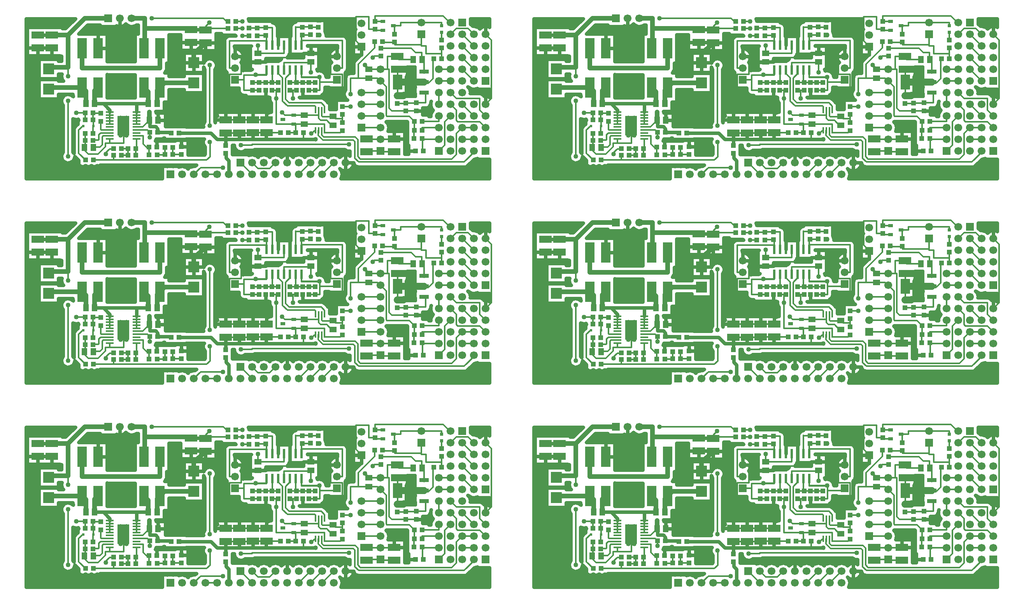
<source format=gbr>
G04 DipTrace 2.4.0.2*
%INTop.gbr*%
%MOIN*%
%ADD13C,0.013*%
%ADD14C,0.03*%
%ADD15C,0.0394*%
%ADD16C,0.025*%
%ADD17C,0.06*%
%ADD18C,0.04*%
%ADD19R,0.0433X0.0394*%
%ADD20R,0.1063X0.063*%
%ADD21R,0.0512X0.0591*%
%ADD22R,0.0591X0.0512*%
%ADD23R,0.0394X0.0433*%
%ADD25R,0.0945X0.0945*%
%ADD27R,0.0236X0.0236*%
%ADD28R,0.0315X0.0315*%
%ADD29R,0.0669X0.0669*%
%ADD30C,0.0669*%
%ADD32R,0.0413X0.0256*%
%ADD34R,0.0846X0.1772*%
%ADD35R,0.0709X0.0157*%
%ADD36R,0.0984X0.1654*%
%ADD37R,0.0846X0.0374*%
%ADD38R,0.0846X0.128*%
%ADD39R,0.0157X0.0551*%
%ADD40R,0.0236X0.0787*%
%FSLAX44Y44*%
G04*
G70*
G90*
G75*
G01*
%LNTop*%
%LPD*%
X32188Y2938D2*
D13*
X31062D1*
X31000Y3000D1*
X29875D1*
X29813Y2938D1*
X24419Y4562D2*
Y4004D1*
D14*
X21220D1*
X20079D1*
X18921D1*
X17812D1*
X17756D1*
X17012D1*
X16466Y4550D1*
X13757D1*
X25429Y4004D2*
X24419D1*
X17750Y4551D2*
D13*
X18921D1*
X20073D1*
X20079Y4557D1*
X21230D1*
X31059Y11124D2*
X30467D1*
X30357Y11014D1*
X20079Y4557D2*
D14*
Y4004D1*
X18921Y4551D2*
Y4004D1*
X17750Y4551D2*
Y4066D1*
X17812Y4004D1*
X21230Y4557D2*
D13*
X22450D1*
X22456Y4562D1*
X21230Y4557D2*
D14*
X21220D1*
Y4004D1*
X17756Y3484D2*
Y4004D1*
X1635Y12937D2*
X2854D1*
Y12933D1*
D15*
X4248D1*
Y10154D1*
X2709D1*
X2587Y10031D1*
X7681Y14374D2*
X5693D1*
X4252Y12933D1*
X4248Y10154D2*
D13*
Y9394D1*
X4232Y9409D1*
Y7299D2*
Y2547D1*
X7469Y2732D2*
Y2858D1*
X7795Y3185D1*
X8122D1*
X8140Y3203D1*
X17953Y14094D2*
X17819D1*
X17543Y14370D1*
X11425D1*
X30000Y9250D2*
X29125D1*
Y10444D1*
X30522Y11841D1*
Y12372D1*
X29125Y9250D2*
X28440D1*
Y7876D1*
Y6813D2*
X27771D1*
X27753Y6795D1*
X30000Y9250D2*
X30750D1*
X31000Y9000D1*
X33898Y5531D2*
Y4774D1*
X33893Y4063D2*
Y4774D1*
X33898D1*
X31000Y9000D2*
X31500Y8500D1*
Y6020D1*
X31555Y5965D1*
X33465D1*
X33898Y5531D1*
X15000Y1000D2*
X15026D1*
X15600Y1575D1*
X17520D1*
X19031Y3496D2*
X20012D1*
Y3553D1*
X28317D1*
X14785Y13402D2*
D14*
X15985D1*
D13*
X16003Y13384D1*
X9681Y14374D2*
D15*
X10795D1*
Y13512D1*
Y11831D1*
X10752Y11787D1*
X14785Y13402D2*
Y13512D1*
X10795D1*
X17953Y13504D2*
D13*
X16123D1*
X16003Y13384D1*
Y13641D1*
X16358Y13996D1*
X16382Y10362D2*
Y5154D1*
Y3760D2*
X16402D1*
Y2516D1*
X16122Y2236D1*
X8136D1*
Y2639D1*
X6398Y2224D2*
X8136D1*
X37000Y13000D2*
X37500Y13500D1*
X38500D1*
X39000Y13000D1*
X38000D2*
X39000Y12000D1*
X38000D2*
X39000Y11000D1*
X38000D2*
X39000Y10000D1*
X38000D2*
X39000Y9000D1*
X37000Y8000D2*
X37500Y7500D1*
X39500D1*
Y6500D1*
X40000Y6000D1*
Y5000D2*
X39500Y5500D1*
X37620D1*
X37500Y5620D1*
Y6500D1*
X37000Y7000D1*
X38000D2*
X39000Y6000D1*
X25449Y4768D2*
X25398D1*
X25192Y4562D1*
X25125D1*
X25062Y4500D1*
X22252Y9939D2*
Y9638D1*
X22627Y9262D1*
Y7278D1*
X23030Y6876D1*
X25376D1*
X25449Y6803D1*
Y6500D1*
X26217D2*
Y6850D1*
X25941Y7126D1*
X23177D1*
X22877Y7426D1*
Y9251D1*
X23252Y9626D1*
Y9938D1*
Y9939D1*
X10105Y4799D2*
X11047D1*
X11250Y4596D1*
Y4173D1*
X33187Y6433D2*
X34044D1*
X34062Y6451D1*
X32437Y11104D2*
X32569D1*
Y10827D1*
X33819D1*
X34000Y3000D2*
X33188D1*
X33063Y3125D1*
Y3965D1*
X32965Y4062D1*
X32210D1*
X32188Y4040D1*
X31201Y13346D2*
X30620D1*
X30541Y13425D1*
X32437Y11104D2*
X31614D1*
Y10000D1*
X31752D1*
Y6654D1*
X31973Y6433D1*
X33187D1*
X40000Y13000D2*
X40500Y12500D1*
Y7500D1*
X40000Y7000D1*
X30541Y13425D2*
X29996D1*
Y14502D1*
X28902D1*
Y12449D1*
X29366Y11984D1*
Y11945D1*
X23565Y6061D2*
X24492D1*
Y6059D1*
X25052Y11374D2*
X23317D1*
X23252Y11439D1*
Y12064D1*
Y12065D1*
X20507Y10626D2*
X21252D1*
X21627Y11001D1*
X23002D1*
X23317Y11316D1*
Y11374D1*
X22252Y12065D2*
Y13564D1*
X22500D1*
X23252D1*
Y12065D1*
X24338Y8189D2*
Y7751D1*
X27753D1*
Y9571D1*
X26753D1*
Y11096D1*
X27284D1*
X18549Y11100D2*
X19065D1*
Y9583D1*
X18064D1*
Y7688D1*
X21440D1*
X21161D1*
Y8189D1*
X20507Y10626D2*
Y10501D1*
X20002D1*
X19403Y11100D1*
X18549D1*
X25052Y11374D2*
X26130D1*
X26408Y11096D1*
X27284D1*
X23565Y6061D2*
X22817D1*
X22565Y6313D1*
X21440D2*
Y7688D1*
X31000Y4000D2*
X29852D1*
X29813Y4040D1*
X31000Y4000D2*
X32148D1*
X32188Y4040D1*
X30000Y9998D2*
X30998D1*
X31000Y10000D1*
X31614D1*
X30000Y9998D2*
Y10063D1*
X29688Y10375D1*
X16000Y1000D2*
X17000D1*
X5711Y4494D2*
Y3920D1*
X5699Y3908D1*
Y3349D1*
X5660Y3310D1*
Y3075D1*
X5983Y2752D1*
X6797D1*
X7428Y3383D1*
Y3679D1*
X7822D1*
X9000D1*
Y4346D1*
Y5147D1*
X8964Y5183D1*
X7822Y4031D2*
Y3679D1*
X14785Y12300D2*
D14*
X15985D1*
D13*
X16003Y12282D1*
X1635Y11835D2*
D14*
X2854D1*
Y11831D1*
X15013Y10567D2*
D15*
Y11291D1*
X16003Y12282D1*
X13956Y3357D2*
D13*
Y4061D1*
X12479D1*
X11843D1*
Y3323D1*
X12732Y5616D2*
X12722Y5626D1*
X11955D1*
X8750Y4346D2*
X9250D1*
X8750Y4846D2*
X9250D1*
X8750Y5346D2*
X9250D1*
X8750Y5846D2*
X9250D1*
X8750D2*
Y5346D1*
Y4846D1*
Y4346D1*
X9000D1*
X17750Y5654D2*
X18921D1*
X20073D1*
X20079Y5659D1*
X21230D1*
X25705Y6500D2*
Y6059D1*
Y5803D1*
X25866Y5642D1*
X26394D1*
X26827Y5209D1*
X26957D1*
X24492Y6059D2*
X25705D1*
X22500Y13500D2*
Y13564D1*
X31201Y14094D2*
X30541D1*
X37000Y14000D2*
X36938D1*
X36375Y14563D1*
X30541D1*
Y14094D1*
X32467Y8901D2*
Y7756D1*
X32437Y7727D1*
X32467Y8901D2*
Y9973D1*
X32437Y10002D1*
X34750Y8901D2*
Y8858D1*
X35167D1*
X35500Y9191D1*
Y10906D1*
X35591D1*
X32467Y8901D2*
X34750D1*
X38000Y5000D2*
X39000D1*
X38000D2*
X37500Y4500D1*
Y2687D1*
X37125Y2312D1*
X29272D1*
X29063Y2522D1*
Y3969D1*
X28843Y4189D1*
X26157D1*
X25961Y4386D1*
Y4768D1*
X5548Y5150D2*
X5504D1*
X5157Y4803D1*
Y2795D1*
X5728Y2224D1*
X11861Y2681D2*
X12532D1*
X12540Y2690D1*
X12542Y3306D2*
Y2692D1*
X11866Y7067D2*
D15*
Y8205D1*
X12102Y8441D1*
X15013Y8835D2*
X12496D1*
X12102Y8441D1*
X5445D2*
X2728D1*
X2587Y8299D1*
X5764Y7059D2*
Y8122D1*
X5445Y8441D1*
X7822Y4287D2*
D13*
X7257D1*
X7180Y4211D1*
Y3526D1*
X6991Y3337D1*
X6435D1*
X6408Y3310D1*
X10105Y4287D2*
X10675D1*
Y3618D1*
X10980Y3313D1*
X11164D1*
X11174Y3323D1*
Y2699D1*
X11192Y2681D1*
X7822Y4543D2*
X7028D1*
X6873Y4388D1*
Y3963D1*
X6838Y3927D1*
X6387D1*
X6368Y3908D1*
X10032Y2639D2*
Y3209D1*
X10105Y4031D2*
Y3282D1*
X10032Y3209D1*
X8809Y3203D2*
X9357D1*
X9363Y3209D1*
X8805Y2639D2*
X9363D1*
Y3208D1*
X32437Y7058D2*
X33187D1*
Y7102D1*
X34044D1*
X34062Y7120D1*
X34875D1*
Y7870D1*
X34750Y7995D1*
X34500Y14000D2*
X32746D1*
Y13720D1*
X32324D1*
X32106D1*
X32224Y13002D2*
Y13621D1*
X32324Y13720D1*
X36240Y13750D2*
Y13996D1*
X36220Y14016D1*
X34516D1*
X34500Y14000D1*
X27753Y6126D2*
Y5773D1*
Y5420D1*
Y5773D2*
X27141D1*
X26957Y5957D1*
X25961Y6500D2*
Y6012D1*
X26028Y5945D1*
X26945D1*
X26957Y5957D1*
X36260Y10906D2*
Y11339D1*
X34911D1*
Y12000D1*
X34500D1*
Y13000D1*
X31191Y12372D2*
X31358D1*
Y12293D1*
X32244D1*
Y12096D1*
X34500D1*
Y13000D1*
X36250Y11841D2*
X36260Y11339D1*
X32224Y12333D2*
X32244Y12293D1*
X21752Y9939D2*
Y8876D1*
X21674D1*
Y8858D1*
X21696D1*
X21161D2*
X21674D1*
X21161D2*
X20598D1*
X20042D1*
X20036Y8864D1*
X22260Y8858D2*
X21706D1*
X21674Y8876D1*
X23752Y9939D2*
Y8873D1*
X23767Y8858D1*
X23796D1*
X24338D1*
X24869D1*
X25397D1*
X25408Y8868D1*
X23252Y8858D2*
X23767D1*
X21752Y12065D2*
Y13564D1*
X21190D1*
X20458D1*
X20440Y13546D1*
X19752D1*
X25003Y13626D2*
X24333D1*
X24315Y13608D1*
X23771D1*
X23752Y13626D1*
Y12065D1*
X25690Y13608D2*
X25021D1*
X25003Y13626D1*
X31000Y5000D2*
X29379D1*
X29378Y5001D1*
Y6001D2*
X30999D1*
X31000Y6000D1*
Y7000D2*
X29379D1*
X29378Y7001D1*
Y8001D2*
X30999D1*
X31000Y8000D1*
X36000Y4000D2*
X34625D1*
X34563Y4063D1*
X34669Y3000D2*
X34625D1*
Y4000D1*
X36000Y5000D2*
X34567D1*
Y4774D1*
Y5531D2*
X36000D1*
Y6000D1*
Y7000D2*
Y8000D1*
X20000Y2000D2*
X20500Y1500D1*
X21500D1*
X22000Y2000D1*
X19000D2*
X20000Y1000D1*
X26000D2*
X27000Y2000D1*
X24000Y1000D2*
X25000Y2000D1*
Y1000D2*
X26000Y2000D1*
X13212Y3306D2*
Y2692D1*
X13210Y2690D1*
X13953D1*
X13956Y2687D1*
X36250Y12510D2*
Y13150D1*
X36240Y13159D1*
X7047Y5551D2*
Y4843D1*
X7087Y4803D1*
X7818D1*
X7822Y4799D1*
X22752Y9939D2*
Y10564D1*
X24990D1*
X25052Y10626D1*
X18622Y14094D2*
X19173D1*
X25052Y9752D2*
Y10626D1*
X20507Y11374D2*
X22752D1*
Y12065D1*
X20507Y11374D2*
Y12042D1*
X20496Y12031D1*
X19173Y13504D2*
X18622D1*
X34567Y10827D2*
X34754D1*
Y9685D1*
X34633Y9806D1*
X34750D1*
X31059Y11793D2*
X31333D1*
X31350Y11811D1*
X33632D1*
X34016Y11427D1*
X34528D1*
Y10827D1*
X34567D1*
X6388Y6261D2*
Y5688D1*
X6374Y5674D1*
X6414Y5150D2*
Y5634D1*
X6374Y5674D1*
X6380Y4494D2*
Y5115D1*
X6414Y5150D1*
X7047Y6220D2*
X6428D1*
X6388Y6261D1*
X5705Y5674D2*
Y6247D1*
X5719Y6261D1*
X10105Y5055D2*
X10636D1*
X11207Y5626D1*
D14*
X11246D1*
Y5094D1*
X11738D1*
X11919Y4913D1*
Y4596D1*
X13087D1*
Y4550D1*
X5445Y11787D2*
D15*
Y10110D1*
X11203D1*
X12122D1*
Y11768D1*
X12102Y11787D1*
X11207Y5626D2*
X11203Y6321D1*
X5719Y6261D2*
D13*
X4953D1*
X26217Y4768D2*
Y4571D1*
X27573D1*
X27753Y4750D1*
X23125Y4562D2*
X23750D1*
Y5313D1*
X23565D1*
X24492D1*
Y5311D1*
X23565Y5313D2*
X22063D1*
Y7501D1*
Y8189D1*
X21696D1*
X23565Y7438D2*
X23500Y7503D1*
Y8189D1*
X23796D1*
X22260D2*
X21696D1*
X23252D2*
X23795D1*
X23796D1*
X26217Y4768D2*
Y5295D1*
X24508D1*
X24492Y5311D1*
X25705Y4768D2*
X25689D1*
Y4323D1*
X26074Y3938D1*
X28691D1*
X28816Y3813D1*
Y2385D1*
X29138Y2063D1*
X38188D1*
X39000Y2875D1*
Y3000D1*
X38000Y4000D2*
X39000D1*
X7822Y5311D2*
Y5567D1*
Y5823D1*
Y6079D1*
Y6334D1*
Y6335D1*
X10105Y5311D2*
Y5567D1*
Y5823D1*
Y6079D1*
Y6335D1*
X6512Y7059D2*
D14*
X7264D1*
X7822Y6501D1*
Y6335D1*
X6512Y7059D2*
X10105D1*
X11110D1*
D13*
X11118Y7067D1*
X10105Y6335D2*
D14*
Y7059D1*
X6512D2*
D15*
Y8157D1*
X6795Y8441D1*
X11118Y7067D2*
Y8075D1*
X10752Y8441D1*
X18000Y1000D2*
D14*
Y2177D1*
X17764Y2413D1*
Y2807D1*
X17756Y2815D1*
X20598Y8189D2*
D13*
X20042D1*
X20036Y8195D1*
X19312D1*
Y9100D1*
Y9501D1*
X21252D1*
Y9939D1*
X18549Y9100D2*
X19312D1*
X19752Y12876D2*
X19190D1*
X20295Y9528D2*
X21252D1*
Y9939D1*
Y12065D2*
Y12832D1*
X21190Y12895D1*
X20458D1*
X20440Y12876D1*
X18549Y10100D2*
X18063D1*
Y12433D1*
X21252D1*
Y12065D1*
X24869Y8189D2*
X25397D1*
X25408Y8199D1*
X25817D1*
Y8910D1*
X25797D1*
Y9311D1*
X24252D1*
Y9939D1*
X25817Y8910D2*
X27098D1*
X27284Y9096D1*
X25690Y12939D2*
X25778D1*
Y9331D2*
X24252D1*
Y9939D1*
Y12065D2*
Y12876D1*
X24315Y12939D1*
X24984D1*
X25003Y12957D1*
X27284Y10096D2*
X27753D1*
Y12453D1*
X24252D1*
Y12065D1*
X36000Y10000D2*
X37000D1*
Y6000D2*
X36500Y5500D1*
Y3500D1*
X36000Y3000D1*
Y9000D2*
X37000D1*
D18*
X25429Y4004D3*
X30357Y11014D3*
X4232Y9409D3*
Y7299D3*
Y2547D3*
X7469Y2732D3*
X11425Y14370D3*
X28440Y7876D3*
Y6813D3*
X17520Y1575D3*
X19031Y3496D3*
X28317Y3553D3*
X16358Y13996D3*
X16382Y10362D3*
Y5154D3*
Y3760D3*
X25062Y4500D3*
X11250Y4173D3*
X22565Y6313D3*
X21440D3*
X29688Y10375D3*
X12732Y5616D3*
X12479Y4061D3*
X19173Y14094D3*
X25052Y9752D3*
X20496Y12031D3*
X19173Y13504D3*
X11203Y6321D3*
Y10110D3*
X4953Y6261D3*
X23500Y7501D3*
X22063D3*
X19190Y12876D3*
X20295Y9528D3*
X25778Y12939D3*
Y9331D3*
X8750Y5846D3*
Y5346D3*
X17000Y13000D3*
Y12500D3*
Y12000D3*
Y11500D3*
Y11000D3*
Y10500D3*
Y10000D3*
Y9500D3*
Y9000D3*
Y8500D3*
Y8000D3*
Y7500D3*
Y7000D3*
Y6500D3*
Y6000D3*
X8295Y8453D3*
X4752Y1709D3*
X5252D3*
X8750Y4846D3*
Y4346D3*
X9250Y5846D3*
Y5346D3*
Y4846D3*
Y4346D3*
X6406Y13283D3*
X6906D3*
X7406D3*
X7906D3*
X33316Y9924D3*
Y9424D3*
Y8924D3*
Y8424D3*
X33879Y9924D3*
Y9424D3*
Y8924D3*
Y8424D3*
X33316Y7924D3*
X33879D3*
X32441Y9174D3*
Y8674D3*
X8406Y13283D3*
X8906D3*
X9406D3*
X9906D3*
X8795Y8453D3*
X9295D3*
X5752Y1709D3*
X6252D3*
X6752D3*
X7252D3*
X7752D3*
X8252D3*
X8752D3*
X9252D3*
X9752D3*
X10252D3*
X10752D3*
X8295Y7953D3*
X11752Y1709D3*
X12252D3*
X12752D3*
X13252D3*
X17500Y7500D3*
Y7000D3*
X8795Y7953D3*
X9295D3*
X1406Y11118D3*
X1906D3*
X2406D3*
X2906D3*
X3406D3*
X14583Y11496D3*
X15083D3*
X15583D3*
X17500Y6500D3*
X13250Y7096D3*
Y6596D3*
Y6096D3*
Y5596D3*
X18000Y7500D3*
Y7000D3*
Y6500D3*
X18500Y7500D3*
Y7000D3*
Y6500D3*
X19000Y7500D3*
Y7000D3*
Y6500D3*
X19500Y7500D3*
Y7000D3*
Y6500D3*
X20000Y7500D3*
Y7000D3*
Y6500D3*
X20500Y7500D3*
Y7000D3*
Y6500D3*
X21000Y7500D3*
Y7000D3*
Y6500D3*
X22500Y13500D3*
Y13000D3*
X23000Y13500D3*
Y13000D3*
X28500Y14000D3*
Y13500D3*
Y13000D3*
Y12500D3*
Y12000D3*
Y11500D3*
Y11000D3*
Y10500D3*
Y10000D3*
X29000Y1500D3*
X29500D3*
X30000D3*
X30500D3*
X31000D3*
X31500D3*
X32000D3*
X32500D3*
X33000D3*
X33500D3*
X34000D3*
X34500D3*
X35000D3*
X35500D3*
X36000D3*
X36500D3*
X37000D3*
X37500D3*
X38000D3*
X38500D3*
X39000D3*
X39500D3*
X40000D3*
X1000Y11000D3*
Y10500D3*
Y10000D3*
Y9500D3*
Y9000D3*
Y8500D3*
Y8000D3*
Y7500D3*
Y7000D3*
Y6500D3*
Y6000D3*
Y5500D3*
Y5000D3*
Y4500D3*
Y4000D3*
Y3500D3*
Y3000D3*
Y2500D3*
Y2000D3*
Y1500D3*
Y1000D3*
X33328Y9967D2*
D16*
X33966D1*
X33328Y9718D2*
X33966D1*
X33328Y9469D2*
X33966D1*
X33250Y9221D2*
X33966D1*
X33250Y8972D2*
X33966D1*
X33250Y8723D2*
X33966D1*
X33250Y8475D2*
X33966D1*
X33250Y8226D2*
X33966D1*
X33250Y7977D2*
X33966D1*
X32996Y7729D2*
X33966D1*
X33992Y10196D2*
X33976Y10200D1*
X33992Y10159D1*
Y10194D1*
X33304Y10196D1*
Y9352D1*
X33225Y9350D1*
Y7926D1*
X32969D1*
Y7653D1*
X33535D1*
X33531Y7672D1*
X33995D1*
X33992Y8223D1*
X33996Y8517D1*
X33992Y8629D1*
Y10159D1*
X32437Y10002D2*
D17*
X33304D1*
X32437Y7727D2*
X32969D1*
X33992Y8901D2*
X34750D1*
X32467D2*
X33224D1*
X680Y14051D2*
D14*
X4551D1*
X21778D2*
X23682D1*
X26281D2*
X28649D1*
X38727D2*
X40320D1*
X680Y13753D2*
X4251D1*
X5890D2*
X6954D1*
X9028D2*
X9337D1*
X10024D2*
X10206D1*
X22163D2*
X23313D1*
X26281D2*
X28665D1*
X38879D2*
X40320D1*
X5591Y13454D2*
X10206D1*
X22208D2*
X23297D1*
X26281D2*
X28841D1*
X5296Y13155D2*
X10206D1*
X22208D2*
X23297D1*
X26326D2*
X28673D1*
X7609Y12857D2*
X9936D1*
X12915D2*
X13860D1*
X16926D2*
X17978D1*
X22208D2*
X23297D1*
X27921D2*
X28645D1*
X7609Y12558D2*
X9936D1*
X12915D2*
X13860D1*
X16926D2*
X17625D1*
X28196D2*
X28640D1*
X7609Y12259D2*
X9936D1*
X12915D2*
X13860D1*
X16926D2*
X17605D1*
X28208D2*
X28640D1*
X7609Y11960D2*
X9936D1*
X12915D2*
X13860D1*
X16926D2*
X17605D1*
X18522D2*
X19819D1*
X25739D2*
X27295D1*
X28208D2*
X28640D1*
X7609Y11662D2*
X9936D1*
X12915D2*
X13860D1*
X16926D2*
X17605D1*
X18989D2*
X19819D1*
X25739D2*
X26848D1*
X28208D2*
X28640D1*
X7609Y11363D2*
X9936D1*
X12915D2*
X14147D1*
X15876D2*
X17605D1*
X19223D2*
X19819D1*
X25739D2*
X26610D1*
X28208D2*
X28640D1*
X680Y11064D2*
X3661D1*
X7609D2*
X9936D1*
X12915D2*
X14147D1*
X15876D2*
X17605D1*
X19276D2*
X19819D1*
X23078D2*
X24367D1*
X25739D2*
X26557D1*
X28208D2*
X29112D1*
X680Y10766D2*
X1721D1*
X3450D2*
X3661D1*
X7609D2*
X9936D1*
X12915D2*
X14147D1*
X16803D2*
X17605D1*
X19190D2*
X19819D1*
X21195D2*
X22345D1*
X25739D2*
X26639D1*
X28208D2*
X28813D1*
X680Y10467D2*
X1721D1*
X12710D2*
X14147D1*
X16963D2*
X17605D1*
X19170D2*
X19819D1*
X25739D2*
X26664D1*
X28208D2*
X28669D1*
X680Y10168D2*
X1721D1*
X12710D2*
X14147D1*
X16939D2*
X17605D1*
X19272D2*
X19819D1*
X25739D2*
X26561D1*
X28208D2*
X28669D1*
X680Y9870D2*
X1721D1*
X12657D2*
X14147D1*
X16840D2*
X17674D1*
X25965D2*
X26594D1*
X28147D2*
X28669D1*
X680Y9571D2*
X1721D1*
X3450D2*
X3665D1*
X12915D2*
X14147D1*
X16840D2*
X17822D1*
X26314D2*
X26557D1*
X680Y9272D2*
X1721D1*
X3450D2*
X3657D1*
X7609D2*
X9936D1*
X16840D2*
X17822D1*
X680Y8974D2*
X1721D1*
X7609D2*
X9936D1*
X16840D2*
X17822D1*
X680Y8675D2*
X1721D1*
X7609D2*
X9936D1*
X16840D2*
X17822D1*
X680Y8376D2*
X1721D1*
X7609D2*
X9936D1*
X16840D2*
X18855D1*
X26273D2*
X27984D1*
X680Y8078D2*
X1721D1*
X7609D2*
X9936D1*
X12915D2*
X14147D1*
X16840D2*
X18872D1*
X26256D2*
X27886D1*
X38723D2*
X40320D1*
X680Y7779D2*
X1721D1*
X3450D2*
X3911D1*
X7609D2*
X9936D1*
X12915D2*
X15923D1*
X16840D2*
X19188D1*
X25998D2*
X27857D1*
X39851D2*
X40320D1*
X680Y7480D2*
X1721D1*
X3450D2*
X3669D1*
X12915D2*
X15923D1*
X16840D2*
X21472D1*
X26207D2*
X28013D1*
X680Y7181D2*
X3653D1*
X12514D2*
X15923D1*
X16840D2*
X21570D1*
X26519D2*
X27164D1*
X680Y6883D2*
X3776D1*
X12514D2*
X15923D1*
X16840D2*
X21607D1*
X26687D2*
X27164D1*
X680Y6584D2*
X3776D1*
X12514D2*
X15923D1*
X16840D2*
X21607D1*
X26687D2*
X27164D1*
X34651D2*
X35411D1*
X680Y6285D2*
X3776D1*
X11792D2*
X15923D1*
X34651D2*
X35333D1*
X680Y5987D2*
X3776D1*
X12604D2*
X15923D1*
X680Y5688D2*
X3776D1*
X4689D2*
X5096D1*
X12604D2*
X15923D1*
X680Y5389D2*
X3776D1*
X4689D2*
X5039D1*
X12604D2*
X15841D1*
X31608D2*
X33291D1*
X680Y5091D2*
X3776D1*
X14363D2*
X15792D1*
X31719D2*
X33291D1*
X680Y4792D2*
X3776D1*
X31694D2*
X33291D1*
X680Y4493D2*
X3776D1*
X33109D2*
X33286D1*
X680Y4195D2*
X3776D1*
X33109D2*
X33286D1*
X680Y3896D2*
X3776D1*
X11767D2*
X13368D1*
X14544D2*
X15808D1*
X33109D2*
X33286D1*
X680Y3597D2*
X3776D1*
X14544D2*
X15812D1*
X33109D2*
X33286D1*
X680Y3299D2*
X3776D1*
X14544D2*
X15944D1*
X33109D2*
X33394D1*
X680Y3000D2*
X3776D1*
X14544D2*
X15944D1*
X18345D2*
X18736D1*
X19325D2*
X28189D1*
X33109D2*
X33394D1*
X680Y2701D2*
X3661D1*
X14544D2*
X15944D1*
X18345D2*
X28357D1*
X680Y2402D2*
X3661D1*
X680Y2104D2*
X3858D1*
X4607D2*
X5121D1*
X38863D2*
X40320D1*
X680Y1805D2*
X5121D1*
X8244D2*
X15197D1*
X38563D2*
X40320D1*
X680Y1506D2*
X12273D1*
X28520D2*
X40320D1*
X680Y1208D2*
X12273D1*
X27696D2*
X40320D1*
X680Y909D2*
X12273D1*
X27720D2*
X40320D1*
X16883Y6330D2*
X19185D1*
X19211Y6336D1*
X21635D1*
X21636Y7138D1*
X21590Y7196D1*
X21533Y7314D1*
X21504Y7441D1*
X21505Y7572D1*
X21510Y7610D1*
X20039Y7614D1*
X19477Y7616D1*
Y7768D1*
X19312D1*
X19183Y7788D1*
X19066Y7846D1*
X18972Y7937D1*
X18910Y8052D1*
X18886Y8195D1*
Y8404D1*
X17852Y8403D1*
Y9728D1*
X17732Y9830D1*
X17666Y9943D1*
X17636Y10100D1*
Y12433D1*
X17656Y12562D1*
X17714Y12679D1*
X17805Y12773D1*
X17920Y12835D1*
X18063Y12860D1*
X18625D1*
X18544Y12945D1*
X18044Y12949D1*
X17613Y12945D1*
X17374D1*
Y13080D1*
X16899Y13077D1*
X16897Y12707D1*
Y11605D1*
X15110D1*
Y11624D1*
X13892Y11623D1*
Y12954D1*
X12886Y12953D1*
X12888Y10540D1*
X12678D1*
X12681Y10110D1*
X12666Y9980D1*
X12620Y9857D1*
X12498Y9689D1*
X12888D1*
X12890Y9394D1*
X14182D1*
X14178Y9669D1*
X15847D1*
Y8001D1*
X14178D1*
Y8275D1*
X12884Y8276D1*
X12888Y7720D1*
Y7193D1*
X12482D1*
X12484Y6410D1*
X11758D1*
X11762Y6292D1*
X11770Y6283D1*
X11825Y6279D1*
X11914Y6283D1*
X12573D1*
Y5108D1*
X13666Y5105D1*
X14097Y5109D1*
X14335D1*
Y5064D1*
X15828Y5062D1*
X15824Y5225D1*
X15856Y5352D1*
X15916Y5468D1*
X15956Y5515D1*
X15955Y9997D1*
X15910Y10058D1*
X15847Y10195D1*
Y9733D1*
X14178D1*
Y11402D1*
X15847D1*
Y10535D1*
X15916Y10677D1*
X16002Y10776D1*
X16108Y10853D1*
X16229Y10903D1*
X16358Y10924D1*
X16489Y10914D1*
X16614Y10874D1*
X16726Y10807D1*
X16819Y10715D1*
X16889Y10604D1*
X16931Y10480D1*
X16944Y10362D1*
X16929Y10232D1*
X16884Y10109D1*
X16809Y9997D1*
Y5519D1*
X16856Y5448D1*
X16857Y6330D1*
X16883D1*
X11729Y3882D2*
X11753Y3878D1*
X11842Y3882D1*
X12422D1*
Y3864D1*
X13121Y3861D1*
X13400Y3865D1*
X13397Y3935D1*
X14515D1*
Y2663D1*
X15948D1*
X15975Y2778D1*
Y3373D1*
X15910Y3455D1*
X15852Y3573D1*
X15823Y3700D1*
X15824Y3831D1*
X15856Y3958D1*
X15896Y4035D1*
X14760Y4038D1*
X14337D1*
X14335Y3991D1*
X13178Y3995D1*
X12747Y3991D1*
X12509D1*
Y4085D1*
X12498Y4038D1*
X11792D1*
X11752Y3920D1*
X11727Y3883D1*
X11763Y3882D1*
X26656Y6575D2*
X27198D1*
X27194Y6704D1*
Y7373D1*
X28191D1*
X28052Y7470D1*
X27968Y7571D1*
X27911Y7689D1*
X27882Y7816D1*
X27883Y7947D1*
X27915Y8074D1*
X27975Y8191D1*
X28015Y8237D1*
X28014Y9250D1*
X28034Y9379D1*
X28092Y9496D1*
X28183Y9590D1*
X28298Y9652D1*
X28440Y9677D1*
X28699D1*
X28698Y10444D1*
X28718Y10573D1*
X28779Y10693D1*
X28916Y10839D1*
X29325Y11247D1*
X28670Y11248D1*
Y12642D1*
X28739D1*
X28704Y12728D1*
X28675Y12856D1*
X28671Y12987D1*
X28691Y13117D1*
X28735Y13240D1*
X28802Y13353D1*
X28880Y13442D1*
X28756Y13608D1*
X28704Y13728D1*
X28675Y13856D1*
X28671Y13987D1*
X28691Y14117D1*
X28735Y14240D1*
X28800Y14350D1*
X19671D1*
X19723Y14213D1*
X19732Y14128D1*
X20311Y14124D1*
X20631D1*
Y14142D1*
X21749D1*
X21752Y13991D1*
X21881Y13971D1*
X21999Y13913D1*
X22093Y13822D1*
X22155Y13707D1*
X22179Y13564D1*
Y12822D1*
X22232Y12816D1*
X22350Y12820D1*
X23326D1*
Y13626D1*
X23346Y13756D1*
X23404Y13873D1*
X23495Y13967D1*
X23610Y14029D1*
X23742Y14053D1*
X23756Y14079D1*
Y14187D1*
X24441D1*
X24444Y14205D1*
X25561D1*
Y14184D1*
X26249Y14187D1*
Y13243D1*
X26285Y13181D1*
X26327Y13057D1*
X26340Y12939D1*
X26332Y12878D1*
X27753Y12880D1*
X27882Y12860D1*
X27999Y12802D1*
X28093Y12711D1*
X28155Y12596D1*
X28180Y12453D1*
Y10096D1*
X28160Y9967D1*
X28102Y9850D1*
X28019Y9763D1*
X27980Y9661D1*
Y8399D1*
X26587D1*
Y8485D1*
X26241Y8483D1*
X26244Y8199D1*
X26224Y8070D1*
X26166Y7953D1*
X26086Y7868D1*
X25969Y7801D1*
X25967Y7620D1*
X25429D1*
X25428Y7610D1*
X24310Y7614D1*
X24293Y7610D1*
X24055D1*
X24096Y7553D1*
X25941D1*
X26070Y7533D1*
X26190Y7472D1*
X26336Y7335D1*
X26521Y7149D1*
X26563Y7138D1*
X26657D1*
Y6576D1*
X2531Y13610D2*
X3748D1*
Y13491D1*
X4023Y13492D1*
X4880Y14352D1*
X650Y14350D1*
Y651D1*
X12307Y650D1*
X12303Y1222D1*
Y1697D1*
X13697D1*
Y1627D1*
X13868Y1684D1*
X13998Y1697D1*
X14128Y1685D1*
X14254Y1649D1*
X14371Y1589D1*
X14500Y1482D1*
X14625Y1587D1*
X14742Y1647D1*
X14868Y1684D1*
X14998Y1697D1*
X15108Y1687D1*
X15231Y1809D1*
X8237D1*
X8136Y1797D1*
X6975D1*
X6976Y1666D1*
X5819Y1670D1*
X5388Y1666D1*
X5150D1*
X5148Y2201D1*
X4824Y2529D1*
X4794Y2547D1*
X4779Y2417D1*
X4734Y2294D1*
X4662Y2185D1*
X4566Y2095D1*
X4453Y2030D1*
X4327Y1993D1*
X4196Y1986D1*
X4068Y2010D1*
X3948Y2063D1*
X3843Y2142D1*
X3760Y2243D1*
X3702Y2360D1*
X3673Y2488D1*
X3675Y2619D1*
X3707Y2746D1*
X3767Y2862D1*
X3807Y2909D1*
X3805Y6931D1*
X3760Y6995D1*
X3702Y7112D1*
X3673Y7240D1*
X3675Y7371D1*
X3707Y7498D1*
X3767Y7614D1*
X3852Y7713D1*
X3958Y7790D1*
X4079Y7840D1*
X4209Y7861D1*
X4339Y7851D1*
X4464Y7811D1*
X4576Y7744D1*
X4661Y7661D1*
X4657Y7882D1*
X3423D1*
X3421Y7465D1*
X1752D1*
Y9134D1*
X3421D1*
Y8998D1*
X3843Y9004D1*
X3760Y9105D1*
X3702Y9222D1*
X3673Y9350D1*
X3675Y9481D1*
X3704Y9596D1*
X3424Y9595D1*
X3421Y9197D1*
X1752D1*
Y10866D1*
X3421D1*
Y10714D1*
X3689Y10712D1*
Y11150D1*
X3512Y11154D1*
X741Y11158D1*
Y13614D1*
X2528Y13610D1*
X21164Y10948D2*
X21166Y10694D1*
X21732Y10690D1*
X22166Y10694D1*
X22232Y10690D1*
X22395Y10798D1*
X22498Y10906D1*
X22490Y10947D1*
X21164Y10942D1*
X21160Y10756D1*
X21272Y10694D1*
X22232D1*
X20004Y10008D2*
X19850D1*
Y11992D1*
X19936D1*
X19809Y12006D1*
X18492D1*
X18494Y11794D1*
X18625Y11792D1*
X18754Y11766D1*
X18875Y11716D1*
X18984Y11644D1*
X19078Y11552D1*
X19154Y11445D1*
X19208Y11326D1*
X19238Y11198D1*
X19245Y11074D1*
X19228Y10944D1*
X19186Y10819D1*
X19123Y10705D1*
X19033Y10599D1*
X19111Y10511D1*
X19178Y10399D1*
X19223Y10276D1*
X19245Y10100D1*
X19233Y9969D1*
X19218Y9918D1*
X19312Y9928D1*
X19899D1*
X20005Y10006D1*
X25710Y11244D2*
Y10008D1*
X25550D1*
X25602Y9866D1*
X25754Y9892D1*
X25884Y9882D1*
X26009Y9843D1*
X26121Y9775D1*
X26215Y9684D1*
X26285Y9573D1*
X26327Y9449D1*
X26342Y9337D1*
X26584D1*
X26587Y9793D1*
X26657D1*
X26622Y9880D1*
X26593Y10007D1*
X26588Y10138D1*
X26609Y10268D1*
X26653Y10391D1*
X26719Y10504D1*
X26797Y10593D1*
X26701Y10714D1*
X26640Y10830D1*
X26601Y10956D1*
X26587Y11086D1*
X26598Y11217D1*
X26632Y11343D1*
X26690Y11461D1*
X26769Y11565D1*
X26866Y11653D1*
X26978Y11722D1*
X27100Y11768D1*
X27229Y11791D1*
X27327D1*
X27326Y12028D1*
X24730Y12026D1*
X24736Y11992D1*
X25710D1*
X25709Y10756D1*
X24395Y10988D2*
X24399Y11244D1*
X24395Y11308D1*
X23772Y11313D1*
X23522Y11309D1*
X23174D1*
X23163Y11259D1*
X23109Y11140D1*
X23007Y11032D1*
X23015Y10991D1*
X24395Y10992D1*
Y11255D1*
X24232Y11309D1*
X23272Y11313D1*
X23171Y11309D1*
X23159Y11245D1*
X23101Y11128D1*
X23010Y11034D1*
X33078Y3614D2*
X33081Y2741D1*
X33418Y2739D1*
X33421Y2966D1*
Y3503D1*
X33315Y3504D1*
X33319Y5332D1*
X33317Y5508D1*
X33285Y5540D1*
X31551Y5538D1*
X31508Y5523D1*
X31480Y5499D1*
X31562Y5411D1*
X31629Y5299D1*
X31674Y5176D1*
X31697Y5000D1*
X31684Y4870D1*
X31635Y4718D1*
X33081Y4717D1*
X33080Y3363D1*
X5068Y5313D2*
Y5630D1*
X5130D1*
X5126Y5726D1*
X5048Y5707D1*
X4917Y5700D1*
X4788Y5723D1*
X4658Y5783D1*
X4659Y2915D1*
X4729Y2807D1*
X4731Y4803D1*
X4751Y4932D1*
X4812Y5052D1*
X4948Y5198D1*
X5067Y5317D1*
X38697Y14348D2*
Y13881D1*
X38802Y13802D1*
X38915Y13689D1*
X38998Y13697D1*
X39128Y13685D1*
X39254Y13649D1*
X39371Y13589D1*
X39500Y13482D1*
X39561Y13541D1*
X39670Y13614D1*
X39791Y13665D1*
X39919Y13692D1*
X40050Y13695D1*
X40180Y13673D1*
X40303Y13628D1*
X40350Y13603D1*
Y14349D1*
X38700Y14350D1*
X38483Y8500D2*
X38562Y8411D1*
X38629Y8299D1*
X38674Y8176D1*
X38697Y8000D1*
X38690Y7931D1*
X39500Y7927D1*
X39629Y7907D1*
X39746Y7849D1*
X39833Y7766D1*
X39893Y7688D1*
X40024Y7696D1*
X40154Y7679D1*
X40279Y7638D1*
X40350Y7603D1*
Y8304D1*
X39303Y8303D1*
Y8373D1*
X39174Y8325D1*
X39044Y8305D1*
X38913Y8309D1*
X38785Y8337D1*
X38665Y8389D1*
X38557Y8463D1*
X38502Y8518D1*
X28690Y1908D2*
X28657Y1768D1*
X28602Y1649D1*
X28526Y1543D1*
X28431Y1452D1*
X28321Y1381D1*
X28199Y1332D1*
X28071Y1307D1*
X27940Y1306D1*
X27811Y1330D1*
X27688Y1377D1*
X27577Y1446D1*
X27499Y1515D1*
X27629Y1299D1*
X27674Y1176D1*
X27697Y1000D1*
X27684Y870D1*
X27648Y744D1*
X27601Y652D1*
X29371Y650D1*
X40350D1*
Y2300D1*
X39384Y2303D1*
X39303D1*
Y2373D1*
X39174Y2325D1*
X39032Y2305D1*
X38489Y1761D1*
X38384Y1683D1*
X38256Y1642D1*
X38056Y1636D1*
X29138D1*
X29009Y1656D1*
X28889Y1717D1*
X28744Y1853D1*
X28688Y1908D1*
X8378Y13746D2*
Y13677D1*
X6984D1*
Y13813D1*
X5922Y13815D1*
X5146Y13036D1*
X6230Y13035D1*
X7580D1*
Y10669D1*
X9967Y10671D1*
Y13035D1*
X10233D1*
X10236Y13819D1*
X10091Y13811D1*
X9978Y13744D1*
X9855Y13699D1*
X9725Y13679D1*
X9595Y13683D1*
X9467Y13711D1*
X9346Y13763D1*
X9238Y13837D1*
X9183Y13892D1*
X9091Y13811D1*
X8978Y13744D1*
X8855Y13699D1*
X8725Y13679D1*
X8595Y13683D1*
X8467Y13711D1*
X8378Y13747D1*
X35308Y5956D2*
X35305Y6042D1*
X35325Y6172D1*
X35369Y6295D1*
X35435Y6408D1*
X35514Y6497D1*
X35390Y6663D1*
X35338Y6784D1*
X35309Y6911D1*
X35305Y7042D1*
X35325Y7172D1*
X35354Y7253D1*
X35302Y7214D1*
Y7120D1*
X35282Y6991D1*
X35224Y6874D1*
X35133Y6780D1*
X35018Y6718D1*
X34875Y6693D1*
X34621Y6688D1*
Y6090D1*
X35145D1*
Y5955D1*
X35301Y5958D1*
X18313Y3393D2*
X18316Y2697D1*
X19697D1*
Y2627D1*
X19868Y2684D1*
X19998Y2697D1*
X20128Y2685D1*
X20254Y2649D1*
X20371Y2589D1*
X20500Y2482D1*
X20625Y2587D1*
X20742Y2647D1*
X20868Y2684D1*
X20998Y2697D1*
X21128Y2685D1*
X21254Y2649D1*
X21371Y2589D1*
X21500Y2482D1*
X21625Y2587D1*
X21742Y2647D1*
X21868Y2684D1*
X21998Y2697D1*
X22128Y2685D1*
X22254Y2649D1*
X22371Y2589D1*
X22500Y2482D1*
X22561Y2541D1*
X22670Y2614D1*
X22791Y2665D1*
X22919Y2692D1*
X23050Y2695D1*
X23180Y2673D1*
X23303Y2628D1*
X23415Y2560D1*
X23500Y2485D1*
X23625Y2587D1*
X23742Y2647D1*
X23868Y2684D1*
X23998Y2697D1*
X24128Y2685D1*
X24254Y2649D1*
X24371Y2589D1*
X24500Y2482D1*
X24625Y2587D1*
X24742Y2647D1*
X24868Y2684D1*
X24998Y2697D1*
X25128Y2685D1*
X25254Y2649D1*
X25371Y2589D1*
X25500Y2482D1*
X25625Y2587D1*
X25742Y2647D1*
X25868Y2684D1*
X25998Y2697D1*
X26128Y2685D1*
X26254Y2649D1*
X26371Y2589D1*
X26500Y2482D1*
X26625Y2587D1*
X26742Y2647D1*
X26868Y2684D1*
X26998Y2697D1*
X27128Y2685D1*
X27254Y2649D1*
X27371Y2589D1*
X27500Y2482D1*
X27561Y2541D1*
X27670Y2614D1*
X27791Y2665D1*
X27919Y2692D1*
X28050Y2695D1*
X28180Y2673D1*
X28303Y2628D1*
X28389Y2578D1*
Y2996D1*
X28281Y2992D1*
X28152Y3016D1*
X28032Y3068D1*
X27957Y3125D1*
X20226Y3126D1*
X20111Y3081D1*
X20012Y3069D1*
X19401D1*
X19252Y2979D1*
X19126Y2942D1*
X18996Y2935D1*
X18867Y2959D1*
X18747Y3011D1*
X18643Y3090D1*
X18559Y3191D1*
X18502Y3309D1*
X18473Y3437D1*
Y3490D1*
X18318Y3492D1*
X18315Y2906D1*
Y2700D1*
X7580Y9553D2*
Y7569D1*
X9924Y7571D1*
X9969D1*
X9967Y9030D1*
Y9551D1*
X7582D1*
X17750Y6330D2*
Y5654D1*
X16857D2*
X17750D1*
X18921Y6330D2*
Y5654D1*
X20079Y6336D2*
Y5659D1*
X21230Y6336D2*
Y5659D1*
X11843Y3881D2*
Y3323D1*
X11955Y6283D2*
Y5626D1*
X12572D1*
X14785Y12300D2*
Y11623D1*
X13892Y12300D2*
X14785D1*
X16003Y12282D2*
Y11605D1*
Y12282D2*
X16896D1*
X2854Y11831D2*
Y11154D1*
X1635Y11835D2*
Y11158D1*
X742Y11835D2*
X1635D1*
X19850Y10626D2*
X21164D1*
X25052Y11991D2*
Y11374D1*
X24396D2*
X25709D1*
X32188Y4716D2*
Y4040D1*
X33080D1*
X15013Y11401D2*
Y9733D1*
X14179Y10567D2*
X15847D1*
X23000Y2696D2*
Y2000D1*
X28000Y2696D2*
Y1304D1*
Y2000D2*
X28696D1*
X40000Y7696D2*
Y7000D1*
Y13696D2*
Y13000D1*
X8681Y14374D2*
Y13678D1*
X18549Y11796D2*
Y11100D1*
X19245D1*
X27284Y11792D2*
Y11096D1*
X26588D2*
X27284D1*
X29366Y11945D2*
Y11249D1*
X28670Y11945D2*
X29366D1*
X13956Y3935D2*
Y3357D1*
X14514D1*
X21161Y8189D2*
Y7611D1*
X24338Y8189D2*
Y7611D1*
X34062Y6451D2*
X34621D1*
X33422Y3000D2*
X34000D1*
X6795Y13035D2*
Y11787D1*
X7580D1*
X23252Y12820D2*
Y11309D1*
X22252Y12820D2*
Y12065D1*
D19*
X9363Y2639D3*
X10032D3*
D20*
X17750Y4551D3*
Y5654D3*
X18921Y4551D3*
Y5654D3*
X20079Y4557D3*
Y5659D3*
X21230Y4557D3*
Y5659D3*
D19*
X11192Y2681D3*
X11861D3*
D21*
X6408Y3310D3*
X5660D3*
D19*
X11174Y3323D3*
X11843D3*
D21*
X11207Y5626D3*
X11955D3*
D22*
X26957Y5957D3*
Y5209D3*
X24492Y5311D3*
Y6059D3*
D20*
X14785Y12300D3*
Y13402D3*
X16003Y12282D3*
Y13384D3*
D21*
X5764Y7059D3*
X6512D3*
X11118Y7067D3*
X11866D3*
D23*
X20598Y8189D3*
Y8858D3*
X20440Y12876D3*
Y13546D3*
D20*
X2854Y12933D3*
Y11831D3*
X1635Y12937D3*
Y11835D3*
D23*
X24869Y8189D3*
Y8858D3*
X25003Y12957D3*
Y13626D3*
D21*
X34567Y10827D3*
X33819D3*
D20*
X32437Y10002D3*
Y11104D3*
D23*
X33187Y7102D3*
Y6433D3*
D22*
X20507Y10626D3*
Y11374D3*
X25052Y10626D3*
Y11374D3*
D20*
X29813Y2938D3*
Y4040D3*
X32188Y2938D3*
Y4040D3*
D22*
X30000Y9250D3*
Y9998D3*
D25*
X2587Y10031D3*
Y8299D3*
X15013Y10567D3*
Y8835D3*
D27*
X6414Y5150D3*
X5548D3*
D28*
X36240Y13750D3*
Y13159D3*
D29*
X38000Y14000D3*
D30*
X37000D3*
X38000Y13000D3*
X37000D3*
X38000Y12000D3*
X37000D3*
X38000Y11000D3*
X37000D3*
X38000Y10000D3*
X37000D3*
X38000Y9000D3*
X37000D3*
X38000Y8000D3*
X37000D3*
X38000Y7000D3*
X37000D3*
X38000Y6000D3*
X37000D3*
X38000Y5000D3*
X37000D3*
X38000Y4000D3*
X37000D3*
X38000Y3000D3*
X37000D3*
D29*
X19000Y2000D3*
D30*
X20000D3*
X21000D3*
X22000D3*
X23000D3*
X24000D3*
X25000D3*
X26000D3*
X27000D3*
X28000D3*
D29*
X40000Y3000D3*
D30*
X39000D3*
X40000Y4000D3*
X39000D3*
X40000Y5000D3*
X39000D3*
X40000Y6000D3*
X39000D3*
X40000Y7000D3*
X39000D3*
D29*
X40000Y9000D3*
D30*
X39000D3*
X40000Y10000D3*
X39000D3*
X40000Y11000D3*
X39000D3*
X40000Y12000D3*
X39000D3*
X40000Y13000D3*
X39000D3*
D29*
X7681Y14374D3*
D30*
X8681D3*
X9681D3*
D29*
X18549Y9100D3*
D30*
Y10100D3*
Y11100D3*
D29*
X27284Y9096D3*
D30*
Y10096D3*
Y11096D3*
D29*
X34500Y13000D3*
D30*
Y14000D3*
D29*
X29366Y11945D3*
D30*
Y12945D3*
Y13945D3*
D29*
X29378Y5001D3*
D30*
Y6001D3*
Y7001D3*
Y8001D3*
D29*
X36000Y3000D3*
D30*
Y4000D3*
Y5000D3*
Y6000D3*
Y7000D3*
Y8000D3*
Y9000D3*
Y10000D3*
D29*
X31000Y3000D3*
D30*
Y4000D3*
Y5000D3*
Y6000D3*
Y7000D3*
Y8000D3*
Y9000D3*
Y10000D3*
D29*
X13000Y1000D3*
D30*
X14000D3*
X15000D3*
X16000D3*
X17000D3*
X18000D3*
X19000D3*
X20000D3*
X21000D3*
X22000D3*
X23000D3*
X24000D3*
X25000D3*
X26000D3*
X27000D3*
D32*
X31201Y14094D3*
Y13346D3*
X32106Y13720D3*
D19*
X8809Y3203D3*
X8140D3*
X8805Y2639D3*
X8136D3*
X10032Y3209D3*
X9363D3*
D23*
X13956Y3357D3*
Y2687D3*
D19*
X13212Y3306D3*
X12542D3*
X13210Y2690D3*
X12540D3*
X5699Y3908D3*
X6368D3*
X11250Y4596D3*
X11919D3*
X5711Y4494D3*
X6380D3*
X13757Y4550D3*
X13087D3*
X5705Y5674D3*
X6374D3*
X5719Y6261D3*
X6388D3*
X23750Y4562D3*
X24419D3*
X23125D3*
X22456D3*
D23*
X27753Y6126D3*
Y6795D3*
Y4750D3*
Y5420D3*
X21161Y8189D3*
Y8858D3*
X22260Y8189D3*
Y8858D3*
X20036Y8864D3*
Y8195D3*
X21190Y13564D3*
Y12895D3*
X21696Y8189D3*
Y8858D3*
X19752Y12876D3*
Y13546D3*
X24338Y8189D3*
Y8858D3*
X23252Y8189D3*
Y8858D3*
X25408Y8868D3*
Y8199D3*
X24315Y13608D3*
Y12939D3*
X23796Y8189D3*
Y8858D3*
X25690Y12939D3*
Y13608D3*
X31059Y11124D3*
Y11793D3*
D19*
X30522Y12372D3*
X31191D3*
X35591Y10906D3*
X36260D3*
D23*
X34062Y6451D3*
Y7120D3*
X32437Y7058D3*
Y7727D3*
X30541Y14094D3*
Y13425D3*
D19*
X18622Y13504D3*
X17953D3*
Y14094D3*
X18622D3*
X34000Y3000D3*
X34669D3*
X34563Y4063D3*
X33893D3*
D23*
X17756Y2815D3*
Y3484D3*
D19*
X34567Y4774D3*
X33898D3*
X34567Y5531D3*
X33898D3*
D23*
X32224Y12333D3*
Y13002D3*
X36250Y11841D3*
Y12510D3*
X7047Y6220D3*
Y5551D3*
D19*
X6398Y2224D3*
X5728D3*
D34*
X5445Y8441D3*
X6795D3*
Y11787D3*
X5445D3*
X10752Y8441D3*
X12102D3*
Y11787D3*
X10752D3*
D35*
X10105Y4031D3*
Y4287D3*
Y4543D3*
Y4799D3*
Y5055D3*
Y5311D3*
Y5567D3*
Y5823D3*
Y6079D3*
Y6335D3*
X7822D3*
Y6079D3*
Y5823D3*
Y5567D3*
Y5311D3*
Y5055D3*
Y4799D3*
Y4543D3*
Y4287D3*
Y4031D3*
D36*
X8964Y5183D3*
D37*
X34750Y7995D3*
Y8901D3*
Y9806D3*
D38*
X32467Y8901D3*
D39*
X25449Y4768D3*
X25705D3*
X25961D3*
X26217D3*
Y6500D3*
X25961D3*
X25705D3*
X25449D3*
D32*
X23565Y5313D3*
Y6061D3*
X22659Y5687D3*
D40*
X21252Y9939D3*
X21752D3*
X22252D3*
X22752D3*
X23252D3*
X23752D3*
X24252D3*
Y12065D3*
X23752D3*
X23252D3*
X22752D3*
X22252D3*
X21752D3*
X21252D3*
X75688Y2938D2*
D13*
X74562D1*
X74500Y3000D1*
X73375D1*
X73313Y2938D1*
X67919Y4562D2*
Y4004D1*
D14*
X64720D1*
X63579D1*
X62421D1*
X61312D1*
X61256D1*
X60512D1*
X59966Y4550D1*
X57257D1*
X68929Y4004D2*
X67919D1*
X61250Y4551D2*
D13*
X62421D1*
X63573D1*
X63579Y4557D1*
X64730D1*
X74559Y11124D2*
X73967D1*
X73857Y11014D1*
X63579Y4557D2*
D14*
Y4004D1*
X62421Y4551D2*
Y4004D1*
X61250Y4551D2*
Y4066D1*
X61312Y4004D1*
X64730Y4557D2*
D13*
X65950D1*
X65956Y4562D1*
X64730Y4557D2*
D14*
X64720D1*
Y4004D1*
X61256Y3484D2*
Y4004D1*
X45135Y12937D2*
X46354D1*
Y12933D1*
D15*
X47748D1*
Y10154D1*
X46209D1*
X46087Y10031D1*
X51181Y14374D2*
X49193D1*
X47752Y12933D1*
X47748Y10154D2*
D13*
Y9394D1*
X47732Y9409D1*
Y7299D2*
Y2547D1*
X50969Y2732D2*
Y2858D1*
X51295Y3185D1*
X51622D1*
X51640Y3203D1*
X61453Y14094D2*
X61319D1*
X61043Y14370D1*
X54925D1*
X73500Y9250D2*
X72625D1*
Y10444D1*
X74022Y11841D1*
Y12372D1*
X72625Y9250D2*
X71940D1*
Y7876D1*
Y6813D2*
X71271D1*
X71253Y6795D1*
X73500Y9250D2*
X74250D1*
X74500Y9000D1*
X77398Y5531D2*
Y4774D1*
X77393Y4063D2*
Y4774D1*
X77398D1*
X74500Y9000D2*
X75000Y8500D1*
Y6020D1*
X75055Y5965D1*
X76965D1*
X77398Y5531D1*
X58500Y1000D2*
X58526D1*
X59100Y1575D1*
X61020D1*
X62531Y3496D2*
X63512D1*
Y3553D1*
X71817D1*
X58285Y13402D2*
D14*
X59485D1*
D13*
X59503Y13384D1*
X53181Y14374D2*
D15*
X54295D1*
Y13512D1*
Y11831D1*
X54252Y11787D1*
X58285Y13402D2*
Y13512D1*
X54295D1*
X61453Y13504D2*
D13*
X59623D1*
X59503Y13384D1*
Y13641D1*
X59858Y13996D1*
X59882Y10362D2*
Y5154D1*
Y3760D2*
X59902D1*
Y2516D1*
X59622Y2236D1*
X51636D1*
Y2639D1*
X49898Y2224D2*
X51636D1*
X80500Y13000D2*
X81000Y13500D1*
X82000D1*
X82500Y13000D1*
X81500D2*
X82500Y12000D1*
X81500D2*
X82500Y11000D1*
X81500D2*
X82500Y10000D1*
X81500D2*
X82500Y9000D1*
X80500Y8000D2*
X81000Y7500D1*
X83000D1*
Y6500D1*
X83500Y6000D1*
Y5000D2*
X83000Y5500D1*
X81120D1*
X81000Y5620D1*
Y6500D1*
X80500Y7000D1*
X81500D2*
X82500Y6000D1*
X68949Y4768D2*
X68898D1*
X68692Y4562D1*
X68625D1*
X68562Y4500D1*
X65752Y9939D2*
Y9638D1*
X66127Y9262D1*
Y7278D1*
X66530Y6876D1*
X68876D1*
X68949Y6803D1*
Y6500D1*
X69717D2*
Y6850D1*
X69441Y7126D1*
X66677D1*
X66377Y7426D1*
Y9251D1*
X66752Y9626D1*
Y9938D1*
Y9939D1*
X53605Y4799D2*
X54547D1*
X54750Y4596D1*
Y4173D1*
X76687Y6433D2*
X77544D1*
X77562Y6451D1*
X75937Y11104D2*
X76069D1*
Y10827D1*
X77319D1*
X77500Y3000D2*
X76688D1*
X76563Y3125D1*
Y3965D1*
X76465Y4062D1*
X75710D1*
X75688Y4040D1*
X74701Y13346D2*
X74120D1*
X74041Y13425D1*
X75937Y11104D2*
X75114D1*
Y10000D1*
X75252D1*
Y6654D1*
X75473Y6433D1*
X76687D1*
X83500Y13000D2*
X84000Y12500D1*
Y7500D1*
X83500Y7000D1*
X74041Y13425D2*
X73496D1*
Y14502D1*
X72402D1*
Y12449D1*
X72866Y11984D1*
Y11945D1*
X67065Y6061D2*
X67992D1*
Y6059D1*
X68552Y11374D2*
X66817D1*
X66752Y11439D1*
Y12064D1*
Y12065D1*
X64007Y10626D2*
X64752D1*
X65127Y11001D1*
X66502D1*
X66817Y11316D1*
Y11374D1*
X65752Y12065D2*
Y13564D1*
X66000D1*
X66752D1*
Y12065D1*
X67838Y8189D2*
Y7751D1*
X71253D1*
Y9571D1*
X70253D1*
Y11096D1*
X70784D1*
X62049Y11100D2*
X62565D1*
Y9583D1*
X61564D1*
Y7688D1*
X64940D1*
X64661D1*
Y8189D1*
X64007Y10626D2*
Y10501D1*
X63502D1*
X62903Y11100D1*
X62049D1*
X68552Y11374D2*
X69630D1*
X69908Y11096D1*
X70784D1*
X67065Y6061D2*
X66317D1*
X66065Y6313D1*
X64940D2*
Y7688D1*
X74500Y4000D2*
X73352D1*
X73313Y4040D1*
X74500Y4000D2*
X75648D1*
X75688Y4040D1*
X73500Y9998D2*
X74498D1*
X74500Y10000D1*
X75114D1*
X73500Y9998D2*
Y10063D1*
X73188Y10375D1*
X59500Y1000D2*
X60500D1*
X49211Y4494D2*
Y3920D1*
X49199Y3908D1*
Y3349D1*
X49160Y3310D1*
Y3075D1*
X49483Y2752D1*
X50297D1*
X50928Y3383D1*
Y3679D1*
X51322D1*
X52500D1*
Y4346D1*
Y5147D1*
X52464Y5183D1*
X51322Y4031D2*
Y3679D1*
X58285Y12300D2*
D14*
X59485D1*
D13*
X59503Y12282D1*
X45135Y11835D2*
D14*
X46354D1*
Y11831D1*
X58513Y10567D2*
D15*
Y11291D1*
X59503Y12282D1*
X57456Y3357D2*
D13*
Y4061D1*
X55979D1*
X55343D1*
Y3323D1*
X56232Y5616D2*
X56222Y5626D1*
X55455D1*
X52250Y4346D2*
X52750D1*
X52250Y4846D2*
X52750D1*
X52250Y5346D2*
X52750D1*
X52250Y5846D2*
X52750D1*
X52250D2*
Y5346D1*
Y4846D1*
Y4346D1*
X52500D1*
X61250Y5654D2*
X62421D1*
X63573D1*
X63579Y5659D1*
X64730D1*
X69205Y6500D2*
Y6059D1*
Y5803D1*
X69366Y5642D1*
X69894D1*
X70327Y5209D1*
X70457D1*
X67992Y6059D2*
X69205D1*
X66000Y13500D2*
Y13564D1*
X74701Y14094D2*
X74041D1*
X80500Y14000D2*
X80438D1*
X79875Y14563D1*
X74041D1*
Y14094D1*
X75967Y8901D2*
Y7756D1*
X75937Y7727D1*
X75967Y8901D2*
Y9973D1*
X75937Y10002D1*
X78250Y8901D2*
Y8858D1*
X78667D1*
X79000Y9191D1*
Y10906D1*
X79091D1*
X75967Y8901D2*
X78250D1*
X81500Y5000D2*
X82500D1*
X81500D2*
X81000Y4500D1*
Y2687D1*
X80625Y2312D1*
X72772D1*
X72563Y2522D1*
Y3969D1*
X72343Y4189D1*
X69657D1*
X69461Y4386D1*
Y4768D1*
X49048Y5150D2*
X49004D1*
X48657Y4803D1*
Y2795D1*
X49228Y2224D1*
X55361Y2681D2*
X56032D1*
X56040Y2690D1*
X56042Y3306D2*
Y2692D1*
X55366Y7067D2*
D15*
Y8205D1*
X55602Y8441D1*
X58513Y8835D2*
X55996D1*
X55602Y8441D1*
X48945D2*
X46228D1*
X46087Y8299D1*
X49264Y7059D2*
Y8122D1*
X48945Y8441D1*
X51322Y4287D2*
D13*
X50757D1*
X50680Y4211D1*
Y3526D1*
X50491Y3337D1*
X49935D1*
X49908Y3310D1*
X53605Y4287D2*
X54175D1*
Y3618D1*
X54480Y3313D1*
X54664D1*
X54674Y3323D1*
Y2699D1*
X54692Y2681D1*
X51322Y4543D2*
X50528D1*
X50373Y4388D1*
Y3963D1*
X50338Y3927D1*
X49887D1*
X49868Y3908D1*
X53532Y2639D2*
Y3209D1*
X53605Y4031D2*
Y3282D1*
X53532Y3209D1*
X52309Y3203D2*
X52857D1*
X52863Y3209D1*
X52305Y2639D2*
X52863D1*
Y3208D1*
X75937Y7058D2*
X76687D1*
Y7102D1*
X77544D1*
X77562Y7120D1*
X78375D1*
Y7870D1*
X78250Y7995D1*
X78000Y14000D2*
X76246D1*
Y13720D1*
X75824D1*
X75606D1*
X75724Y13002D2*
Y13621D1*
X75824Y13720D1*
X79740Y13750D2*
Y13996D1*
X79720Y14016D1*
X78016D1*
X78000Y14000D1*
X71253Y6126D2*
Y5773D1*
Y5420D1*
Y5773D2*
X70641D1*
X70457Y5957D1*
X69461Y6500D2*
Y6012D1*
X69528Y5945D1*
X70445D1*
X70457Y5957D1*
X79760Y10906D2*
Y11339D1*
X78411D1*
Y12000D1*
X78000D1*
Y13000D1*
X74691Y12372D2*
X74858D1*
Y12293D1*
X75744D1*
Y12096D1*
X78000D1*
Y13000D1*
X79750Y11841D2*
X79760Y11339D1*
X75724Y12333D2*
X75744Y12293D1*
X65252Y9939D2*
Y8876D1*
X65174D1*
Y8858D1*
X65196D1*
X64661D2*
X65174D1*
X64661D2*
X64098D1*
X63542D1*
X63536Y8864D1*
X65760Y8858D2*
X65206D1*
X65174Y8876D1*
X67252Y9939D2*
Y8873D1*
X67267Y8858D1*
X67296D1*
X67838D1*
X68369D1*
X68897D1*
X68908Y8868D1*
X66752Y8858D2*
X67267D1*
X65252Y12065D2*
Y13564D1*
X64690D1*
X63958D1*
X63940Y13546D1*
X63252D1*
X68503Y13626D2*
X67833D1*
X67815Y13608D1*
X67271D1*
X67252Y13626D1*
Y12065D1*
X69190Y13608D2*
X68521D1*
X68503Y13626D1*
X74500Y5000D2*
X72879D1*
X72878Y5001D1*
Y6001D2*
X74499D1*
X74500Y6000D1*
Y7000D2*
X72879D1*
X72878Y7001D1*
Y8001D2*
X74499D1*
X74500Y8000D1*
X79500Y4000D2*
X78125D1*
X78063Y4063D1*
X78169Y3000D2*
X78125D1*
Y4000D1*
X79500Y5000D2*
X78067D1*
Y4774D1*
Y5531D2*
X79500D1*
Y6000D1*
Y7000D2*
Y8000D1*
X63500Y2000D2*
X64000Y1500D1*
X65000D1*
X65500Y2000D1*
X62500D2*
X63500Y1000D1*
X69500D2*
X70500Y2000D1*
X67500Y1000D2*
X68500Y2000D1*
Y1000D2*
X69500Y2000D1*
X56712Y3306D2*
Y2692D1*
X56710Y2690D1*
X57453D1*
X57456Y2687D1*
X79750Y12510D2*
Y13150D1*
X79740Y13159D1*
X50547Y5551D2*
Y4843D1*
X50587Y4803D1*
X51318D1*
X51322Y4799D1*
X66252Y9939D2*
Y10564D1*
X68490D1*
X68552Y10626D1*
X62122Y14094D2*
X62673D1*
X68552Y9752D2*
Y10626D1*
X64007Y11374D2*
X66252D1*
Y12065D1*
X64007Y11374D2*
Y12042D1*
X63996Y12031D1*
X62673Y13504D2*
X62122D1*
X78067Y10827D2*
X78254D1*
Y9685D1*
X78133Y9806D1*
X78250D1*
X74559Y11793D2*
X74833D1*
X74850Y11811D1*
X77132D1*
X77516Y11427D1*
X78028D1*
Y10827D1*
X78067D1*
X49888Y6261D2*
Y5688D1*
X49874Y5674D1*
X49914Y5150D2*
Y5634D1*
X49874Y5674D1*
X49880Y4494D2*
Y5115D1*
X49914Y5150D1*
X50547Y6220D2*
X49928D1*
X49888Y6261D1*
X49205Y5674D2*
Y6247D1*
X49219Y6261D1*
X53605Y5055D2*
X54136D1*
X54707Y5626D1*
D14*
X54746D1*
Y5094D1*
X55238D1*
X55419Y4913D1*
Y4596D1*
X56587D1*
Y4550D1*
X48945Y11787D2*
D15*
Y10110D1*
X54703D1*
X55622D1*
Y11768D1*
X55602Y11787D1*
X54707Y5626D2*
X54703Y6321D1*
X49219Y6261D2*
D13*
X48453D1*
X69717Y4768D2*
Y4571D1*
X71073D1*
X71253Y4750D1*
X66625Y4562D2*
X67250D1*
Y5313D1*
X67065D1*
X67992D1*
Y5311D1*
X67065Y5313D2*
X65563D1*
Y7501D1*
Y8189D1*
X65196D1*
X67065Y7438D2*
X67000Y7503D1*
Y8189D1*
X67296D1*
X65760D2*
X65196D1*
X66752D2*
X67295D1*
X67296D1*
X69717Y4768D2*
Y5295D1*
X68008D1*
X67992Y5311D1*
X69205Y4768D2*
X69189D1*
Y4323D1*
X69574Y3938D1*
X72191D1*
X72316Y3813D1*
Y2385D1*
X72638Y2063D1*
X81688D1*
X82500Y2875D1*
Y3000D1*
X81500Y4000D2*
X82500D1*
X51322Y5311D2*
Y5567D1*
Y5823D1*
Y6079D1*
Y6334D1*
Y6335D1*
X53605Y5311D2*
Y5567D1*
Y5823D1*
Y6079D1*
Y6335D1*
X50012Y7059D2*
D14*
X50764D1*
X51322Y6501D1*
Y6335D1*
X50012Y7059D2*
X53605D1*
X54610D1*
D13*
X54618Y7067D1*
X53605Y6335D2*
D14*
Y7059D1*
X50012D2*
D15*
Y8157D1*
X50295Y8441D1*
X54618Y7067D2*
Y8075D1*
X54252Y8441D1*
X61500Y1000D2*
D14*
Y2177D1*
X61264Y2413D1*
Y2807D1*
X61256Y2815D1*
X64098Y8189D2*
D13*
X63542D1*
X63536Y8195D1*
X62812D1*
Y9100D1*
Y9501D1*
X64752D1*
Y9939D1*
X62049Y9100D2*
X62812D1*
X63252Y12876D2*
X62690D1*
X63795Y9528D2*
X64752D1*
Y9939D1*
Y12065D2*
Y12832D1*
X64690Y12895D1*
X63958D1*
X63940Y12876D1*
X62049Y10100D2*
X61563D1*
Y12433D1*
X64752D1*
Y12065D1*
X68369Y8189D2*
X68897D1*
X68908Y8199D1*
X69317D1*
Y8910D1*
X69297D1*
Y9311D1*
X67752D1*
Y9939D1*
X69317Y8910D2*
X70598D1*
X70784Y9096D1*
X69190Y12939D2*
X69278D1*
Y9331D2*
X67752D1*
Y9939D1*
Y12065D2*
Y12876D1*
X67815Y12939D1*
X68484D1*
X68503Y12957D1*
X70784Y10096D2*
X71253D1*
Y12453D1*
X67752D1*
Y12065D1*
X79500Y10000D2*
X80500D1*
Y6000D2*
X80000Y5500D1*
Y3500D1*
X79500Y3000D1*
Y9000D2*
X80500D1*
D18*
X68929Y4004D3*
X73857Y11014D3*
X47732Y9409D3*
Y7299D3*
Y2547D3*
X50969Y2732D3*
X54925Y14370D3*
X71940Y7876D3*
Y6813D3*
X61020Y1575D3*
X62531Y3496D3*
X71817Y3553D3*
X59858Y13996D3*
X59882Y10362D3*
Y5154D3*
Y3760D3*
X68562Y4500D3*
X54750Y4173D3*
X66065Y6313D3*
X64940D3*
X73188Y10375D3*
X56232Y5616D3*
X55979Y4061D3*
X62673Y14094D3*
X68552Y9752D3*
X63996Y12031D3*
X62673Y13504D3*
X54703Y6321D3*
Y10110D3*
X48453Y6261D3*
X67000Y7501D3*
X65563D3*
X62690Y12876D3*
X63795Y9528D3*
X69278Y12939D3*
Y9331D3*
X52250Y5846D3*
Y5346D3*
X60500Y13000D3*
Y12500D3*
Y12000D3*
Y11500D3*
Y11000D3*
Y10500D3*
Y10000D3*
Y9500D3*
Y9000D3*
Y8500D3*
Y8000D3*
Y7500D3*
Y7000D3*
Y6500D3*
Y6000D3*
X51795Y8453D3*
X48252Y1709D3*
X48752D3*
X52250Y4846D3*
Y4346D3*
X52750Y5846D3*
Y5346D3*
Y4846D3*
Y4346D3*
X49906Y13283D3*
X50406D3*
X50906D3*
X51406D3*
X76816Y9924D3*
Y9424D3*
Y8924D3*
Y8424D3*
X77379Y9924D3*
Y9424D3*
Y8924D3*
Y8424D3*
X76816Y7924D3*
X77379D3*
X75941Y9174D3*
Y8674D3*
X51906Y13283D3*
X52406D3*
X52906D3*
X53406D3*
X52295Y8453D3*
X52795D3*
X49252Y1709D3*
X49752D3*
X50252D3*
X50752D3*
X51252D3*
X51752D3*
X52252D3*
X52752D3*
X53252D3*
X53752D3*
X54252D3*
X51795Y7953D3*
X55252Y1709D3*
X55752D3*
X56252D3*
X56752D3*
X61000Y7500D3*
Y7000D3*
X52295Y7953D3*
X52795D3*
X44906Y11118D3*
X45406D3*
X45906D3*
X46406D3*
X46906D3*
X58083Y11496D3*
X58583D3*
X59083D3*
X61000Y6500D3*
X56750Y7096D3*
Y6596D3*
Y6096D3*
Y5596D3*
X61500Y7500D3*
Y7000D3*
Y6500D3*
X62000Y7500D3*
Y7000D3*
Y6500D3*
X62500Y7500D3*
Y7000D3*
Y6500D3*
X63000Y7500D3*
Y7000D3*
Y6500D3*
X63500Y7500D3*
Y7000D3*
Y6500D3*
X64000Y7500D3*
Y7000D3*
Y6500D3*
X64500Y7500D3*
Y7000D3*
Y6500D3*
X66000Y13500D3*
Y13000D3*
X66500Y13500D3*
Y13000D3*
X72000Y14000D3*
Y13500D3*
Y13000D3*
Y12500D3*
Y12000D3*
Y11500D3*
Y11000D3*
Y10500D3*
Y10000D3*
X72500Y1500D3*
X73000D3*
X73500D3*
X74000D3*
X74500D3*
X75000D3*
X75500D3*
X76000D3*
X76500D3*
X77000D3*
X77500D3*
X78000D3*
X78500D3*
X79000D3*
X79500D3*
X80000D3*
X80500D3*
X81000D3*
X81500D3*
X82000D3*
X82500D3*
X83000D3*
X83500D3*
X44500Y11000D3*
Y10500D3*
Y10000D3*
Y9500D3*
Y9000D3*
Y8500D3*
Y8000D3*
Y7500D3*
Y7000D3*
Y6500D3*
Y6000D3*
Y5500D3*
Y5000D3*
Y4500D3*
Y4000D3*
Y3500D3*
Y3000D3*
Y2500D3*
Y2000D3*
Y1500D3*
Y1000D3*
X76828Y9967D2*
D16*
X77466D1*
X76828Y9718D2*
X77466D1*
X76828Y9469D2*
X77466D1*
X76750Y9221D2*
X77466D1*
X76750Y8972D2*
X77466D1*
X76750Y8723D2*
X77466D1*
X76750Y8475D2*
X77466D1*
X76750Y8226D2*
X77466D1*
X76750Y7977D2*
X77466D1*
X76496Y7729D2*
X77466D1*
X77492Y10196D2*
X77476Y10200D1*
X77492Y10159D1*
Y10194D1*
X76804Y10196D1*
Y9352D1*
X76725Y9350D1*
Y7926D1*
X76469D1*
Y7653D1*
X77035D1*
X77031Y7672D1*
X77495D1*
X77492Y8223D1*
X77496Y8517D1*
X77492Y8629D1*
Y10159D1*
X75937Y10002D2*
D17*
X76804D1*
X75937Y7727D2*
X76469D1*
X77492Y8901D2*
X78250D1*
X75967D2*
X76724D1*
X44180Y14051D2*
D14*
X48051D1*
X65278D2*
X67182D1*
X69781D2*
X72149D1*
X82227D2*
X83820D1*
X44180Y13753D2*
X47751D1*
X49390D2*
X50454D1*
X52528D2*
X52837D1*
X53524D2*
X53706D1*
X65663D2*
X66813D1*
X69781D2*
X72165D1*
X82379D2*
X83820D1*
X49091Y13454D2*
X53706D1*
X65708D2*
X66797D1*
X69781D2*
X72341D1*
X48796Y13155D2*
X53706D1*
X65708D2*
X66797D1*
X69826D2*
X72173D1*
X51109Y12857D2*
X53436D1*
X56415D2*
X57360D1*
X60426D2*
X61478D1*
X65708D2*
X66797D1*
X71421D2*
X72145D1*
X51109Y12558D2*
X53436D1*
X56415D2*
X57360D1*
X60426D2*
X61125D1*
X71696D2*
X72140D1*
X51109Y12259D2*
X53436D1*
X56415D2*
X57360D1*
X60426D2*
X61105D1*
X71708D2*
X72140D1*
X51109Y11960D2*
X53436D1*
X56415D2*
X57360D1*
X60426D2*
X61105D1*
X62022D2*
X63319D1*
X69239D2*
X70795D1*
X71708D2*
X72140D1*
X51109Y11662D2*
X53436D1*
X56415D2*
X57360D1*
X60426D2*
X61105D1*
X62489D2*
X63319D1*
X69239D2*
X70348D1*
X71708D2*
X72140D1*
X51109Y11363D2*
X53436D1*
X56415D2*
X57647D1*
X59376D2*
X61105D1*
X62723D2*
X63319D1*
X69239D2*
X70110D1*
X71708D2*
X72140D1*
X44180Y11064D2*
X47161D1*
X51109D2*
X53436D1*
X56415D2*
X57647D1*
X59376D2*
X61105D1*
X62776D2*
X63319D1*
X66578D2*
X67867D1*
X69239D2*
X70057D1*
X71708D2*
X72612D1*
X44180Y10766D2*
X45221D1*
X46950D2*
X47161D1*
X51109D2*
X53436D1*
X56415D2*
X57647D1*
X60303D2*
X61105D1*
X62690D2*
X63319D1*
X64695D2*
X65845D1*
X69239D2*
X70139D1*
X71708D2*
X72313D1*
X44180Y10467D2*
X45221D1*
X56210D2*
X57647D1*
X60463D2*
X61105D1*
X62670D2*
X63319D1*
X69239D2*
X70164D1*
X71708D2*
X72169D1*
X44180Y10168D2*
X45221D1*
X56210D2*
X57647D1*
X60439D2*
X61105D1*
X62772D2*
X63319D1*
X69239D2*
X70061D1*
X71708D2*
X72169D1*
X44180Y9870D2*
X45221D1*
X56157D2*
X57647D1*
X60340D2*
X61174D1*
X69465D2*
X70094D1*
X71647D2*
X72169D1*
X44180Y9571D2*
X45221D1*
X46950D2*
X47165D1*
X56415D2*
X57647D1*
X60340D2*
X61322D1*
X69814D2*
X70057D1*
X44180Y9272D2*
X45221D1*
X46950D2*
X47157D1*
X51109D2*
X53436D1*
X60340D2*
X61322D1*
X44180Y8974D2*
X45221D1*
X51109D2*
X53436D1*
X60340D2*
X61322D1*
X44180Y8675D2*
X45221D1*
X51109D2*
X53436D1*
X60340D2*
X61322D1*
X44180Y8376D2*
X45221D1*
X51109D2*
X53436D1*
X60340D2*
X62355D1*
X69773D2*
X71484D1*
X44180Y8078D2*
X45221D1*
X51109D2*
X53436D1*
X56415D2*
X57647D1*
X60340D2*
X62372D1*
X69756D2*
X71386D1*
X82223D2*
X83820D1*
X44180Y7779D2*
X45221D1*
X46950D2*
X47411D1*
X51109D2*
X53436D1*
X56415D2*
X59423D1*
X60340D2*
X62688D1*
X69498D2*
X71357D1*
X83351D2*
X83820D1*
X44180Y7480D2*
X45221D1*
X46950D2*
X47169D1*
X56415D2*
X59423D1*
X60340D2*
X64972D1*
X69707D2*
X71513D1*
X44180Y7181D2*
X47153D1*
X56014D2*
X59423D1*
X60340D2*
X65070D1*
X70019D2*
X70664D1*
X44180Y6883D2*
X47276D1*
X56014D2*
X59423D1*
X60340D2*
X65107D1*
X70187D2*
X70664D1*
X44180Y6584D2*
X47276D1*
X56014D2*
X59423D1*
X60340D2*
X65107D1*
X70187D2*
X70664D1*
X78151D2*
X78911D1*
X44180Y6285D2*
X47276D1*
X55292D2*
X59423D1*
X78151D2*
X78833D1*
X44180Y5987D2*
X47276D1*
X56104D2*
X59423D1*
X44180Y5688D2*
X47276D1*
X48189D2*
X48596D1*
X56104D2*
X59423D1*
X44180Y5389D2*
X47276D1*
X48189D2*
X48539D1*
X56104D2*
X59341D1*
X75108D2*
X76791D1*
X44180Y5091D2*
X47276D1*
X57863D2*
X59292D1*
X75219D2*
X76791D1*
X44180Y4792D2*
X47276D1*
X75194D2*
X76791D1*
X44180Y4493D2*
X47276D1*
X76609D2*
X76786D1*
X44180Y4195D2*
X47276D1*
X76609D2*
X76786D1*
X44180Y3896D2*
X47276D1*
X55267D2*
X56868D1*
X58044D2*
X59308D1*
X76609D2*
X76786D1*
X44180Y3597D2*
X47276D1*
X58044D2*
X59312D1*
X76609D2*
X76786D1*
X44180Y3299D2*
X47276D1*
X58044D2*
X59444D1*
X76609D2*
X76894D1*
X44180Y3000D2*
X47276D1*
X58044D2*
X59444D1*
X61845D2*
X62236D1*
X62825D2*
X71689D1*
X76609D2*
X76894D1*
X44180Y2701D2*
X47161D1*
X58044D2*
X59444D1*
X61845D2*
X71857D1*
X44180Y2402D2*
X47161D1*
X44180Y2104D2*
X47358D1*
X48107D2*
X48621D1*
X82363D2*
X83820D1*
X44180Y1805D2*
X48621D1*
X51744D2*
X58697D1*
X82063D2*
X83820D1*
X44180Y1506D2*
X55773D1*
X72020D2*
X83820D1*
X44180Y1208D2*
X55773D1*
X71196D2*
X83820D1*
X44180Y909D2*
X55773D1*
X71220D2*
X83820D1*
X60383Y6330D2*
X62685D1*
X62711Y6336D1*
X65135D1*
X65136Y7138D1*
X65090Y7196D1*
X65033Y7314D1*
X65004Y7441D1*
X65005Y7572D1*
X65010Y7610D1*
X63539Y7614D1*
X62977Y7616D1*
Y7768D1*
X62812D1*
X62683Y7788D1*
X62566Y7846D1*
X62472Y7937D1*
X62410Y8052D1*
X62386Y8195D1*
Y8404D1*
X61352Y8403D1*
Y9728D1*
X61232Y9830D1*
X61166Y9943D1*
X61136Y10100D1*
Y12433D1*
X61156Y12562D1*
X61214Y12679D1*
X61305Y12773D1*
X61420Y12835D1*
X61563Y12860D1*
X62125D1*
X62044Y12945D1*
X61544Y12949D1*
X61113Y12945D1*
X60874D1*
Y13080D1*
X60399Y13077D1*
X60397Y12707D1*
Y11605D1*
X58610D1*
Y11624D1*
X57392Y11623D1*
Y12954D1*
X56386Y12953D1*
X56388Y10540D1*
X56178D1*
X56181Y10110D1*
X56166Y9980D1*
X56120Y9857D1*
X55998Y9689D1*
X56388D1*
X56390Y9394D1*
X57682D1*
X57678Y9669D1*
X59347D1*
Y8001D1*
X57678D1*
Y8275D1*
X56384Y8276D1*
X56388Y7720D1*
Y7193D1*
X55982D1*
X55984Y6410D1*
X55258D1*
X55262Y6292D1*
X55270Y6283D1*
X55325Y6279D1*
X55414Y6283D1*
X56073D1*
Y5108D1*
X57166Y5105D1*
X57597Y5109D1*
X57835D1*
Y5064D1*
X59328Y5062D1*
X59324Y5225D1*
X59356Y5352D1*
X59416Y5468D1*
X59456Y5515D1*
X59455Y9997D1*
X59410Y10058D1*
X59347Y10195D1*
Y9733D1*
X57678D1*
Y11402D1*
X59347D1*
Y10535D1*
X59416Y10677D1*
X59502Y10776D1*
X59608Y10853D1*
X59729Y10903D1*
X59858Y10924D1*
X59989Y10914D1*
X60114Y10874D1*
X60226Y10807D1*
X60319Y10715D1*
X60389Y10604D1*
X60431Y10480D1*
X60444Y10362D1*
X60429Y10232D1*
X60384Y10109D1*
X60309Y9997D1*
Y5519D1*
X60356Y5448D1*
X60357Y6330D1*
X60383D1*
X55229Y3882D2*
X55253Y3878D1*
X55342Y3882D1*
X55922D1*
Y3864D1*
X56621Y3861D1*
X56900Y3865D1*
X56897Y3935D1*
X58015D1*
Y2663D1*
X59448D1*
X59475Y2778D1*
Y3373D1*
X59410Y3455D1*
X59352Y3573D1*
X59323Y3700D1*
X59324Y3831D1*
X59356Y3958D1*
X59396Y4035D1*
X58260Y4038D1*
X57837D1*
X57835Y3991D1*
X56678Y3995D1*
X56247Y3991D1*
X56009D1*
Y4085D1*
X55998Y4038D1*
X55292D1*
X55252Y3920D1*
X55227Y3883D1*
X55263Y3882D1*
X70156Y6575D2*
X70698D1*
X70694Y6704D1*
Y7373D1*
X71691D1*
X71552Y7470D1*
X71468Y7571D1*
X71411Y7689D1*
X71382Y7816D1*
X71383Y7947D1*
X71415Y8074D1*
X71475Y8191D1*
X71515Y8237D1*
X71514Y9250D1*
X71534Y9379D1*
X71592Y9496D1*
X71683Y9590D1*
X71798Y9652D1*
X71940Y9677D1*
X72199D1*
X72198Y10444D1*
X72218Y10573D1*
X72279Y10693D1*
X72416Y10839D1*
X72825Y11247D1*
X72170Y11248D1*
Y12642D1*
X72239D1*
X72204Y12728D1*
X72175Y12856D1*
X72171Y12987D1*
X72191Y13117D1*
X72235Y13240D1*
X72302Y13353D1*
X72380Y13442D1*
X72256Y13608D1*
X72204Y13728D1*
X72175Y13856D1*
X72171Y13987D1*
X72191Y14117D1*
X72235Y14240D1*
X72300Y14350D1*
X63171D1*
X63223Y14213D1*
X63232Y14128D1*
X63811Y14124D1*
X64131D1*
Y14142D1*
X65249D1*
X65252Y13991D1*
X65381Y13971D1*
X65499Y13913D1*
X65593Y13822D1*
X65655Y13707D1*
X65679Y13564D1*
Y12822D1*
X65732Y12816D1*
X65850Y12820D1*
X66826D1*
Y13626D1*
X66846Y13756D1*
X66904Y13873D1*
X66995Y13967D1*
X67110Y14029D1*
X67242Y14053D1*
X67256Y14079D1*
Y14187D1*
X67941D1*
X67944Y14205D1*
X69061D1*
Y14184D1*
X69749Y14187D1*
Y13243D1*
X69785Y13181D1*
X69827Y13057D1*
X69840Y12939D1*
X69832Y12878D1*
X71253Y12880D1*
X71382Y12860D1*
X71499Y12802D1*
X71593Y12711D1*
X71655Y12596D1*
X71680Y12453D1*
Y10096D1*
X71660Y9967D1*
X71602Y9850D1*
X71519Y9763D1*
X71480Y9661D1*
Y8399D1*
X70087D1*
Y8485D1*
X69741Y8483D1*
X69744Y8199D1*
X69724Y8070D1*
X69666Y7953D1*
X69586Y7868D1*
X69469Y7801D1*
X69467Y7620D1*
X68929D1*
X68928Y7610D1*
X67810Y7614D1*
X67793Y7610D1*
X67555D1*
X67596Y7553D1*
X69441D1*
X69570Y7533D1*
X69690Y7472D1*
X69836Y7335D1*
X70021Y7149D1*
X70063Y7138D1*
X70157D1*
Y6576D1*
X46031Y13610D2*
X47248D1*
Y13491D1*
X47523Y13492D1*
X48380Y14352D1*
X44150Y14350D1*
Y651D1*
X55807Y650D1*
X55803Y1222D1*
Y1697D1*
X57197D1*
Y1627D1*
X57368Y1684D1*
X57498Y1697D1*
X57628Y1685D1*
X57754Y1649D1*
X57871Y1589D1*
X58000Y1482D1*
X58125Y1587D1*
X58242Y1647D1*
X58368Y1684D1*
X58498Y1697D1*
X58608Y1687D1*
X58731Y1809D1*
X51737D1*
X51636Y1797D1*
X50475D1*
X50476Y1666D1*
X49319Y1670D1*
X48888Y1666D1*
X48650D1*
X48648Y2201D1*
X48324Y2529D1*
X48294Y2547D1*
X48279Y2417D1*
X48234Y2294D1*
X48162Y2185D1*
X48066Y2095D1*
X47953Y2030D1*
X47827Y1993D1*
X47696Y1986D1*
X47568Y2010D1*
X47448Y2063D1*
X47343Y2142D1*
X47260Y2243D1*
X47202Y2360D1*
X47173Y2488D1*
X47175Y2619D1*
X47207Y2746D1*
X47267Y2862D1*
X47307Y2909D1*
X47305Y6931D1*
X47260Y6995D1*
X47202Y7112D1*
X47173Y7240D1*
X47175Y7371D1*
X47207Y7498D1*
X47267Y7614D1*
X47352Y7713D1*
X47458Y7790D1*
X47579Y7840D1*
X47709Y7861D1*
X47839Y7851D1*
X47964Y7811D1*
X48076Y7744D1*
X48161Y7661D1*
X48157Y7882D1*
X46923D1*
X46921Y7465D1*
X45252D1*
Y9134D1*
X46921D1*
Y8998D1*
X47343Y9004D1*
X47260Y9105D1*
X47202Y9222D1*
X47173Y9350D1*
X47175Y9481D1*
X47204Y9596D1*
X46924Y9595D1*
X46921Y9197D1*
X45252D1*
Y10866D1*
X46921D1*
Y10714D1*
X47189Y10712D1*
Y11150D1*
X47012Y11154D1*
X44241Y11158D1*
Y13614D1*
X46028Y13610D1*
X64664Y10948D2*
X64666Y10694D1*
X65232Y10690D1*
X65666Y10694D1*
X65732Y10690D1*
X65895Y10798D1*
X65998Y10906D1*
X65990Y10947D1*
X64664Y10942D1*
X64660Y10756D1*
X64772Y10694D1*
X65732D1*
X63504Y10008D2*
X63350D1*
Y11992D1*
X63436D1*
X63309Y12006D1*
X61992D1*
X61994Y11794D1*
X62125Y11792D1*
X62254Y11766D1*
X62375Y11716D1*
X62484Y11644D1*
X62578Y11552D1*
X62654Y11445D1*
X62708Y11326D1*
X62738Y11198D1*
X62745Y11074D1*
X62728Y10944D1*
X62686Y10819D1*
X62623Y10705D1*
X62533Y10599D1*
X62611Y10511D1*
X62678Y10399D1*
X62723Y10276D1*
X62745Y10100D1*
X62733Y9969D1*
X62718Y9918D1*
X62812Y9928D1*
X63399D1*
X63505Y10006D1*
X69210Y11244D2*
Y10008D1*
X69050D1*
X69102Y9866D1*
X69254Y9892D1*
X69384Y9882D1*
X69509Y9843D1*
X69621Y9775D1*
X69715Y9684D1*
X69785Y9573D1*
X69827Y9449D1*
X69842Y9337D1*
X70084D1*
X70087Y9793D1*
X70157D1*
X70122Y9880D1*
X70093Y10007D1*
X70088Y10138D1*
X70109Y10268D1*
X70153Y10391D1*
X70219Y10504D1*
X70297Y10593D1*
X70201Y10714D1*
X70140Y10830D1*
X70101Y10956D1*
X70087Y11086D1*
X70098Y11217D1*
X70132Y11343D1*
X70190Y11461D1*
X70269Y11565D1*
X70366Y11653D1*
X70478Y11722D1*
X70600Y11768D1*
X70729Y11791D1*
X70827D1*
X70826Y12028D1*
X68230Y12026D1*
X68236Y11992D1*
X69210D1*
X69209Y10756D1*
X67895Y10988D2*
X67899Y11244D1*
X67895Y11308D1*
X67272Y11313D1*
X67022Y11309D1*
X66674D1*
X66663Y11259D1*
X66609Y11140D1*
X66507Y11032D1*
X66515Y10991D1*
X67895Y10992D1*
Y11255D1*
X67732Y11309D1*
X66772Y11313D1*
X66671Y11309D1*
X66659Y11245D1*
X66601Y11128D1*
X66510Y11034D1*
X76578Y3614D2*
X76581Y2741D1*
X76918Y2739D1*
X76921Y2966D1*
Y3503D1*
X76815Y3504D1*
X76819Y5332D1*
X76817Y5508D1*
X76785Y5540D1*
X75051Y5538D1*
X75008Y5523D1*
X74980Y5499D1*
X75062Y5411D1*
X75129Y5299D1*
X75174Y5176D1*
X75197Y5000D1*
X75184Y4870D1*
X75135Y4718D1*
X76581Y4717D1*
X76580Y3363D1*
X48568Y5313D2*
Y5630D1*
X48630D1*
X48626Y5726D1*
X48548Y5707D1*
X48417Y5700D1*
X48288Y5723D1*
X48158Y5783D1*
X48159Y2915D1*
X48229Y2807D1*
X48231Y4803D1*
X48251Y4932D1*
X48312Y5052D1*
X48448Y5198D1*
X48567Y5317D1*
X82197Y14348D2*
Y13881D1*
X82302Y13802D1*
X82415Y13689D1*
X82498Y13697D1*
X82628Y13685D1*
X82754Y13649D1*
X82871Y13589D1*
X83000Y13482D1*
X83061Y13541D1*
X83170Y13614D1*
X83291Y13665D1*
X83419Y13692D1*
X83550Y13695D1*
X83680Y13673D1*
X83803Y13628D1*
X83850Y13603D1*
Y14349D1*
X82200Y14350D1*
X81983Y8500D2*
X82062Y8411D1*
X82129Y8299D1*
X82174Y8176D1*
X82197Y8000D1*
X82190Y7931D1*
X83000Y7927D1*
X83129Y7907D1*
X83246Y7849D1*
X83333Y7766D1*
X83393Y7688D1*
X83524Y7696D1*
X83654Y7679D1*
X83779Y7638D1*
X83850Y7603D1*
Y8304D1*
X82803Y8303D1*
Y8373D1*
X82674Y8325D1*
X82544Y8305D1*
X82413Y8309D1*
X82285Y8337D1*
X82165Y8389D1*
X82057Y8463D1*
X82002Y8518D1*
X72190Y1908D2*
X72157Y1768D1*
X72102Y1649D1*
X72026Y1543D1*
X71931Y1452D1*
X71821Y1381D1*
X71699Y1332D1*
X71571Y1307D1*
X71440Y1306D1*
X71311Y1330D1*
X71188Y1377D1*
X71077Y1446D1*
X70999Y1515D1*
X71129Y1299D1*
X71174Y1176D1*
X71197Y1000D1*
X71184Y870D1*
X71148Y744D1*
X71101Y652D1*
X72871Y650D1*
X83850D1*
Y2300D1*
X82884Y2303D1*
X82803D1*
Y2373D1*
X82674Y2325D1*
X82532Y2305D1*
X81989Y1761D1*
X81884Y1683D1*
X81756Y1642D1*
X81556Y1636D1*
X72638D1*
X72509Y1656D1*
X72389Y1717D1*
X72244Y1853D1*
X72188Y1908D1*
X51878Y13746D2*
Y13677D1*
X50484D1*
Y13813D1*
X49422Y13815D1*
X48646Y13036D1*
X49730Y13035D1*
X51080D1*
Y10669D1*
X53467Y10671D1*
Y13035D1*
X53733D1*
X53736Y13819D1*
X53591Y13811D1*
X53478Y13744D1*
X53355Y13699D1*
X53225Y13679D1*
X53095Y13683D1*
X52967Y13711D1*
X52846Y13763D1*
X52738Y13837D1*
X52683Y13892D1*
X52591Y13811D1*
X52478Y13744D1*
X52355Y13699D1*
X52225Y13679D1*
X52095Y13683D1*
X51967Y13711D1*
X51878Y13747D1*
X78808Y5956D2*
X78805Y6042D1*
X78825Y6172D1*
X78869Y6295D1*
X78935Y6408D1*
X79014Y6497D1*
X78890Y6663D1*
X78838Y6784D1*
X78809Y6911D1*
X78805Y7042D1*
X78825Y7172D1*
X78854Y7253D1*
X78802Y7214D1*
Y7120D1*
X78782Y6991D1*
X78724Y6874D1*
X78633Y6780D1*
X78518Y6718D1*
X78375Y6693D1*
X78121Y6688D1*
Y6090D1*
X78645D1*
Y5955D1*
X78801Y5958D1*
X61813Y3393D2*
X61816Y2697D1*
X63197D1*
Y2627D1*
X63368Y2684D1*
X63498Y2697D1*
X63628Y2685D1*
X63754Y2649D1*
X63871Y2589D1*
X64000Y2482D1*
X64125Y2587D1*
X64242Y2647D1*
X64368Y2684D1*
X64498Y2697D1*
X64628Y2685D1*
X64754Y2649D1*
X64871Y2589D1*
X65000Y2482D1*
X65125Y2587D1*
X65242Y2647D1*
X65368Y2684D1*
X65498Y2697D1*
X65628Y2685D1*
X65754Y2649D1*
X65871Y2589D1*
X66000Y2482D1*
X66061Y2541D1*
X66170Y2614D1*
X66291Y2665D1*
X66419Y2692D1*
X66550Y2695D1*
X66680Y2673D1*
X66803Y2628D1*
X66915Y2560D1*
X67000Y2485D1*
X67125Y2587D1*
X67242Y2647D1*
X67368Y2684D1*
X67498Y2697D1*
X67628Y2685D1*
X67754Y2649D1*
X67871Y2589D1*
X68000Y2482D1*
X68125Y2587D1*
X68242Y2647D1*
X68368Y2684D1*
X68498Y2697D1*
X68628Y2685D1*
X68754Y2649D1*
X68871Y2589D1*
X69000Y2482D1*
X69125Y2587D1*
X69242Y2647D1*
X69368Y2684D1*
X69498Y2697D1*
X69628Y2685D1*
X69754Y2649D1*
X69871Y2589D1*
X70000Y2482D1*
X70125Y2587D1*
X70242Y2647D1*
X70368Y2684D1*
X70498Y2697D1*
X70628Y2685D1*
X70754Y2649D1*
X70871Y2589D1*
X71000Y2482D1*
X71061Y2541D1*
X71170Y2614D1*
X71291Y2665D1*
X71419Y2692D1*
X71550Y2695D1*
X71680Y2673D1*
X71803Y2628D1*
X71889Y2578D1*
Y2996D1*
X71781Y2992D1*
X71652Y3016D1*
X71532Y3068D1*
X71457Y3125D1*
X63726Y3126D1*
X63611Y3081D1*
X63512Y3069D1*
X62901D1*
X62752Y2979D1*
X62626Y2942D1*
X62496Y2935D1*
X62367Y2959D1*
X62247Y3011D1*
X62143Y3090D1*
X62059Y3191D1*
X62002Y3309D1*
X61973Y3437D1*
Y3490D1*
X61818Y3492D1*
X61815Y2906D1*
Y2700D1*
X51080Y9553D2*
Y7569D1*
X53424Y7571D1*
X53469D1*
X53467Y9030D1*
Y9551D1*
X51082D1*
X61250Y6330D2*
Y5654D1*
X60357D2*
X61250D1*
X62421Y6330D2*
Y5654D1*
X63579Y6336D2*
Y5659D1*
X64730Y6336D2*
Y5659D1*
X55343Y3881D2*
Y3323D1*
X55455Y6283D2*
Y5626D1*
X56072D1*
X58285Y12300D2*
Y11623D1*
X57392Y12300D2*
X58285D1*
X59503Y12282D2*
Y11605D1*
Y12282D2*
X60396D1*
X46354Y11831D2*
Y11154D1*
X45135Y11835D2*
Y11158D1*
X44242Y11835D2*
X45135D1*
X63350Y10626D2*
X64664D1*
X68552Y11991D2*
Y11374D1*
X67896D2*
X69209D1*
X75688Y4716D2*
Y4040D1*
X76580D1*
X58513Y11401D2*
Y9733D1*
X57679Y10567D2*
X59347D1*
X66500Y2696D2*
Y2000D1*
X71500Y2696D2*
Y1304D1*
Y2000D2*
X72196D1*
X83500Y7696D2*
Y7000D1*
Y13696D2*
Y13000D1*
X52181Y14374D2*
Y13678D1*
X62049Y11796D2*
Y11100D1*
X62745D1*
X70784Y11792D2*
Y11096D1*
X70088D2*
X70784D1*
X72866Y11945D2*
Y11249D1*
X72170Y11945D2*
X72866D1*
X57456Y3935D2*
Y3357D1*
X58014D1*
X64661Y8189D2*
Y7611D1*
X67838Y8189D2*
Y7611D1*
X77562Y6451D2*
X78121D1*
X76922Y3000D2*
X77500D1*
X50295Y13035D2*
Y11787D1*
X51080D1*
X66752Y12820D2*
Y11309D1*
X65752Y12820D2*
Y12065D1*
D19*
X52863Y2639D3*
X53532D3*
D20*
X61250Y4551D3*
Y5654D3*
X62421Y4551D3*
Y5654D3*
X63579Y4557D3*
Y5659D3*
X64730Y4557D3*
Y5659D3*
D19*
X54692Y2681D3*
X55361D3*
D21*
X49908Y3310D3*
X49160D3*
D19*
X54674Y3323D3*
X55343D3*
D21*
X54707Y5626D3*
X55455D3*
D22*
X70457Y5957D3*
Y5209D3*
X67992Y5311D3*
Y6059D3*
D20*
X58285Y12300D3*
Y13402D3*
X59503Y12282D3*
Y13384D3*
D21*
X49264Y7059D3*
X50012D3*
X54618Y7067D3*
X55366D3*
D23*
X64098Y8189D3*
Y8858D3*
X63940Y12876D3*
Y13546D3*
D20*
X46354Y12933D3*
Y11831D3*
X45135Y12937D3*
Y11835D3*
D23*
X68369Y8189D3*
Y8858D3*
X68503Y12957D3*
Y13626D3*
D21*
X78067Y10827D3*
X77319D3*
D20*
X75937Y10002D3*
Y11104D3*
D23*
X76687Y7102D3*
Y6433D3*
D22*
X64007Y10626D3*
Y11374D3*
X68552Y10626D3*
Y11374D3*
D20*
X73313Y2938D3*
Y4040D3*
X75688Y2938D3*
Y4040D3*
D22*
X73500Y9250D3*
Y9998D3*
D25*
X46087Y10031D3*
Y8299D3*
X58513Y10567D3*
Y8835D3*
D27*
X49914Y5150D3*
X49048D3*
D28*
X79740Y13750D3*
Y13159D3*
D29*
X81500Y14000D3*
D30*
X80500D3*
X81500Y13000D3*
X80500D3*
X81500Y12000D3*
X80500D3*
X81500Y11000D3*
X80500D3*
X81500Y10000D3*
X80500D3*
X81500Y9000D3*
X80500D3*
X81500Y8000D3*
X80500D3*
X81500Y7000D3*
X80500D3*
X81500Y6000D3*
X80500D3*
X81500Y5000D3*
X80500D3*
X81500Y4000D3*
X80500D3*
X81500Y3000D3*
X80500D3*
D29*
X62500Y2000D3*
D30*
X63500D3*
X64500D3*
X65500D3*
X66500D3*
X67500D3*
X68500D3*
X69500D3*
X70500D3*
X71500D3*
D29*
X83500Y3000D3*
D30*
X82500D3*
X83500Y4000D3*
X82500D3*
X83500Y5000D3*
X82500D3*
X83500Y6000D3*
X82500D3*
X83500Y7000D3*
X82500D3*
D29*
X83500Y9000D3*
D30*
X82500D3*
X83500Y10000D3*
X82500D3*
X83500Y11000D3*
X82500D3*
X83500Y12000D3*
X82500D3*
X83500Y13000D3*
X82500D3*
D29*
X51181Y14374D3*
D30*
X52181D3*
X53181D3*
D29*
X62049Y9100D3*
D30*
Y10100D3*
Y11100D3*
D29*
X70784Y9096D3*
D30*
Y10096D3*
Y11096D3*
D29*
X78000Y13000D3*
D30*
Y14000D3*
D29*
X72866Y11945D3*
D30*
Y12945D3*
Y13945D3*
D29*
X72878Y5001D3*
D30*
Y6001D3*
Y7001D3*
Y8001D3*
D29*
X79500Y3000D3*
D30*
Y4000D3*
Y5000D3*
Y6000D3*
Y7000D3*
Y8000D3*
Y9000D3*
Y10000D3*
D29*
X74500Y3000D3*
D30*
Y4000D3*
Y5000D3*
Y6000D3*
Y7000D3*
Y8000D3*
Y9000D3*
Y10000D3*
D29*
X56500Y1000D3*
D30*
X57500D3*
X58500D3*
X59500D3*
X60500D3*
X61500D3*
X62500D3*
X63500D3*
X64500D3*
X65500D3*
X66500D3*
X67500D3*
X68500D3*
X69500D3*
X70500D3*
D32*
X74701Y14094D3*
Y13346D3*
X75606Y13720D3*
D19*
X52309Y3203D3*
X51640D3*
X52305Y2639D3*
X51636D3*
X53532Y3209D3*
X52863D3*
D23*
X57456Y3357D3*
Y2687D3*
D19*
X56712Y3306D3*
X56042D3*
X56710Y2690D3*
X56040D3*
X49199Y3908D3*
X49868D3*
X54750Y4596D3*
X55419D3*
X49211Y4494D3*
X49880D3*
X57257Y4550D3*
X56587D3*
X49205Y5674D3*
X49874D3*
X49219Y6261D3*
X49888D3*
X67250Y4562D3*
X67919D3*
X66625D3*
X65956D3*
D23*
X71253Y6126D3*
Y6795D3*
Y4750D3*
Y5420D3*
X64661Y8189D3*
Y8858D3*
X65760Y8189D3*
Y8858D3*
X63536Y8864D3*
Y8195D3*
X64690Y13564D3*
Y12895D3*
X65196Y8189D3*
Y8858D3*
X63252Y12876D3*
Y13546D3*
X67838Y8189D3*
Y8858D3*
X66752Y8189D3*
Y8858D3*
X68908Y8868D3*
Y8199D3*
X67815Y13608D3*
Y12939D3*
X67296Y8189D3*
Y8858D3*
X69190Y12939D3*
Y13608D3*
X74559Y11124D3*
Y11793D3*
D19*
X74022Y12372D3*
X74691D3*
X79091Y10906D3*
X79760D3*
D23*
X77562Y6451D3*
Y7120D3*
X75937Y7058D3*
Y7727D3*
X74041Y14094D3*
Y13425D3*
D19*
X62122Y13504D3*
X61453D3*
Y14094D3*
X62122D3*
X77500Y3000D3*
X78169D3*
X78063Y4063D3*
X77393D3*
D23*
X61256Y2815D3*
Y3484D3*
D19*
X78067Y4774D3*
X77398D3*
X78067Y5531D3*
X77398D3*
D23*
X75724Y12333D3*
Y13002D3*
X79750Y11841D3*
Y12510D3*
X50547Y6220D3*
Y5551D3*
D19*
X49898Y2224D3*
X49228D3*
D34*
X48945Y8441D3*
X50295D3*
Y11787D3*
X48945D3*
X54252Y8441D3*
X55602D3*
Y11787D3*
X54252D3*
D35*
X53605Y4031D3*
Y4287D3*
Y4543D3*
Y4799D3*
Y5055D3*
Y5311D3*
Y5567D3*
Y5823D3*
Y6079D3*
Y6335D3*
X51322D3*
Y6079D3*
Y5823D3*
Y5567D3*
Y5311D3*
Y5055D3*
Y4799D3*
Y4543D3*
Y4287D3*
Y4031D3*
D36*
X52464Y5183D3*
D37*
X78250Y7995D3*
Y8901D3*
Y9806D3*
D38*
X75967Y8901D3*
D39*
X68949Y4768D3*
X69205D3*
X69461D3*
X69717D3*
Y6500D3*
X69461D3*
X69205D3*
X68949D3*
D32*
X67065Y5313D3*
Y6061D3*
X66159Y5687D3*
D40*
X64752Y9939D3*
X65252D3*
X65752D3*
X66252D3*
X66752D3*
X67252D3*
X67752D3*
Y12065D3*
X67252D3*
X66752D3*
X66252D3*
X65752D3*
X65252D3*
X64752D3*
X32188Y20438D2*
D13*
X31062D1*
X31000Y20500D1*
X29875D1*
X29813Y20438D1*
X24419Y22062D2*
Y21504D1*
D14*
X21220D1*
X20079D1*
X18921D1*
X17812D1*
X17756D1*
X17012D1*
X16466Y22050D1*
X13757D1*
X25429Y21504D2*
X24419D1*
X17750Y22051D2*
D13*
X18921D1*
X20073D1*
X20079Y22057D1*
X21230D1*
X31059Y28624D2*
X30467D1*
X30357Y28514D1*
X20079Y22057D2*
D14*
Y21504D1*
X18921Y22051D2*
Y21504D1*
X17750Y22051D2*
Y21566D1*
X17812Y21504D1*
X21230Y22057D2*
D13*
X22450D1*
X22456Y22062D1*
X21230Y22057D2*
D14*
X21220D1*
Y21504D1*
X17756Y20984D2*
Y21504D1*
X1635Y30437D2*
X2854D1*
Y30433D1*
D15*
X4248D1*
Y27654D1*
X2709D1*
X2587Y27531D1*
X7681Y31874D2*
X5693D1*
X4252Y30433D1*
X4248Y27654D2*
D13*
Y26894D1*
X4232Y26909D1*
Y24799D2*
Y20047D1*
X7469Y20232D2*
Y20358D1*
X7795Y20685D1*
X8122D1*
X8140Y20703D1*
X17953Y31594D2*
X17819D1*
X17543Y31870D1*
X11425D1*
X30000Y26750D2*
X29125D1*
Y27944D1*
X30522Y29341D1*
Y29872D1*
X29125Y26750D2*
X28440D1*
Y25376D1*
Y24313D2*
X27771D1*
X27753Y24295D1*
X30000Y26750D2*
X30750D1*
X31000Y26500D1*
X33898Y23031D2*
Y22274D1*
X33893Y21563D2*
Y22274D1*
X33898D1*
X31000Y26500D2*
X31500Y26000D1*
Y23520D1*
X31555Y23465D1*
X33465D1*
X33898Y23031D1*
X15000Y18500D2*
X15026D1*
X15600Y19075D1*
X17520D1*
X19031Y20996D2*
X20012D1*
Y21053D1*
X28317D1*
X14785Y30902D2*
D14*
X15985D1*
D13*
X16003Y30884D1*
X9681Y31874D2*
D15*
X10795D1*
Y31012D1*
Y29331D1*
X10752Y29287D1*
X14785Y30902D2*
Y31012D1*
X10795D1*
X17953Y31004D2*
D13*
X16123D1*
X16003Y30884D1*
Y31141D1*
X16358Y31496D1*
X16382Y27862D2*
Y22654D1*
Y21260D2*
X16402D1*
Y20016D1*
X16122Y19736D1*
X8136D1*
Y20139D1*
X6398Y19724D2*
X8136D1*
X37000Y30500D2*
X37500Y31000D1*
X38500D1*
X39000Y30500D1*
X38000D2*
X39000Y29500D1*
X38000D2*
X39000Y28500D1*
X38000D2*
X39000Y27500D1*
X38000D2*
X39000Y26500D1*
X37000Y25500D2*
X37500Y25000D1*
X39500D1*
Y24000D1*
X40000Y23500D1*
Y22500D2*
X39500Y23000D1*
X37620D1*
X37500Y23120D1*
Y24000D1*
X37000Y24500D1*
X38000D2*
X39000Y23500D1*
X25449Y22268D2*
X25398D1*
X25192Y22062D1*
X25125D1*
X25062Y22000D1*
X22252Y27439D2*
Y27138D1*
X22627Y26762D1*
Y24778D1*
X23030Y24376D1*
X25376D1*
X25449Y24303D1*
Y24000D1*
X26217D2*
Y24350D1*
X25941Y24626D1*
X23177D1*
X22877Y24926D1*
Y26751D1*
X23252Y27126D1*
Y27438D1*
Y27439D1*
X10105Y22299D2*
X11047D1*
X11250Y22096D1*
Y21673D1*
X33187Y23933D2*
X34044D1*
X34062Y23951D1*
X32437Y28604D2*
X32569D1*
Y28327D1*
X33819D1*
X34000Y20500D2*
X33188D1*
X33063Y20625D1*
Y21465D1*
X32965Y21562D1*
X32210D1*
X32188Y21540D1*
X31201Y30846D2*
X30620D1*
X30541Y30925D1*
X32437Y28604D2*
X31614D1*
Y27500D1*
X31752D1*
Y24154D1*
X31973Y23933D1*
X33187D1*
X40000Y30500D2*
X40500Y30000D1*
Y25000D1*
X40000Y24500D1*
X30541Y30925D2*
X29996D1*
Y32002D1*
X28902D1*
Y29949D1*
X29366Y29484D1*
Y29445D1*
X23565Y23561D2*
X24492D1*
Y23559D1*
X25052Y28874D2*
X23317D1*
X23252Y28939D1*
Y29564D1*
Y29565D1*
X20507Y28126D2*
X21252D1*
X21627Y28501D1*
X23002D1*
X23317Y28816D1*
Y28874D1*
X22252Y29565D2*
Y31064D1*
X22500D1*
X23252D1*
Y29565D1*
X24338Y25689D2*
Y25251D1*
X27753D1*
Y27071D1*
X26753D1*
Y28596D1*
X27284D1*
X18549Y28600D2*
X19065D1*
Y27083D1*
X18064D1*
Y25188D1*
X21440D1*
X21161D1*
Y25689D1*
X20507Y28126D2*
Y28001D1*
X20002D1*
X19403Y28600D1*
X18549D1*
X25052Y28874D2*
X26130D1*
X26408Y28596D1*
X27284D1*
X23565Y23561D2*
X22817D1*
X22565Y23813D1*
X21440D2*
Y25188D1*
X31000Y21500D2*
X29852D1*
X29813Y21540D1*
X31000Y21500D2*
X32148D1*
X32188Y21540D1*
X30000Y27498D2*
X30998D1*
X31000Y27500D1*
X31614D1*
X30000Y27498D2*
Y27563D1*
X29688Y27875D1*
X16000Y18500D2*
X17000D1*
X5711Y21994D2*
Y21420D1*
X5699Y21408D1*
Y20849D1*
X5660Y20810D1*
Y20575D1*
X5983Y20252D1*
X6797D1*
X7428Y20883D1*
Y21179D1*
X7822D1*
X9000D1*
Y21846D1*
Y22647D1*
X8964Y22683D1*
X7822Y21531D2*
Y21179D1*
X14785Y29800D2*
D14*
X15985D1*
D13*
X16003Y29782D1*
X1635Y29335D2*
D14*
X2854D1*
Y29331D1*
X15013Y28067D2*
D15*
Y28791D1*
X16003Y29782D1*
X13956Y20857D2*
D13*
Y21561D1*
X12479D1*
X11843D1*
Y20823D1*
X12732Y23116D2*
X12722Y23126D1*
X11955D1*
X8750Y21846D2*
X9250D1*
X8750Y22346D2*
X9250D1*
X8750Y22846D2*
X9250D1*
X8750Y23346D2*
X9250D1*
X8750D2*
Y22846D1*
Y22346D1*
Y21846D1*
X9000D1*
X17750Y23154D2*
X18921D1*
X20073D1*
X20079Y23159D1*
X21230D1*
X25705Y24000D2*
Y23559D1*
Y23303D1*
X25866Y23142D1*
X26394D1*
X26827Y22709D1*
X26957D1*
X24492Y23559D2*
X25705D1*
X22500Y31000D2*
Y31064D1*
X31201Y31594D2*
X30541D1*
X37000Y31500D2*
X36938D1*
X36375Y32063D1*
X30541D1*
Y31594D1*
X32467Y26401D2*
Y25256D1*
X32437Y25227D1*
X32467Y26401D2*
Y27473D1*
X32437Y27502D1*
X34750Y26401D2*
Y26358D1*
X35167D1*
X35500Y26691D1*
Y28406D1*
X35591D1*
X32467Y26401D2*
X34750D1*
X38000Y22500D2*
X39000D1*
X38000D2*
X37500Y22000D1*
Y20187D1*
X37125Y19812D1*
X29272D1*
X29063Y20022D1*
Y21469D1*
X28843Y21689D1*
X26157D1*
X25961Y21886D1*
Y22268D1*
X5548Y22650D2*
X5504D1*
X5157Y22303D1*
Y20295D1*
X5728Y19724D1*
X11861Y20181D2*
X12532D1*
X12540Y20190D1*
X12542Y20806D2*
Y20192D1*
X11866Y24567D2*
D15*
Y25705D1*
X12102Y25941D1*
X15013Y26335D2*
X12496D1*
X12102Y25941D1*
X5445D2*
X2728D1*
X2587Y25799D1*
X5764Y24559D2*
Y25622D1*
X5445Y25941D1*
X7822Y21787D2*
D13*
X7257D1*
X7180Y21711D1*
Y21026D1*
X6991Y20837D1*
X6435D1*
X6408Y20810D1*
X10105Y21787D2*
X10675D1*
Y21118D1*
X10980Y20813D1*
X11164D1*
X11174Y20823D1*
Y20199D1*
X11192Y20181D1*
X7822Y22043D2*
X7028D1*
X6873Y21888D1*
Y21463D1*
X6838Y21427D1*
X6387D1*
X6368Y21408D1*
X10032Y20139D2*
Y20709D1*
X10105Y21531D2*
Y20782D1*
X10032Y20709D1*
X8809Y20703D2*
X9357D1*
X9363Y20709D1*
X8805Y20139D2*
X9363D1*
Y20708D1*
X32437Y24558D2*
X33187D1*
Y24602D1*
X34044D1*
X34062Y24620D1*
X34875D1*
Y25370D1*
X34750Y25495D1*
X34500Y31500D2*
X32746D1*
Y31220D1*
X32324D1*
X32106D1*
X32224Y30502D2*
Y31121D1*
X32324Y31220D1*
X36240Y31250D2*
Y31496D1*
X36220Y31516D1*
X34516D1*
X34500Y31500D1*
X27753Y23626D2*
Y23273D1*
Y22920D1*
Y23273D2*
X27141D1*
X26957Y23457D1*
X25961Y24000D2*
Y23512D1*
X26028Y23445D1*
X26945D1*
X26957Y23457D1*
X36260Y28406D2*
Y28839D1*
X34911D1*
Y29500D1*
X34500D1*
Y30500D1*
X31191Y29872D2*
X31358D1*
Y29793D1*
X32244D1*
Y29596D1*
X34500D1*
Y30500D1*
X36250Y29341D2*
X36260Y28839D1*
X32224Y29833D2*
X32244Y29793D1*
X21752Y27439D2*
Y26376D1*
X21674D1*
Y26358D1*
X21696D1*
X21161D2*
X21674D1*
X21161D2*
X20598D1*
X20042D1*
X20036Y26364D1*
X22260Y26358D2*
X21706D1*
X21674Y26376D1*
X23752Y27439D2*
Y26373D1*
X23767Y26358D1*
X23796D1*
X24338D1*
X24869D1*
X25397D1*
X25408Y26368D1*
X23252Y26358D2*
X23767D1*
X21752Y29565D2*
Y31064D1*
X21190D1*
X20458D1*
X20440Y31046D1*
X19752D1*
X25003Y31126D2*
X24333D1*
X24315Y31108D1*
X23771D1*
X23752Y31126D1*
Y29565D1*
X25690Y31108D2*
X25021D1*
X25003Y31126D1*
X31000Y22500D2*
X29379D1*
X29378Y22501D1*
Y23501D2*
X30999D1*
X31000Y23500D1*
Y24500D2*
X29379D1*
X29378Y24501D1*
Y25501D2*
X30999D1*
X31000Y25500D1*
X36000Y21500D2*
X34625D1*
X34563Y21563D1*
X34669Y20500D2*
X34625D1*
Y21500D1*
X36000Y22500D2*
X34567D1*
Y22274D1*
Y23031D2*
X36000D1*
Y23500D1*
Y24500D2*
Y25500D1*
X20000Y19500D2*
X20500Y19000D1*
X21500D1*
X22000Y19500D1*
X19000D2*
X20000Y18500D1*
X26000D2*
X27000Y19500D1*
X24000Y18500D2*
X25000Y19500D1*
Y18500D2*
X26000Y19500D1*
X13212Y20806D2*
Y20192D1*
X13210Y20190D1*
X13953D1*
X13956Y20187D1*
X36250Y30010D2*
Y30650D1*
X36240Y30659D1*
X7047Y23051D2*
Y22343D1*
X7087Y22303D1*
X7818D1*
X7822Y22299D1*
X22752Y27439D2*
Y28064D1*
X24990D1*
X25052Y28126D1*
X18622Y31594D2*
X19173D1*
X25052Y27252D2*
Y28126D1*
X20507Y28874D2*
X22752D1*
Y29565D1*
X20507Y28874D2*
Y29542D1*
X20496Y29531D1*
X19173Y31004D2*
X18622D1*
X34567Y28327D2*
X34754D1*
Y27185D1*
X34633Y27306D1*
X34750D1*
X31059Y29293D2*
X31333D1*
X31350Y29311D1*
X33632D1*
X34016Y28927D1*
X34528D1*
Y28327D1*
X34567D1*
X6388Y23761D2*
Y23188D1*
X6374Y23174D1*
X6414Y22650D2*
Y23134D1*
X6374Y23174D1*
X6380Y21994D2*
Y22615D1*
X6414Y22650D1*
X7047Y23720D2*
X6428D1*
X6388Y23761D1*
X5705Y23174D2*
Y23747D1*
X5719Y23761D1*
X10105Y22555D2*
X10636D1*
X11207Y23126D1*
D14*
X11246D1*
Y22594D1*
X11738D1*
X11919Y22413D1*
Y22096D1*
X13087D1*
Y22050D1*
X5445Y29287D2*
D15*
Y27610D1*
X11203D1*
X12122D1*
Y29268D1*
X12102Y29287D1*
X11207Y23126D2*
X11203Y23821D1*
X5719Y23761D2*
D13*
X4953D1*
X26217Y22268D2*
Y22071D1*
X27573D1*
X27753Y22250D1*
X23125Y22062D2*
X23750D1*
Y22813D1*
X23565D1*
X24492D1*
Y22811D1*
X23565Y22813D2*
X22063D1*
Y25001D1*
Y25689D1*
X21696D1*
X23565Y24938D2*
X23500Y25003D1*
Y25689D1*
X23796D1*
X22260D2*
X21696D1*
X23252D2*
X23795D1*
X23796D1*
X26217Y22268D2*
Y22795D1*
X24508D1*
X24492Y22811D1*
X25705Y22268D2*
X25689D1*
Y21823D1*
X26074Y21438D1*
X28691D1*
X28816Y21313D1*
Y19885D1*
X29138Y19563D1*
X38188D1*
X39000Y20375D1*
Y20500D1*
X38000Y21500D2*
X39000D1*
X7822Y22811D2*
Y23067D1*
Y23323D1*
Y23579D1*
Y23834D1*
Y23835D1*
X10105Y22811D2*
Y23067D1*
Y23323D1*
Y23579D1*
Y23835D1*
X6512Y24559D2*
D14*
X7264D1*
X7822Y24001D1*
Y23835D1*
X6512Y24559D2*
X10105D1*
X11110D1*
D13*
X11118Y24567D1*
X10105Y23835D2*
D14*
Y24559D1*
X6512D2*
D15*
Y25657D1*
X6795Y25941D1*
X11118Y24567D2*
Y25575D1*
X10752Y25941D1*
X18000Y18500D2*
D14*
Y19677D1*
X17764Y19913D1*
Y20307D1*
X17756Y20315D1*
X20598Y25689D2*
D13*
X20042D1*
X20036Y25695D1*
X19312D1*
Y26600D1*
Y27001D1*
X21252D1*
Y27439D1*
X18549Y26600D2*
X19312D1*
X19752Y30376D2*
X19190D1*
X20295Y27028D2*
X21252D1*
Y27439D1*
Y29565D2*
Y30332D1*
X21190Y30395D1*
X20458D1*
X20440Y30376D1*
X18549Y27600D2*
X18063D1*
Y29933D1*
X21252D1*
Y29565D1*
X24869Y25689D2*
X25397D1*
X25408Y25699D1*
X25817D1*
Y26410D1*
X25797D1*
Y26811D1*
X24252D1*
Y27439D1*
X25817Y26410D2*
X27098D1*
X27284Y26596D1*
X25690Y30439D2*
X25778D1*
Y26831D2*
X24252D1*
Y27439D1*
Y29565D2*
Y30376D1*
X24315Y30439D1*
X24984D1*
X25003Y30457D1*
X27284Y27596D2*
X27753D1*
Y29953D1*
X24252D1*
Y29565D1*
X36000Y27500D2*
X37000D1*
Y23500D2*
X36500Y23000D1*
Y21000D1*
X36000Y20500D1*
Y26500D2*
X37000D1*
D18*
X25429Y21504D3*
X30357Y28514D3*
X4232Y26909D3*
Y24799D3*
Y20047D3*
X7469Y20232D3*
X11425Y31870D3*
X28440Y25376D3*
Y24313D3*
X17520Y19075D3*
X19031Y20996D3*
X28317Y21053D3*
X16358Y31496D3*
X16382Y27862D3*
Y22654D3*
Y21260D3*
X25062Y22000D3*
X11250Y21673D3*
X22565Y23813D3*
X21440D3*
X29688Y27875D3*
X12732Y23116D3*
X12479Y21561D3*
X19173Y31594D3*
X25052Y27252D3*
X20496Y29531D3*
X19173Y31004D3*
X11203Y23821D3*
Y27610D3*
X4953Y23761D3*
X23500Y25001D3*
X22063D3*
X19190Y30376D3*
X20295Y27028D3*
X25778Y30439D3*
Y26831D3*
X8750Y23346D3*
Y22846D3*
X17000Y30500D3*
Y30000D3*
Y29500D3*
Y29000D3*
Y28500D3*
Y28000D3*
Y27500D3*
Y27000D3*
Y26500D3*
Y26000D3*
Y25500D3*
Y25000D3*
Y24500D3*
Y24000D3*
Y23500D3*
X8295Y25953D3*
X4752Y19209D3*
X5252D3*
X8750Y22346D3*
Y21846D3*
X9250Y23346D3*
Y22846D3*
Y22346D3*
Y21846D3*
X6406Y30783D3*
X6906D3*
X7406D3*
X7906D3*
X33316Y27424D3*
Y26924D3*
Y26424D3*
Y25924D3*
X33879Y27424D3*
Y26924D3*
Y26424D3*
Y25924D3*
X33316Y25424D3*
X33879D3*
X32441Y26674D3*
Y26174D3*
X8406Y30783D3*
X8906D3*
X9406D3*
X9906D3*
X8795Y25953D3*
X9295D3*
X5752Y19209D3*
X6252D3*
X6752D3*
X7252D3*
X7752D3*
X8252D3*
X8752D3*
X9252D3*
X9752D3*
X10252D3*
X10752D3*
X8295Y25453D3*
X11752Y19209D3*
X12252D3*
X12752D3*
X13252D3*
X17500Y25000D3*
Y24500D3*
X8795Y25453D3*
X9295D3*
X1406Y28618D3*
X1906D3*
X2406D3*
X2906D3*
X3406D3*
X14583Y28996D3*
X15083D3*
X15583D3*
X17500Y24000D3*
X13250Y24596D3*
Y24096D3*
Y23596D3*
Y23096D3*
X18000Y25000D3*
Y24500D3*
Y24000D3*
X18500Y25000D3*
Y24500D3*
Y24000D3*
X19000Y25000D3*
Y24500D3*
Y24000D3*
X19500Y25000D3*
Y24500D3*
Y24000D3*
X20000Y25000D3*
Y24500D3*
Y24000D3*
X20500Y25000D3*
Y24500D3*
Y24000D3*
X21000Y25000D3*
Y24500D3*
Y24000D3*
X22500Y31000D3*
Y30500D3*
X23000Y31000D3*
Y30500D3*
X28500Y31500D3*
Y31000D3*
Y30500D3*
Y30000D3*
Y29500D3*
Y29000D3*
Y28500D3*
Y28000D3*
Y27500D3*
X29000Y19000D3*
X29500D3*
X30000D3*
X30500D3*
X31000D3*
X31500D3*
X32000D3*
X32500D3*
X33000D3*
X33500D3*
X34000D3*
X34500D3*
X35000D3*
X35500D3*
X36000D3*
X36500D3*
X37000D3*
X37500D3*
X38000D3*
X38500D3*
X39000D3*
X39500D3*
X40000D3*
X1000Y28500D3*
Y28000D3*
Y27500D3*
Y27000D3*
Y26500D3*
Y26000D3*
Y25500D3*
Y25000D3*
Y24500D3*
Y24000D3*
Y23500D3*
Y23000D3*
Y22500D3*
Y22000D3*
Y21500D3*
Y21000D3*
Y20500D3*
Y20000D3*
Y19500D3*
Y19000D3*
Y18500D3*
X33328Y27467D2*
D16*
X33966D1*
X33328Y27218D2*
X33966D1*
X33328Y26969D2*
X33966D1*
X33250Y26721D2*
X33966D1*
X33250Y26472D2*
X33966D1*
X33250Y26223D2*
X33966D1*
X33250Y25975D2*
X33966D1*
X33250Y25726D2*
X33966D1*
X33250Y25477D2*
X33966D1*
X32996Y25229D2*
X33966D1*
X33992Y27696D2*
X33976Y27700D1*
X33992Y27659D1*
Y27694D1*
X33304Y27696D1*
Y26852D1*
X33225Y26850D1*
Y25426D1*
X32969D1*
Y25153D1*
X33535D1*
X33531Y25172D1*
X33995D1*
X33992Y25723D1*
X33996Y26017D1*
X33992Y26129D1*
Y27659D1*
X32437Y27502D2*
D17*
X33304D1*
X32437Y25227D2*
X32969D1*
X33992Y26401D2*
X34750D1*
X32467D2*
X33224D1*
X680Y31551D2*
D14*
X4551D1*
X21778D2*
X23682D1*
X26281D2*
X28649D1*
X38727D2*
X40320D1*
X680Y31253D2*
X4251D1*
X5890D2*
X6954D1*
X9028D2*
X9337D1*
X10024D2*
X10206D1*
X22163D2*
X23313D1*
X26281D2*
X28665D1*
X38879D2*
X40320D1*
X5591Y30954D2*
X10206D1*
X22208D2*
X23297D1*
X26281D2*
X28841D1*
X5296Y30655D2*
X10206D1*
X22208D2*
X23297D1*
X26326D2*
X28673D1*
X7609Y30357D2*
X9936D1*
X12915D2*
X13860D1*
X16926D2*
X17978D1*
X22208D2*
X23297D1*
X27921D2*
X28645D1*
X7609Y30058D2*
X9936D1*
X12915D2*
X13860D1*
X16926D2*
X17625D1*
X28196D2*
X28640D1*
X7609Y29759D2*
X9936D1*
X12915D2*
X13860D1*
X16926D2*
X17605D1*
X28208D2*
X28640D1*
X7609Y29460D2*
X9936D1*
X12915D2*
X13860D1*
X16926D2*
X17605D1*
X18522D2*
X19819D1*
X25739D2*
X27295D1*
X28208D2*
X28640D1*
X7609Y29162D2*
X9936D1*
X12915D2*
X13860D1*
X16926D2*
X17605D1*
X18989D2*
X19819D1*
X25739D2*
X26848D1*
X28208D2*
X28640D1*
X7609Y28863D2*
X9936D1*
X12915D2*
X14147D1*
X15876D2*
X17605D1*
X19223D2*
X19819D1*
X25739D2*
X26610D1*
X28208D2*
X28640D1*
X680Y28564D2*
X3661D1*
X7609D2*
X9936D1*
X12915D2*
X14147D1*
X15876D2*
X17605D1*
X19276D2*
X19819D1*
X23078D2*
X24367D1*
X25739D2*
X26557D1*
X28208D2*
X29112D1*
X680Y28266D2*
X1721D1*
X3450D2*
X3661D1*
X7609D2*
X9936D1*
X12915D2*
X14147D1*
X16803D2*
X17605D1*
X19190D2*
X19819D1*
X21195D2*
X22345D1*
X25739D2*
X26639D1*
X28208D2*
X28813D1*
X680Y27967D2*
X1721D1*
X12710D2*
X14147D1*
X16963D2*
X17605D1*
X19170D2*
X19819D1*
X25739D2*
X26664D1*
X28208D2*
X28669D1*
X680Y27668D2*
X1721D1*
X12710D2*
X14147D1*
X16939D2*
X17605D1*
X19272D2*
X19819D1*
X25739D2*
X26561D1*
X28208D2*
X28669D1*
X680Y27370D2*
X1721D1*
X12657D2*
X14147D1*
X16840D2*
X17674D1*
X25965D2*
X26594D1*
X28147D2*
X28669D1*
X680Y27071D2*
X1721D1*
X3450D2*
X3665D1*
X12915D2*
X14147D1*
X16840D2*
X17822D1*
X26314D2*
X26557D1*
X680Y26772D2*
X1721D1*
X3450D2*
X3657D1*
X7609D2*
X9936D1*
X16840D2*
X17822D1*
X680Y26474D2*
X1721D1*
X7609D2*
X9936D1*
X16840D2*
X17822D1*
X680Y26175D2*
X1721D1*
X7609D2*
X9936D1*
X16840D2*
X17822D1*
X680Y25876D2*
X1721D1*
X7609D2*
X9936D1*
X16840D2*
X18855D1*
X26273D2*
X27984D1*
X680Y25578D2*
X1721D1*
X7609D2*
X9936D1*
X12915D2*
X14147D1*
X16840D2*
X18872D1*
X26256D2*
X27886D1*
X38723D2*
X40320D1*
X680Y25279D2*
X1721D1*
X3450D2*
X3911D1*
X7609D2*
X9936D1*
X12915D2*
X15923D1*
X16840D2*
X19188D1*
X25998D2*
X27857D1*
X39851D2*
X40320D1*
X680Y24980D2*
X1721D1*
X3450D2*
X3669D1*
X12915D2*
X15923D1*
X16840D2*
X21472D1*
X26207D2*
X28013D1*
X680Y24681D2*
X3653D1*
X12514D2*
X15923D1*
X16840D2*
X21570D1*
X26519D2*
X27164D1*
X680Y24383D2*
X3776D1*
X12514D2*
X15923D1*
X16840D2*
X21607D1*
X26687D2*
X27164D1*
X680Y24084D2*
X3776D1*
X12514D2*
X15923D1*
X16840D2*
X21607D1*
X26687D2*
X27164D1*
X34651D2*
X35411D1*
X680Y23785D2*
X3776D1*
X11792D2*
X15923D1*
X34651D2*
X35333D1*
X680Y23487D2*
X3776D1*
X12604D2*
X15923D1*
X680Y23188D2*
X3776D1*
X4689D2*
X5096D1*
X12604D2*
X15923D1*
X680Y22889D2*
X3776D1*
X4689D2*
X5039D1*
X12604D2*
X15841D1*
X31608D2*
X33291D1*
X680Y22591D2*
X3776D1*
X14363D2*
X15792D1*
X31719D2*
X33291D1*
X680Y22292D2*
X3776D1*
X31694D2*
X33291D1*
X680Y21993D2*
X3776D1*
X33109D2*
X33286D1*
X680Y21695D2*
X3776D1*
X33109D2*
X33286D1*
X680Y21396D2*
X3776D1*
X11767D2*
X13368D1*
X14544D2*
X15808D1*
X33109D2*
X33286D1*
X680Y21097D2*
X3776D1*
X14544D2*
X15812D1*
X33109D2*
X33286D1*
X680Y20799D2*
X3776D1*
X14544D2*
X15944D1*
X33109D2*
X33394D1*
X680Y20500D2*
X3776D1*
X14544D2*
X15944D1*
X18345D2*
X18736D1*
X19325D2*
X28189D1*
X33109D2*
X33394D1*
X680Y20201D2*
X3661D1*
X14544D2*
X15944D1*
X18345D2*
X28357D1*
X680Y19902D2*
X3661D1*
X680Y19604D2*
X3858D1*
X4607D2*
X5121D1*
X38863D2*
X40320D1*
X680Y19305D2*
X5121D1*
X8244D2*
X15197D1*
X38563D2*
X40320D1*
X680Y19006D2*
X12273D1*
X28520D2*
X40320D1*
X680Y18708D2*
X12273D1*
X27696D2*
X40320D1*
X680Y18409D2*
X12273D1*
X27720D2*
X40320D1*
X16883Y23830D2*
X19185D1*
X19211Y23836D1*
X21635D1*
X21636Y24638D1*
X21590Y24696D1*
X21533Y24814D1*
X21504Y24941D1*
X21505Y25072D1*
X21510Y25110D1*
X20039Y25114D1*
X19477Y25116D1*
Y25268D1*
X19312D1*
X19183Y25288D1*
X19066Y25346D1*
X18972Y25437D1*
X18910Y25552D1*
X18886Y25695D1*
Y25904D1*
X17852Y25903D1*
Y27228D1*
X17732Y27330D1*
X17666Y27443D1*
X17636Y27600D1*
Y29933D1*
X17656Y30062D1*
X17714Y30179D1*
X17805Y30273D1*
X17920Y30335D1*
X18063Y30360D1*
X18625D1*
X18544Y30445D1*
X18044Y30449D1*
X17613Y30445D1*
X17374D1*
Y30580D1*
X16899Y30577D1*
X16897Y30207D1*
Y29105D1*
X15110D1*
Y29124D1*
X13892Y29123D1*
Y30454D1*
X12886Y30453D1*
X12888Y28040D1*
X12678D1*
X12681Y27610D1*
X12666Y27480D1*
X12620Y27357D1*
X12498Y27189D1*
X12888D1*
X12890Y26894D1*
X14182D1*
X14178Y27169D1*
X15847D1*
Y25501D1*
X14178D1*
Y25775D1*
X12884Y25776D1*
X12888Y25220D1*
Y24693D1*
X12482D1*
X12484Y23910D1*
X11758D1*
X11762Y23792D1*
X11770Y23783D1*
X11825Y23779D1*
X11914Y23783D1*
X12573D1*
Y22608D1*
X13666Y22605D1*
X14097Y22609D1*
X14335D1*
Y22564D1*
X15828Y22562D1*
X15824Y22725D1*
X15856Y22852D1*
X15916Y22968D1*
X15956Y23015D1*
X15955Y27497D1*
X15910Y27558D1*
X15847Y27695D1*
Y27233D1*
X14178D1*
Y28902D1*
X15847D1*
Y28035D1*
X15916Y28177D1*
X16002Y28276D1*
X16108Y28353D1*
X16229Y28403D1*
X16358Y28424D1*
X16489Y28414D1*
X16614Y28374D1*
X16726Y28307D1*
X16819Y28215D1*
X16889Y28104D1*
X16931Y27980D1*
X16944Y27862D1*
X16929Y27732D1*
X16884Y27609D1*
X16809Y27497D1*
Y23019D1*
X16856Y22948D1*
X16857Y23830D1*
X16883D1*
X11729Y21382D2*
X11753Y21378D1*
X11842Y21382D1*
X12422D1*
Y21364D1*
X13121Y21361D1*
X13400Y21365D1*
X13397Y21435D1*
X14515D1*
Y20163D1*
X15948D1*
X15975Y20278D1*
Y20873D1*
X15910Y20955D1*
X15852Y21073D1*
X15823Y21200D1*
X15824Y21331D1*
X15856Y21458D1*
X15896Y21535D1*
X14760Y21538D1*
X14337D1*
X14335Y21491D1*
X13178Y21495D1*
X12747Y21491D1*
X12509D1*
Y21585D1*
X12498Y21538D1*
X11792D1*
X11752Y21420D1*
X11727Y21383D1*
X11763Y21382D1*
X26656Y24075D2*
X27198D1*
X27194Y24204D1*
Y24873D1*
X28191D1*
X28052Y24970D1*
X27968Y25071D1*
X27911Y25189D1*
X27882Y25316D1*
X27883Y25447D1*
X27915Y25574D1*
X27975Y25691D1*
X28015Y25737D1*
X28014Y26750D1*
X28034Y26879D1*
X28092Y26996D1*
X28183Y27090D1*
X28298Y27152D1*
X28440Y27177D1*
X28699D1*
X28698Y27944D1*
X28718Y28073D1*
X28779Y28193D1*
X28916Y28339D1*
X29325Y28747D1*
X28670Y28748D1*
Y30142D1*
X28739D1*
X28704Y30228D1*
X28675Y30356D1*
X28671Y30487D1*
X28691Y30617D1*
X28735Y30740D1*
X28802Y30853D1*
X28880Y30942D1*
X28756Y31108D1*
X28704Y31228D1*
X28675Y31356D1*
X28671Y31487D1*
X28691Y31617D1*
X28735Y31740D1*
X28800Y31850D1*
X19671D1*
X19723Y31713D1*
X19732Y31628D1*
X20311Y31624D1*
X20631D1*
Y31642D1*
X21749D1*
X21752Y31491D1*
X21881Y31471D1*
X21999Y31413D1*
X22093Y31322D1*
X22155Y31207D1*
X22179Y31064D1*
Y30322D1*
X22232Y30316D1*
X22350Y30320D1*
X23326D1*
Y31126D1*
X23346Y31256D1*
X23404Y31373D1*
X23495Y31467D1*
X23610Y31529D1*
X23742Y31553D1*
X23756Y31579D1*
Y31687D1*
X24441D1*
X24444Y31705D1*
X25561D1*
Y31684D1*
X26249Y31687D1*
Y30743D1*
X26285Y30681D1*
X26327Y30557D1*
X26340Y30439D1*
X26332Y30378D1*
X27753Y30380D1*
X27882Y30360D1*
X27999Y30302D1*
X28093Y30211D1*
X28155Y30096D1*
X28180Y29953D1*
Y27596D1*
X28160Y27467D1*
X28102Y27350D1*
X28019Y27263D1*
X27980Y27161D1*
Y25899D1*
X26587D1*
Y25985D1*
X26241Y25983D1*
X26244Y25699D1*
X26224Y25570D1*
X26166Y25453D1*
X26086Y25368D1*
X25969Y25301D1*
X25967Y25120D1*
X25429D1*
X25428Y25110D1*
X24310Y25114D1*
X24293Y25110D1*
X24055D1*
X24096Y25053D1*
X25941D1*
X26070Y25033D1*
X26190Y24972D1*
X26336Y24835D1*
X26521Y24649D1*
X26563Y24638D1*
X26657D1*
Y24076D1*
X2531Y31110D2*
X3748D1*
Y30991D1*
X4023Y30992D1*
X4880Y31852D1*
X650Y31850D1*
Y18151D1*
X12307Y18150D1*
X12303Y18722D1*
Y19197D1*
X13697D1*
Y19127D1*
X13868Y19184D1*
X13998Y19197D1*
X14128Y19185D1*
X14254Y19149D1*
X14371Y19089D1*
X14500Y18982D1*
X14625Y19087D1*
X14742Y19147D1*
X14868Y19184D1*
X14998Y19197D1*
X15108Y19187D1*
X15231Y19309D1*
X8237D1*
X8136Y19297D1*
X6975D1*
X6976Y19166D1*
X5819Y19170D1*
X5388Y19166D1*
X5150D1*
X5148Y19701D1*
X4824Y20029D1*
X4794Y20047D1*
X4779Y19917D1*
X4734Y19794D1*
X4662Y19685D1*
X4566Y19595D1*
X4453Y19530D1*
X4327Y19493D1*
X4196Y19486D1*
X4068Y19510D1*
X3948Y19563D1*
X3843Y19642D1*
X3760Y19743D1*
X3702Y19860D1*
X3673Y19988D1*
X3675Y20119D1*
X3707Y20246D1*
X3767Y20362D1*
X3807Y20409D1*
X3805Y24431D1*
X3760Y24495D1*
X3702Y24612D1*
X3673Y24740D1*
X3675Y24871D1*
X3707Y24998D1*
X3767Y25114D1*
X3852Y25213D1*
X3958Y25290D1*
X4079Y25340D1*
X4209Y25361D1*
X4339Y25351D1*
X4464Y25311D1*
X4576Y25244D1*
X4661Y25161D1*
X4657Y25382D1*
X3423D1*
X3421Y24965D1*
X1752D1*
Y26634D1*
X3421D1*
Y26498D1*
X3843Y26504D1*
X3760Y26605D1*
X3702Y26722D1*
X3673Y26850D1*
X3675Y26981D1*
X3704Y27096D1*
X3424Y27095D1*
X3421Y26697D1*
X1752D1*
Y28366D1*
X3421D1*
Y28214D1*
X3689Y28212D1*
Y28650D1*
X3512Y28654D1*
X741Y28658D1*
Y31114D1*
X2528Y31110D1*
X21164Y28448D2*
X21166Y28194D1*
X21732Y28190D1*
X22166Y28194D1*
X22232Y28190D1*
X22395Y28298D1*
X22498Y28406D1*
X22490Y28447D1*
X21164Y28442D1*
X21160Y28256D1*
X21272Y28194D1*
X22232D1*
X20004Y27508D2*
X19850D1*
Y29492D1*
X19936D1*
X19809Y29506D1*
X18492D1*
X18494Y29294D1*
X18625Y29292D1*
X18754Y29266D1*
X18875Y29216D1*
X18984Y29144D1*
X19078Y29052D1*
X19154Y28945D1*
X19208Y28826D1*
X19238Y28698D1*
X19245Y28574D1*
X19228Y28444D1*
X19186Y28319D1*
X19123Y28205D1*
X19033Y28099D1*
X19111Y28011D1*
X19178Y27899D1*
X19223Y27776D1*
X19245Y27600D1*
X19233Y27469D1*
X19218Y27418D1*
X19312Y27428D1*
X19899D1*
X20005Y27506D1*
X25710Y28744D2*
Y27508D1*
X25550D1*
X25602Y27366D1*
X25754Y27392D1*
X25884Y27382D1*
X26009Y27343D1*
X26121Y27275D1*
X26215Y27184D1*
X26285Y27073D1*
X26327Y26949D1*
X26342Y26837D1*
X26584D1*
X26587Y27293D1*
X26657D1*
X26622Y27380D1*
X26593Y27507D1*
X26588Y27638D1*
X26609Y27768D1*
X26653Y27891D1*
X26719Y28004D1*
X26797Y28093D1*
X26701Y28214D1*
X26640Y28330D1*
X26601Y28456D1*
X26587Y28586D1*
X26598Y28717D1*
X26632Y28843D1*
X26690Y28961D1*
X26769Y29065D1*
X26866Y29153D1*
X26978Y29222D1*
X27100Y29268D1*
X27229Y29291D1*
X27327D1*
X27326Y29528D1*
X24730Y29526D1*
X24736Y29492D1*
X25710D1*
X25709Y28256D1*
X24395Y28488D2*
X24399Y28744D1*
X24395Y28808D1*
X23772Y28813D1*
X23522Y28809D1*
X23174D1*
X23163Y28759D1*
X23109Y28640D1*
X23007Y28532D1*
X23015Y28491D1*
X24395Y28492D1*
Y28755D1*
X24232Y28809D1*
X23272Y28813D1*
X23171Y28809D1*
X23159Y28745D1*
X23101Y28628D1*
X23010Y28534D1*
X33078Y21114D2*
X33081Y20241D1*
X33418Y20239D1*
X33421Y20466D1*
Y21003D1*
X33315Y21004D1*
X33319Y22832D1*
X33317Y23008D1*
X33285Y23040D1*
X31551Y23038D1*
X31508Y23023D1*
X31480Y22999D1*
X31562Y22911D1*
X31629Y22799D1*
X31674Y22676D1*
X31697Y22500D1*
X31684Y22370D1*
X31635Y22218D1*
X33081Y22217D1*
X33080Y20863D1*
X5068Y22813D2*
Y23130D1*
X5130D1*
X5126Y23226D1*
X5048Y23207D1*
X4917Y23200D1*
X4788Y23223D1*
X4658Y23283D1*
X4659Y20415D1*
X4729Y20307D1*
X4731Y22303D1*
X4751Y22432D1*
X4812Y22552D1*
X4948Y22698D1*
X5067Y22817D1*
X38697Y31848D2*
Y31381D1*
X38802Y31302D1*
X38915Y31189D1*
X38998Y31197D1*
X39128Y31185D1*
X39254Y31149D1*
X39371Y31089D1*
X39500Y30982D1*
X39561Y31041D1*
X39670Y31114D1*
X39791Y31165D1*
X39919Y31192D1*
X40050Y31195D1*
X40180Y31173D1*
X40303Y31128D1*
X40350Y31103D1*
Y31849D1*
X38700Y31850D1*
X38483Y26000D2*
X38562Y25911D1*
X38629Y25799D1*
X38674Y25676D1*
X38697Y25500D1*
X38690Y25431D1*
X39500Y25427D1*
X39629Y25407D1*
X39746Y25349D1*
X39833Y25266D1*
X39893Y25188D1*
X40024Y25196D1*
X40154Y25179D1*
X40279Y25138D1*
X40350Y25103D1*
Y25804D1*
X39303Y25803D1*
Y25873D1*
X39174Y25825D1*
X39044Y25805D1*
X38913Y25809D1*
X38785Y25837D1*
X38665Y25889D1*
X38557Y25963D1*
X38502Y26018D1*
X28690Y19408D2*
X28657Y19268D1*
X28602Y19149D1*
X28526Y19043D1*
X28431Y18952D1*
X28321Y18881D1*
X28199Y18832D1*
X28071Y18807D1*
X27940Y18806D1*
X27811Y18830D1*
X27688Y18877D1*
X27577Y18946D1*
X27499Y19015D1*
X27629Y18799D1*
X27674Y18676D1*
X27697Y18500D1*
X27684Y18370D1*
X27648Y18244D1*
X27601Y18152D1*
X29371Y18150D1*
X40350D1*
Y19800D1*
X39384Y19803D1*
X39303D1*
Y19873D1*
X39174Y19825D1*
X39032Y19805D1*
X38489Y19261D1*
X38384Y19183D1*
X38256Y19142D1*
X38056Y19136D1*
X29138D1*
X29009Y19156D1*
X28889Y19217D1*
X28744Y19353D1*
X28688Y19408D1*
X8378Y31246D2*
Y31177D1*
X6984D1*
Y31313D1*
X5922Y31315D1*
X5146Y30536D1*
X6230Y30535D1*
X7580D1*
Y28169D1*
X9967Y28171D1*
Y30535D1*
X10233D1*
X10236Y31319D1*
X10091Y31311D1*
X9978Y31244D1*
X9855Y31199D1*
X9725Y31179D1*
X9595Y31183D1*
X9467Y31211D1*
X9346Y31263D1*
X9238Y31337D1*
X9183Y31392D1*
X9091Y31311D1*
X8978Y31244D1*
X8855Y31199D1*
X8725Y31179D1*
X8595Y31183D1*
X8467Y31211D1*
X8378Y31247D1*
X35308Y23456D2*
X35305Y23542D1*
X35325Y23672D1*
X35369Y23795D1*
X35435Y23908D1*
X35514Y23997D1*
X35390Y24163D1*
X35338Y24284D1*
X35309Y24411D1*
X35305Y24542D1*
X35325Y24672D1*
X35354Y24753D1*
X35302Y24714D1*
Y24620D1*
X35282Y24491D1*
X35224Y24374D1*
X35133Y24280D1*
X35018Y24218D1*
X34875Y24193D1*
X34621Y24188D1*
Y23590D1*
X35145D1*
Y23455D1*
X35301Y23458D1*
X18313Y20893D2*
X18316Y20197D1*
X19697D1*
Y20127D1*
X19868Y20184D1*
X19998Y20197D1*
X20128Y20185D1*
X20254Y20149D1*
X20371Y20089D1*
X20500Y19982D1*
X20625Y20087D1*
X20742Y20147D1*
X20868Y20184D1*
X20998Y20197D1*
X21128Y20185D1*
X21254Y20149D1*
X21371Y20089D1*
X21500Y19982D1*
X21625Y20087D1*
X21742Y20147D1*
X21868Y20184D1*
X21998Y20197D1*
X22128Y20185D1*
X22254Y20149D1*
X22371Y20089D1*
X22500Y19982D1*
X22561Y20041D1*
X22670Y20114D1*
X22791Y20165D1*
X22919Y20192D1*
X23050Y20195D1*
X23180Y20173D1*
X23303Y20128D1*
X23415Y20060D1*
X23500Y19985D1*
X23625Y20087D1*
X23742Y20147D1*
X23868Y20184D1*
X23998Y20197D1*
X24128Y20185D1*
X24254Y20149D1*
X24371Y20089D1*
X24500Y19982D1*
X24625Y20087D1*
X24742Y20147D1*
X24868Y20184D1*
X24998Y20197D1*
X25128Y20185D1*
X25254Y20149D1*
X25371Y20089D1*
X25500Y19982D1*
X25625Y20087D1*
X25742Y20147D1*
X25868Y20184D1*
X25998Y20197D1*
X26128Y20185D1*
X26254Y20149D1*
X26371Y20089D1*
X26500Y19982D1*
X26625Y20087D1*
X26742Y20147D1*
X26868Y20184D1*
X26998Y20197D1*
X27128Y20185D1*
X27254Y20149D1*
X27371Y20089D1*
X27500Y19982D1*
X27561Y20041D1*
X27670Y20114D1*
X27791Y20165D1*
X27919Y20192D1*
X28050Y20195D1*
X28180Y20173D1*
X28303Y20128D1*
X28389Y20078D1*
Y20496D1*
X28281Y20492D1*
X28152Y20516D1*
X28032Y20568D1*
X27957Y20625D1*
X20226Y20626D1*
X20111Y20581D1*
X20012Y20569D1*
X19401D1*
X19252Y20479D1*
X19126Y20442D1*
X18996Y20435D1*
X18867Y20459D1*
X18747Y20511D1*
X18643Y20590D1*
X18559Y20691D1*
X18502Y20809D1*
X18473Y20937D1*
Y20990D1*
X18318Y20992D1*
X18315Y20406D1*
Y20200D1*
X7580Y27053D2*
Y25069D1*
X9924Y25071D1*
X9969D1*
X9967Y26530D1*
Y27051D1*
X7582D1*
X17750Y23830D2*
Y23154D1*
X16857D2*
X17750D1*
X18921Y23830D2*
Y23154D1*
X20079Y23836D2*
Y23159D1*
X21230Y23836D2*
Y23159D1*
X11843Y21381D2*
Y20823D1*
X11955Y23783D2*
Y23126D1*
X12572D1*
X14785Y29800D2*
Y29123D1*
X13892Y29800D2*
X14785D1*
X16003Y29782D2*
Y29105D1*
Y29782D2*
X16896D1*
X2854Y29331D2*
Y28654D1*
X1635Y29335D2*
Y28658D1*
X742Y29335D2*
X1635D1*
X19850Y28126D2*
X21164D1*
X25052Y29491D2*
Y28874D1*
X24396D2*
X25709D1*
X32188Y22216D2*
Y21540D1*
X33080D1*
X15013Y28901D2*
Y27233D1*
X14179Y28067D2*
X15847D1*
X23000Y20196D2*
Y19500D1*
X28000Y20196D2*
Y18804D1*
Y19500D2*
X28696D1*
X40000Y25196D2*
Y24500D1*
Y31196D2*
Y30500D1*
X8681Y31874D2*
Y31178D1*
X18549Y29296D2*
Y28600D1*
X19245D1*
X27284Y29292D2*
Y28596D1*
X26588D2*
X27284D1*
X29366Y29445D2*
Y28749D1*
X28670Y29445D2*
X29366D1*
X13956Y21435D2*
Y20857D1*
X14514D1*
X21161Y25689D2*
Y25111D1*
X24338Y25689D2*
Y25111D1*
X34062Y23951D2*
X34621D1*
X33422Y20500D2*
X34000D1*
X6795Y30535D2*
Y29287D1*
X7580D1*
X23252Y30320D2*
Y28809D1*
X22252Y30320D2*
Y29565D1*
D19*
X9363Y20139D3*
X10032D3*
D20*
X17750Y22051D3*
Y23154D3*
X18921Y22051D3*
Y23154D3*
X20079Y22057D3*
Y23159D3*
X21230Y22057D3*
Y23159D3*
D19*
X11192Y20181D3*
X11861D3*
D21*
X6408Y20810D3*
X5660D3*
D19*
X11174Y20823D3*
X11843D3*
D21*
X11207Y23126D3*
X11955D3*
D22*
X26957Y23457D3*
Y22709D3*
X24492Y22811D3*
Y23559D3*
D20*
X14785Y29800D3*
Y30902D3*
X16003Y29782D3*
Y30884D3*
D21*
X5764Y24559D3*
X6512D3*
X11118Y24567D3*
X11866D3*
D23*
X20598Y25689D3*
Y26358D3*
X20440Y30376D3*
Y31046D3*
D20*
X2854Y30433D3*
Y29331D3*
X1635Y30437D3*
Y29335D3*
D23*
X24869Y25689D3*
Y26358D3*
X25003Y30457D3*
Y31126D3*
D21*
X34567Y28327D3*
X33819D3*
D20*
X32437Y27502D3*
Y28604D3*
D23*
X33187Y24602D3*
Y23933D3*
D22*
X20507Y28126D3*
Y28874D3*
X25052Y28126D3*
Y28874D3*
D20*
X29813Y20438D3*
Y21540D3*
X32188Y20438D3*
Y21540D3*
D22*
X30000Y26750D3*
Y27498D3*
D25*
X2587Y27531D3*
Y25799D3*
X15013Y28067D3*
Y26335D3*
D27*
X6414Y22650D3*
X5548D3*
D28*
X36240Y31250D3*
Y30659D3*
D29*
X38000Y31500D3*
D30*
X37000D3*
X38000Y30500D3*
X37000D3*
X38000Y29500D3*
X37000D3*
X38000Y28500D3*
X37000D3*
X38000Y27500D3*
X37000D3*
X38000Y26500D3*
X37000D3*
X38000Y25500D3*
X37000D3*
X38000Y24500D3*
X37000D3*
X38000Y23500D3*
X37000D3*
X38000Y22500D3*
X37000D3*
X38000Y21500D3*
X37000D3*
X38000Y20500D3*
X37000D3*
D29*
X19000Y19500D3*
D30*
X20000D3*
X21000D3*
X22000D3*
X23000D3*
X24000D3*
X25000D3*
X26000D3*
X27000D3*
X28000D3*
D29*
X40000Y20500D3*
D30*
X39000D3*
X40000Y21500D3*
X39000D3*
X40000Y22500D3*
X39000D3*
X40000Y23500D3*
X39000D3*
X40000Y24500D3*
X39000D3*
D29*
X40000Y26500D3*
D30*
X39000D3*
X40000Y27500D3*
X39000D3*
X40000Y28500D3*
X39000D3*
X40000Y29500D3*
X39000D3*
X40000Y30500D3*
X39000D3*
D29*
X7681Y31874D3*
D30*
X8681D3*
X9681D3*
D29*
X18549Y26600D3*
D30*
Y27600D3*
Y28600D3*
D29*
X27284Y26596D3*
D30*
Y27596D3*
Y28596D3*
D29*
X34500Y30500D3*
D30*
Y31500D3*
D29*
X29366Y29445D3*
D30*
Y30445D3*
Y31445D3*
D29*
X29378Y22501D3*
D30*
Y23501D3*
Y24501D3*
Y25501D3*
D29*
X36000Y20500D3*
D30*
Y21500D3*
Y22500D3*
Y23500D3*
Y24500D3*
Y25500D3*
Y26500D3*
Y27500D3*
D29*
X31000Y20500D3*
D30*
Y21500D3*
Y22500D3*
Y23500D3*
Y24500D3*
Y25500D3*
Y26500D3*
Y27500D3*
D29*
X13000Y18500D3*
D30*
X14000D3*
X15000D3*
X16000D3*
X17000D3*
X18000D3*
X19000D3*
X20000D3*
X21000D3*
X22000D3*
X23000D3*
X24000D3*
X25000D3*
X26000D3*
X27000D3*
D32*
X31201Y31594D3*
Y30846D3*
X32106Y31220D3*
D19*
X8809Y20703D3*
X8140D3*
X8805Y20139D3*
X8136D3*
X10032Y20709D3*
X9363D3*
D23*
X13956Y20857D3*
Y20187D3*
D19*
X13212Y20806D3*
X12542D3*
X13210Y20190D3*
X12540D3*
X5699Y21408D3*
X6368D3*
X11250Y22096D3*
X11919D3*
X5711Y21994D3*
X6380D3*
X13757Y22050D3*
X13087D3*
X5705Y23174D3*
X6374D3*
X5719Y23761D3*
X6388D3*
X23750Y22062D3*
X24419D3*
X23125D3*
X22456D3*
D23*
X27753Y23626D3*
Y24295D3*
Y22250D3*
Y22920D3*
X21161Y25689D3*
Y26358D3*
X22260Y25689D3*
Y26358D3*
X20036Y26364D3*
Y25695D3*
X21190Y31064D3*
Y30395D3*
X21696Y25689D3*
Y26358D3*
X19752Y30376D3*
Y31046D3*
X24338Y25689D3*
Y26358D3*
X23252Y25689D3*
Y26358D3*
X25408Y26368D3*
Y25699D3*
X24315Y31108D3*
Y30439D3*
X23796Y25689D3*
Y26358D3*
X25690Y30439D3*
Y31108D3*
X31059Y28624D3*
Y29293D3*
D19*
X30522Y29872D3*
X31191D3*
X35591Y28406D3*
X36260D3*
D23*
X34062Y23951D3*
Y24620D3*
X32437Y24558D3*
Y25227D3*
X30541Y31594D3*
Y30925D3*
D19*
X18622Y31004D3*
X17953D3*
Y31594D3*
X18622D3*
X34000Y20500D3*
X34669D3*
X34563Y21563D3*
X33893D3*
D23*
X17756Y20315D3*
Y20984D3*
D19*
X34567Y22274D3*
X33898D3*
X34567Y23031D3*
X33898D3*
D23*
X32224Y29833D3*
Y30502D3*
X36250Y29341D3*
Y30010D3*
X7047Y23720D3*
Y23051D3*
D19*
X6398Y19724D3*
X5728D3*
D34*
X5445Y25941D3*
X6795D3*
Y29287D3*
X5445D3*
X10752Y25941D3*
X12102D3*
Y29287D3*
X10752D3*
D35*
X10105Y21531D3*
Y21787D3*
Y22043D3*
Y22299D3*
Y22555D3*
Y22811D3*
Y23067D3*
Y23323D3*
Y23579D3*
Y23835D3*
X7822D3*
Y23579D3*
Y23323D3*
Y23067D3*
Y22811D3*
Y22555D3*
Y22299D3*
Y22043D3*
Y21787D3*
Y21531D3*
D36*
X8964Y22683D3*
D37*
X34750Y25495D3*
Y26401D3*
Y27306D3*
D38*
X32467Y26401D3*
D39*
X25449Y22268D3*
X25705D3*
X25961D3*
X26217D3*
Y24000D3*
X25961D3*
X25705D3*
X25449D3*
D32*
X23565Y22813D3*
Y23561D3*
X22659Y23187D3*
D40*
X21252Y27439D3*
X21752D3*
X22252D3*
X22752D3*
X23252D3*
X23752D3*
X24252D3*
Y29565D3*
X23752D3*
X23252D3*
X22752D3*
X22252D3*
X21752D3*
X21252D3*
X75688Y20438D2*
D13*
X74562D1*
X74500Y20500D1*
X73375D1*
X73313Y20438D1*
X67919Y22062D2*
Y21504D1*
D14*
X64720D1*
X63579D1*
X62421D1*
X61312D1*
X61256D1*
X60512D1*
X59966Y22050D1*
X57257D1*
X68929Y21504D2*
X67919D1*
X61250Y22051D2*
D13*
X62421D1*
X63573D1*
X63579Y22057D1*
X64730D1*
X74559Y28624D2*
X73967D1*
X73857Y28514D1*
X63579Y22057D2*
D14*
Y21504D1*
X62421Y22051D2*
Y21504D1*
X61250Y22051D2*
Y21566D1*
X61312Y21504D1*
X64730Y22057D2*
D13*
X65950D1*
X65956Y22062D1*
X64730Y22057D2*
D14*
X64720D1*
Y21504D1*
X61256Y20984D2*
Y21504D1*
X45135Y30437D2*
X46354D1*
Y30433D1*
D15*
X47748D1*
Y27654D1*
X46209D1*
X46087Y27531D1*
X51181Y31874D2*
X49193D1*
X47752Y30433D1*
X47748Y27654D2*
D13*
Y26894D1*
X47732Y26909D1*
Y24799D2*
Y20047D1*
X50969Y20232D2*
Y20358D1*
X51295Y20685D1*
X51622D1*
X51640Y20703D1*
X61453Y31594D2*
X61319D1*
X61043Y31870D1*
X54925D1*
X73500Y26750D2*
X72625D1*
Y27944D1*
X74022Y29341D1*
Y29872D1*
X72625Y26750D2*
X71940D1*
Y25376D1*
Y24313D2*
X71271D1*
X71253Y24295D1*
X73500Y26750D2*
X74250D1*
X74500Y26500D1*
X77398Y23031D2*
Y22274D1*
X77393Y21563D2*
Y22274D1*
X77398D1*
X74500Y26500D2*
X75000Y26000D1*
Y23520D1*
X75055Y23465D1*
X76965D1*
X77398Y23031D1*
X58500Y18500D2*
X58526D1*
X59100Y19075D1*
X61020D1*
X62531Y20996D2*
X63512D1*
Y21053D1*
X71817D1*
X58285Y30902D2*
D14*
X59485D1*
D13*
X59503Y30884D1*
X53181Y31874D2*
D15*
X54295D1*
Y31012D1*
Y29331D1*
X54252Y29287D1*
X58285Y30902D2*
Y31012D1*
X54295D1*
X61453Y31004D2*
D13*
X59623D1*
X59503Y30884D1*
Y31141D1*
X59858Y31496D1*
X59882Y27862D2*
Y22654D1*
Y21260D2*
X59902D1*
Y20016D1*
X59622Y19736D1*
X51636D1*
Y20139D1*
X49898Y19724D2*
X51636D1*
X80500Y30500D2*
X81000Y31000D1*
X82000D1*
X82500Y30500D1*
X81500D2*
X82500Y29500D1*
X81500D2*
X82500Y28500D1*
X81500D2*
X82500Y27500D1*
X81500D2*
X82500Y26500D1*
X80500Y25500D2*
X81000Y25000D1*
X83000D1*
Y24000D1*
X83500Y23500D1*
Y22500D2*
X83000Y23000D1*
X81120D1*
X81000Y23120D1*
Y24000D1*
X80500Y24500D1*
X81500D2*
X82500Y23500D1*
X68949Y22268D2*
X68898D1*
X68692Y22062D1*
X68625D1*
X68562Y22000D1*
X65752Y27439D2*
Y27138D1*
X66127Y26762D1*
Y24778D1*
X66530Y24376D1*
X68876D1*
X68949Y24303D1*
Y24000D1*
X69717D2*
Y24350D1*
X69441Y24626D1*
X66677D1*
X66377Y24926D1*
Y26751D1*
X66752Y27126D1*
Y27438D1*
Y27439D1*
X53605Y22299D2*
X54547D1*
X54750Y22096D1*
Y21673D1*
X76687Y23933D2*
X77544D1*
X77562Y23951D1*
X75937Y28604D2*
X76069D1*
Y28327D1*
X77319D1*
X77500Y20500D2*
X76688D1*
X76563Y20625D1*
Y21465D1*
X76465Y21562D1*
X75710D1*
X75688Y21540D1*
X74701Y30846D2*
X74120D1*
X74041Y30925D1*
X75937Y28604D2*
X75114D1*
Y27500D1*
X75252D1*
Y24154D1*
X75473Y23933D1*
X76687D1*
X83500Y30500D2*
X84000Y30000D1*
Y25000D1*
X83500Y24500D1*
X74041Y30925D2*
X73496D1*
Y32002D1*
X72402D1*
Y29949D1*
X72866Y29484D1*
Y29445D1*
X67065Y23561D2*
X67992D1*
Y23559D1*
X68552Y28874D2*
X66817D1*
X66752Y28939D1*
Y29564D1*
Y29565D1*
X64007Y28126D2*
X64752D1*
X65127Y28501D1*
X66502D1*
X66817Y28816D1*
Y28874D1*
X65752Y29565D2*
Y31064D1*
X66000D1*
X66752D1*
Y29565D1*
X67838Y25689D2*
Y25251D1*
X71253D1*
Y27071D1*
X70253D1*
Y28596D1*
X70784D1*
X62049Y28600D2*
X62565D1*
Y27083D1*
X61564D1*
Y25188D1*
X64940D1*
X64661D1*
Y25689D1*
X64007Y28126D2*
Y28001D1*
X63502D1*
X62903Y28600D1*
X62049D1*
X68552Y28874D2*
X69630D1*
X69908Y28596D1*
X70784D1*
X67065Y23561D2*
X66317D1*
X66065Y23813D1*
X64940D2*
Y25188D1*
X74500Y21500D2*
X73352D1*
X73313Y21540D1*
X74500Y21500D2*
X75648D1*
X75688Y21540D1*
X73500Y27498D2*
X74498D1*
X74500Y27500D1*
X75114D1*
X73500Y27498D2*
Y27563D1*
X73188Y27875D1*
X59500Y18500D2*
X60500D1*
X49211Y21994D2*
Y21420D1*
X49199Y21408D1*
Y20849D1*
X49160Y20810D1*
Y20575D1*
X49483Y20252D1*
X50297D1*
X50928Y20883D1*
Y21179D1*
X51322D1*
X52500D1*
Y21846D1*
Y22647D1*
X52464Y22683D1*
X51322Y21531D2*
Y21179D1*
X58285Y29800D2*
D14*
X59485D1*
D13*
X59503Y29782D1*
X45135Y29335D2*
D14*
X46354D1*
Y29331D1*
X58513Y28067D2*
D15*
Y28791D1*
X59503Y29782D1*
X57456Y20857D2*
D13*
Y21561D1*
X55979D1*
X55343D1*
Y20823D1*
X56232Y23116D2*
X56222Y23126D1*
X55455D1*
X52250Y21846D2*
X52750D1*
X52250Y22346D2*
X52750D1*
X52250Y22846D2*
X52750D1*
X52250Y23346D2*
X52750D1*
X52250D2*
Y22846D1*
Y22346D1*
Y21846D1*
X52500D1*
X61250Y23154D2*
X62421D1*
X63573D1*
X63579Y23159D1*
X64730D1*
X69205Y24000D2*
Y23559D1*
Y23303D1*
X69366Y23142D1*
X69894D1*
X70327Y22709D1*
X70457D1*
X67992Y23559D2*
X69205D1*
X66000Y31000D2*
Y31064D1*
X74701Y31594D2*
X74041D1*
X80500Y31500D2*
X80438D1*
X79875Y32063D1*
X74041D1*
Y31594D1*
X75967Y26401D2*
Y25256D1*
X75937Y25227D1*
X75967Y26401D2*
Y27473D1*
X75937Y27502D1*
X78250Y26401D2*
Y26358D1*
X78667D1*
X79000Y26691D1*
Y28406D1*
X79091D1*
X75967Y26401D2*
X78250D1*
X81500Y22500D2*
X82500D1*
X81500D2*
X81000Y22000D1*
Y20187D1*
X80625Y19812D1*
X72772D1*
X72563Y20022D1*
Y21469D1*
X72343Y21689D1*
X69657D1*
X69461Y21886D1*
Y22268D1*
X49048Y22650D2*
X49004D1*
X48657Y22303D1*
Y20295D1*
X49228Y19724D1*
X55361Y20181D2*
X56032D1*
X56040Y20190D1*
X56042Y20806D2*
Y20192D1*
X55366Y24567D2*
D15*
Y25705D1*
X55602Y25941D1*
X58513Y26335D2*
X55996D1*
X55602Y25941D1*
X48945D2*
X46228D1*
X46087Y25799D1*
X49264Y24559D2*
Y25622D1*
X48945Y25941D1*
X51322Y21787D2*
D13*
X50757D1*
X50680Y21711D1*
Y21026D1*
X50491Y20837D1*
X49935D1*
X49908Y20810D1*
X53605Y21787D2*
X54175D1*
Y21118D1*
X54480Y20813D1*
X54664D1*
X54674Y20823D1*
Y20199D1*
X54692Y20181D1*
X51322Y22043D2*
X50528D1*
X50373Y21888D1*
Y21463D1*
X50338Y21427D1*
X49887D1*
X49868Y21408D1*
X53532Y20139D2*
Y20709D1*
X53605Y21531D2*
Y20782D1*
X53532Y20709D1*
X52309Y20703D2*
X52857D1*
X52863Y20709D1*
X52305Y20139D2*
X52863D1*
Y20708D1*
X75937Y24558D2*
X76687D1*
Y24602D1*
X77544D1*
X77562Y24620D1*
X78375D1*
Y25370D1*
X78250Y25495D1*
X78000Y31500D2*
X76246D1*
Y31220D1*
X75824D1*
X75606D1*
X75724Y30502D2*
Y31121D1*
X75824Y31220D1*
X79740Y31250D2*
Y31496D1*
X79720Y31516D1*
X78016D1*
X78000Y31500D1*
X71253Y23626D2*
Y23273D1*
Y22920D1*
Y23273D2*
X70641D1*
X70457Y23457D1*
X69461Y24000D2*
Y23512D1*
X69528Y23445D1*
X70445D1*
X70457Y23457D1*
X79760Y28406D2*
Y28839D1*
X78411D1*
Y29500D1*
X78000D1*
Y30500D1*
X74691Y29872D2*
X74858D1*
Y29793D1*
X75744D1*
Y29596D1*
X78000D1*
Y30500D1*
X79750Y29341D2*
X79760Y28839D1*
X75724Y29833D2*
X75744Y29793D1*
X65252Y27439D2*
Y26376D1*
X65174D1*
Y26358D1*
X65196D1*
X64661D2*
X65174D1*
X64661D2*
X64098D1*
X63542D1*
X63536Y26364D1*
X65760Y26358D2*
X65206D1*
X65174Y26376D1*
X67252Y27439D2*
Y26373D1*
X67267Y26358D1*
X67296D1*
X67838D1*
X68369D1*
X68897D1*
X68908Y26368D1*
X66752Y26358D2*
X67267D1*
X65252Y29565D2*
Y31064D1*
X64690D1*
X63958D1*
X63940Y31046D1*
X63252D1*
X68503Y31126D2*
X67833D1*
X67815Y31108D1*
X67271D1*
X67252Y31126D1*
Y29565D1*
X69190Y31108D2*
X68521D1*
X68503Y31126D1*
X74500Y22500D2*
X72879D1*
X72878Y22501D1*
Y23501D2*
X74499D1*
X74500Y23500D1*
Y24500D2*
X72879D1*
X72878Y24501D1*
Y25501D2*
X74499D1*
X74500Y25500D1*
X79500Y21500D2*
X78125D1*
X78063Y21563D1*
X78169Y20500D2*
X78125D1*
Y21500D1*
X79500Y22500D2*
X78067D1*
Y22274D1*
Y23031D2*
X79500D1*
Y23500D1*
Y24500D2*
Y25500D1*
X63500Y19500D2*
X64000Y19000D1*
X65000D1*
X65500Y19500D1*
X62500D2*
X63500Y18500D1*
X69500D2*
X70500Y19500D1*
X67500Y18500D2*
X68500Y19500D1*
Y18500D2*
X69500Y19500D1*
X56712Y20806D2*
Y20192D1*
X56710Y20190D1*
X57453D1*
X57456Y20187D1*
X79750Y30010D2*
Y30650D1*
X79740Y30659D1*
X50547Y23051D2*
Y22343D1*
X50587Y22303D1*
X51318D1*
X51322Y22299D1*
X66252Y27439D2*
Y28064D1*
X68490D1*
X68552Y28126D1*
X62122Y31594D2*
X62673D1*
X68552Y27252D2*
Y28126D1*
X64007Y28874D2*
X66252D1*
Y29565D1*
X64007Y28874D2*
Y29542D1*
X63996Y29531D1*
X62673Y31004D2*
X62122D1*
X78067Y28327D2*
X78254D1*
Y27185D1*
X78133Y27306D1*
X78250D1*
X74559Y29293D2*
X74833D1*
X74850Y29311D1*
X77132D1*
X77516Y28927D1*
X78028D1*
Y28327D1*
X78067D1*
X49888Y23761D2*
Y23188D1*
X49874Y23174D1*
X49914Y22650D2*
Y23134D1*
X49874Y23174D1*
X49880Y21994D2*
Y22615D1*
X49914Y22650D1*
X50547Y23720D2*
X49928D1*
X49888Y23761D1*
X49205Y23174D2*
Y23747D1*
X49219Y23761D1*
X53605Y22555D2*
X54136D1*
X54707Y23126D1*
D14*
X54746D1*
Y22594D1*
X55238D1*
X55419Y22413D1*
Y22096D1*
X56587D1*
Y22050D1*
X48945Y29287D2*
D15*
Y27610D1*
X54703D1*
X55622D1*
Y29268D1*
X55602Y29287D1*
X54707Y23126D2*
X54703Y23821D1*
X49219Y23761D2*
D13*
X48453D1*
X69717Y22268D2*
Y22071D1*
X71073D1*
X71253Y22250D1*
X66625Y22062D2*
X67250D1*
Y22813D1*
X67065D1*
X67992D1*
Y22811D1*
X67065Y22813D2*
X65563D1*
Y25001D1*
Y25689D1*
X65196D1*
X67065Y24938D2*
X67000Y25003D1*
Y25689D1*
X67296D1*
X65760D2*
X65196D1*
X66752D2*
X67295D1*
X67296D1*
X69717Y22268D2*
Y22795D1*
X68008D1*
X67992Y22811D1*
X69205Y22268D2*
X69189D1*
Y21823D1*
X69574Y21438D1*
X72191D1*
X72316Y21313D1*
Y19885D1*
X72638Y19563D1*
X81688D1*
X82500Y20375D1*
Y20500D1*
X81500Y21500D2*
X82500D1*
X51322Y22811D2*
Y23067D1*
Y23323D1*
Y23579D1*
Y23834D1*
Y23835D1*
X53605Y22811D2*
Y23067D1*
Y23323D1*
Y23579D1*
Y23835D1*
X50012Y24559D2*
D14*
X50764D1*
X51322Y24001D1*
Y23835D1*
X50012Y24559D2*
X53605D1*
X54610D1*
D13*
X54618Y24567D1*
X53605Y23835D2*
D14*
Y24559D1*
X50012D2*
D15*
Y25657D1*
X50295Y25941D1*
X54618Y24567D2*
Y25575D1*
X54252Y25941D1*
X61500Y18500D2*
D14*
Y19677D1*
X61264Y19913D1*
Y20307D1*
X61256Y20315D1*
X64098Y25689D2*
D13*
X63542D1*
X63536Y25695D1*
X62812D1*
Y26600D1*
Y27001D1*
X64752D1*
Y27439D1*
X62049Y26600D2*
X62812D1*
X63252Y30376D2*
X62690D1*
X63795Y27028D2*
X64752D1*
Y27439D1*
Y29565D2*
Y30332D1*
X64690Y30395D1*
X63958D1*
X63940Y30376D1*
X62049Y27600D2*
X61563D1*
Y29933D1*
X64752D1*
Y29565D1*
X68369Y25689D2*
X68897D1*
X68908Y25699D1*
X69317D1*
Y26410D1*
X69297D1*
Y26811D1*
X67752D1*
Y27439D1*
X69317Y26410D2*
X70598D1*
X70784Y26596D1*
X69190Y30439D2*
X69278D1*
Y26831D2*
X67752D1*
Y27439D1*
Y29565D2*
Y30376D1*
X67815Y30439D1*
X68484D1*
X68503Y30457D1*
X70784Y27596D2*
X71253D1*
Y29953D1*
X67752D1*
Y29565D1*
X79500Y27500D2*
X80500D1*
Y23500D2*
X80000Y23000D1*
Y21000D1*
X79500Y20500D1*
Y26500D2*
X80500D1*
D18*
X68929Y21504D3*
X73857Y28514D3*
X47732Y26909D3*
Y24799D3*
Y20047D3*
X50969Y20232D3*
X54925Y31870D3*
X71940Y25376D3*
Y24313D3*
X61020Y19075D3*
X62531Y20996D3*
X71817Y21053D3*
X59858Y31496D3*
X59882Y27862D3*
Y22654D3*
Y21260D3*
X68562Y22000D3*
X54750Y21673D3*
X66065Y23813D3*
X64940D3*
X73188Y27875D3*
X56232Y23116D3*
X55979Y21561D3*
X62673Y31594D3*
X68552Y27252D3*
X63996Y29531D3*
X62673Y31004D3*
X54703Y23821D3*
Y27610D3*
X48453Y23761D3*
X67000Y25001D3*
X65563D3*
X62690Y30376D3*
X63795Y27028D3*
X69278Y30439D3*
Y26831D3*
X52250Y23346D3*
Y22846D3*
X60500Y30500D3*
Y30000D3*
Y29500D3*
Y29000D3*
Y28500D3*
Y28000D3*
Y27500D3*
Y27000D3*
Y26500D3*
Y26000D3*
Y25500D3*
Y25000D3*
Y24500D3*
Y24000D3*
Y23500D3*
X51795Y25953D3*
X48252Y19209D3*
X48752D3*
X52250Y22346D3*
Y21846D3*
X52750Y23346D3*
Y22846D3*
Y22346D3*
Y21846D3*
X49906Y30783D3*
X50406D3*
X50906D3*
X51406D3*
X76816Y27424D3*
Y26924D3*
Y26424D3*
Y25924D3*
X77379Y27424D3*
Y26924D3*
Y26424D3*
Y25924D3*
X76816Y25424D3*
X77379D3*
X75941Y26674D3*
Y26174D3*
X51906Y30783D3*
X52406D3*
X52906D3*
X53406D3*
X52295Y25953D3*
X52795D3*
X49252Y19209D3*
X49752D3*
X50252D3*
X50752D3*
X51252D3*
X51752D3*
X52252D3*
X52752D3*
X53252D3*
X53752D3*
X54252D3*
X51795Y25453D3*
X55252Y19209D3*
X55752D3*
X56252D3*
X56752D3*
X61000Y25000D3*
Y24500D3*
X52295Y25453D3*
X52795D3*
X44906Y28618D3*
X45406D3*
X45906D3*
X46406D3*
X46906D3*
X58083Y28996D3*
X58583D3*
X59083D3*
X61000Y24000D3*
X56750Y24596D3*
Y24096D3*
Y23596D3*
Y23096D3*
X61500Y25000D3*
Y24500D3*
Y24000D3*
X62000Y25000D3*
Y24500D3*
Y24000D3*
X62500Y25000D3*
Y24500D3*
Y24000D3*
X63000Y25000D3*
Y24500D3*
Y24000D3*
X63500Y25000D3*
Y24500D3*
Y24000D3*
X64000Y25000D3*
Y24500D3*
Y24000D3*
X64500Y25000D3*
Y24500D3*
Y24000D3*
X66000Y31000D3*
Y30500D3*
X66500Y31000D3*
Y30500D3*
X72000Y31500D3*
Y31000D3*
Y30500D3*
Y30000D3*
Y29500D3*
Y29000D3*
Y28500D3*
Y28000D3*
Y27500D3*
X72500Y19000D3*
X73000D3*
X73500D3*
X74000D3*
X74500D3*
X75000D3*
X75500D3*
X76000D3*
X76500D3*
X77000D3*
X77500D3*
X78000D3*
X78500D3*
X79000D3*
X79500D3*
X80000D3*
X80500D3*
X81000D3*
X81500D3*
X82000D3*
X82500D3*
X83000D3*
X83500D3*
X44500Y28500D3*
Y28000D3*
Y27500D3*
Y27000D3*
Y26500D3*
Y26000D3*
Y25500D3*
Y25000D3*
Y24500D3*
Y24000D3*
Y23500D3*
Y23000D3*
Y22500D3*
Y22000D3*
Y21500D3*
Y21000D3*
Y20500D3*
Y20000D3*
Y19500D3*
Y19000D3*
Y18500D3*
X76828Y27467D2*
D16*
X77466D1*
X76828Y27218D2*
X77466D1*
X76828Y26969D2*
X77466D1*
X76750Y26721D2*
X77466D1*
X76750Y26472D2*
X77466D1*
X76750Y26223D2*
X77466D1*
X76750Y25975D2*
X77466D1*
X76750Y25726D2*
X77466D1*
X76750Y25477D2*
X77466D1*
X76496Y25229D2*
X77466D1*
X77492Y27696D2*
X77476Y27700D1*
X77492Y27659D1*
Y27694D1*
X76804Y27696D1*
Y26852D1*
X76725Y26850D1*
Y25426D1*
X76469D1*
Y25153D1*
X77035D1*
X77031Y25172D1*
X77495D1*
X77492Y25723D1*
X77496Y26017D1*
X77492Y26129D1*
Y27659D1*
X75937Y27502D2*
D17*
X76804D1*
X75937Y25227D2*
X76469D1*
X77492Y26401D2*
X78250D1*
X75967D2*
X76724D1*
X44180Y31551D2*
D14*
X48051D1*
X65278D2*
X67182D1*
X69781D2*
X72149D1*
X82227D2*
X83820D1*
X44180Y31253D2*
X47751D1*
X49390D2*
X50454D1*
X52528D2*
X52837D1*
X53524D2*
X53706D1*
X65663D2*
X66813D1*
X69781D2*
X72165D1*
X82379D2*
X83820D1*
X49091Y30954D2*
X53706D1*
X65708D2*
X66797D1*
X69781D2*
X72341D1*
X48796Y30655D2*
X53706D1*
X65708D2*
X66797D1*
X69826D2*
X72173D1*
X51109Y30357D2*
X53436D1*
X56415D2*
X57360D1*
X60426D2*
X61478D1*
X65708D2*
X66797D1*
X71421D2*
X72145D1*
X51109Y30058D2*
X53436D1*
X56415D2*
X57360D1*
X60426D2*
X61125D1*
X71696D2*
X72140D1*
X51109Y29759D2*
X53436D1*
X56415D2*
X57360D1*
X60426D2*
X61105D1*
X71708D2*
X72140D1*
X51109Y29460D2*
X53436D1*
X56415D2*
X57360D1*
X60426D2*
X61105D1*
X62022D2*
X63319D1*
X69239D2*
X70795D1*
X71708D2*
X72140D1*
X51109Y29162D2*
X53436D1*
X56415D2*
X57360D1*
X60426D2*
X61105D1*
X62489D2*
X63319D1*
X69239D2*
X70348D1*
X71708D2*
X72140D1*
X51109Y28863D2*
X53436D1*
X56415D2*
X57647D1*
X59376D2*
X61105D1*
X62723D2*
X63319D1*
X69239D2*
X70110D1*
X71708D2*
X72140D1*
X44180Y28564D2*
X47161D1*
X51109D2*
X53436D1*
X56415D2*
X57647D1*
X59376D2*
X61105D1*
X62776D2*
X63319D1*
X66578D2*
X67867D1*
X69239D2*
X70057D1*
X71708D2*
X72612D1*
X44180Y28266D2*
X45221D1*
X46950D2*
X47161D1*
X51109D2*
X53436D1*
X56415D2*
X57647D1*
X60303D2*
X61105D1*
X62690D2*
X63319D1*
X64695D2*
X65845D1*
X69239D2*
X70139D1*
X71708D2*
X72313D1*
X44180Y27967D2*
X45221D1*
X56210D2*
X57647D1*
X60463D2*
X61105D1*
X62670D2*
X63319D1*
X69239D2*
X70164D1*
X71708D2*
X72169D1*
X44180Y27668D2*
X45221D1*
X56210D2*
X57647D1*
X60439D2*
X61105D1*
X62772D2*
X63319D1*
X69239D2*
X70061D1*
X71708D2*
X72169D1*
X44180Y27370D2*
X45221D1*
X56157D2*
X57647D1*
X60340D2*
X61174D1*
X69465D2*
X70094D1*
X71647D2*
X72169D1*
X44180Y27071D2*
X45221D1*
X46950D2*
X47165D1*
X56415D2*
X57647D1*
X60340D2*
X61322D1*
X69814D2*
X70057D1*
X44180Y26772D2*
X45221D1*
X46950D2*
X47157D1*
X51109D2*
X53436D1*
X60340D2*
X61322D1*
X44180Y26474D2*
X45221D1*
X51109D2*
X53436D1*
X60340D2*
X61322D1*
X44180Y26175D2*
X45221D1*
X51109D2*
X53436D1*
X60340D2*
X61322D1*
X44180Y25876D2*
X45221D1*
X51109D2*
X53436D1*
X60340D2*
X62355D1*
X69773D2*
X71484D1*
X44180Y25578D2*
X45221D1*
X51109D2*
X53436D1*
X56415D2*
X57647D1*
X60340D2*
X62372D1*
X69756D2*
X71386D1*
X82223D2*
X83820D1*
X44180Y25279D2*
X45221D1*
X46950D2*
X47411D1*
X51109D2*
X53436D1*
X56415D2*
X59423D1*
X60340D2*
X62688D1*
X69498D2*
X71357D1*
X83351D2*
X83820D1*
X44180Y24980D2*
X45221D1*
X46950D2*
X47169D1*
X56415D2*
X59423D1*
X60340D2*
X64972D1*
X69707D2*
X71513D1*
X44180Y24681D2*
X47153D1*
X56014D2*
X59423D1*
X60340D2*
X65070D1*
X70019D2*
X70664D1*
X44180Y24383D2*
X47276D1*
X56014D2*
X59423D1*
X60340D2*
X65107D1*
X70187D2*
X70664D1*
X44180Y24084D2*
X47276D1*
X56014D2*
X59423D1*
X60340D2*
X65107D1*
X70187D2*
X70664D1*
X78151D2*
X78911D1*
X44180Y23785D2*
X47276D1*
X55292D2*
X59423D1*
X78151D2*
X78833D1*
X44180Y23487D2*
X47276D1*
X56104D2*
X59423D1*
X44180Y23188D2*
X47276D1*
X48189D2*
X48596D1*
X56104D2*
X59423D1*
X44180Y22889D2*
X47276D1*
X48189D2*
X48539D1*
X56104D2*
X59341D1*
X75108D2*
X76791D1*
X44180Y22591D2*
X47276D1*
X57863D2*
X59292D1*
X75219D2*
X76791D1*
X44180Y22292D2*
X47276D1*
X75194D2*
X76791D1*
X44180Y21993D2*
X47276D1*
X76609D2*
X76786D1*
X44180Y21695D2*
X47276D1*
X76609D2*
X76786D1*
X44180Y21396D2*
X47276D1*
X55267D2*
X56868D1*
X58044D2*
X59308D1*
X76609D2*
X76786D1*
X44180Y21097D2*
X47276D1*
X58044D2*
X59312D1*
X76609D2*
X76786D1*
X44180Y20799D2*
X47276D1*
X58044D2*
X59444D1*
X76609D2*
X76894D1*
X44180Y20500D2*
X47276D1*
X58044D2*
X59444D1*
X61845D2*
X62236D1*
X62825D2*
X71689D1*
X76609D2*
X76894D1*
X44180Y20201D2*
X47161D1*
X58044D2*
X59444D1*
X61845D2*
X71857D1*
X44180Y19902D2*
X47161D1*
X44180Y19604D2*
X47358D1*
X48107D2*
X48621D1*
X82363D2*
X83820D1*
X44180Y19305D2*
X48621D1*
X51744D2*
X58697D1*
X82063D2*
X83820D1*
X44180Y19006D2*
X55773D1*
X72020D2*
X83820D1*
X44180Y18708D2*
X55773D1*
X71196D2*
X83820D1*
X44180Y18409D2*
X55773D1*
X71220D2*
X83820D1*
X60383Y23830D2*
X62685D1*
X62711Y23836D1*
X65135D1*
X65136Y24638D1*
X65090Y24696D1*
X65033Y24814D1*
X65004Y24941D1*
X65005Y25072D1*
X65010Y25110D1*
X63539Y25114D1*
X62977Y25116D1*
Y25268D1*
X62812D1*
X62683Y25288D1*
X62566Y25346D1*
X62472Y25437D1*
X62410Y25552D1*
X62386Y25695D1*
Y25904D1*
X61352Y25903D1*
Y27228D1*
X61232Y27330D1*
X61166Y27443D1*
X61136Y27600D1*
Y29933D1*
X61156Y30062D1*
X61214Y30179D1*
X61305Y30273D1*
X61420Y30335D1*
X61563Y30360D1*
X62125D1*
X62044Y30445D1*
X61544Y30449D1*
X61113Y30445D1*
X60874D1*
Y30580D1*
X60399Y30577D1*
X60397Y30207D1*
Y29105D1*
X58610D1*
Y29124D1*
X57392Y29123D1*
Y30454D1*
X56386Y30453D1*
X56388Y28040D1*
X56178D1*
X56181Y27610D1*
X56166Y27480D1*
X56120Y27357D1*
X55998Y27189D1*
X56388D1*
X56390Y26894D1*
X57682D1*
X57678Y27169D1*
X59347D1*
Y25501D1*
X57678D1*
Y25775D1*
X56384Y25776D1*
X56388Y25220D1*
Y24693D1*
X55982D1*
X55984Y23910D1*
X55258D1*
X55262Y23792D1*
X55270Y23783D1*
X55325Y23779D1*
X55414Y23783D1*
X56073D1*
Y22608D1*
X57166Y22605D1*
X57597Y22609D1*
X57835D1*
Y22564D1*
X59328Y22562D1*
X59324Y22725D1*
X59356Y22852D1*
X59416Y22968D1*
X59456Y23015D1*
X59455Y27497D1*
X59410Y27558D1*
X59347Y27695D1*
Y27233D1*
X57678D1*
Y28902D1*
X59347D1*
Y28035D1*
X59416Y28177D1*
X59502Y28276D1*
X59608Y28353D1*
X59729Y28403D1*
X59858Y28424D1*
X59989Y28414D1*
X60114Y28374D1*
X60226Y28307D1*
X60319Y28215D1*
X60389Y28104D1*
X60431Y27980D1*
X60444Y27862D1*
X60429Y27732D1*
X60384Y27609D1*
X60309Y27497D1*
Y23019D1*
X60356Y22948D1*
X60357Y23830D1*
X60383D1*
X55229Y21382D2*
X55253Y21378D1*
X55342Y21382D1*
X55922D1*
Y21364D1*
X56621Y21361D1*
X56900Y21365D1*
X56897Y21435D1*
X58015D1*
Y20163D1*
X59448D1*
X59475Y20278D1*
Y20873D1*
X59410Y20955D1*
X59352Y21073D1*
X59323Y21200D1*
X59324Y21331D1*
X59356Y21458D1*
X59396Y21535D1*
X58260Y21538D1*
X57837D1*
X57835Y21491D1*
X56678Y21495D1*
X56247Y21491D1*
X56009D1*
Y21585D1*
X55998Y21538D1*
X55292D1*
X55252Y21420D1*
X55227Y21383D1*
X55263Y21382D1*
X70156Y24075D2*
X70698D1*
X70694Y24204D1*
Y24873D1*
X71691D1*
X71552Y24970D1*
X71468Y25071D1*
X71411Y25189D1*
X71382Y25316D1*
X71383Y25447D1*
X71415Y25574D1*
X71475Y25691D1*
X71515Y25737D1*
X71514Y26750D1*
X71534Y26879D1*
X71592Y26996D1*
X71683Y27090D1*
X71798Y27152D1*
X71940Y27177D1*
X72199D1*
X72198Y27944D1*
X72218Y28073D1*
X72279Y28193D1*
X72416Y28339D1*
X72825Y28747D1*
X72170Y28748D1*
Y30142D1*
X72239D1*
X72204Y30228D1*
X72175Y30356D1*
X72171Y30487D1*
X72191Y30617D1*
X72235Y30740D1*
X72302Y30853D1*
X72380Y30942D1*
X72256Y31108D1*
X72204Y31228D1*
X72175Y31356D1*
X72171Y31487D1*
X72191Y31617D1*
X72235Y31740D1*
X72300Y31850D1*
X63171D1*
X63223Y31713D1*
X63232Y31628D1*
X63811Y31624D1*
X64131D1*
Y31642D1*
X65249D1*
X65252Y31491D1*
X65381Y31471D1*
X65499Y31413D1*
X65593Y31322D1*
X65655Y31207D1*
X65679Y31064D1*
Y30322D1*
X65732Y30316D1*
X65850Y30320D1*
X66826D1*
Y31126D1*
X66846Y31256D1*
X66904Y31373D1*
X66995Y31467D1*
X67110Y31529D1*
X67242Y31553D1*
X67256Y31579D1*
Y31687D1*
X67941D1*
X67944Y31705D1*
X69061D1*
Y31684D1*
X69749Y31687D1*
Y30743D1*
X69785Y30681D1*
X69827Y30557D1*
X69840Y30439D1*
X69832Y30378D1*
X71253Y30380D1*
X71382Y30360D1*
X71499Y30302D1*
X71593Y30211D1*
X71655Y30096D1*
X71680Y29953D1*
Y27596D1*
X71660Y27467D1*
X71602Y27350D1*
X71519Y27263D1*
X71480Y27161D1*
Y25899D1*
X70087D1*
Y25985D1*
X69741Y25983D1*
X69744Y25699D1*
X69724Y25570D1*
X69666Y25453D1*
X69586Y25368D1*
X69469Y25301D1*
X69467Y25120D1*
X68929D1*
X68928Y25110D1*
X67810Y25114D1*
X67793Y25110D1*
X67555D1*
X67596Y25053D1*
X69441D1*
X69570Y25033D1*
X69690Y24972D1*
X69836Y24835D1*
X70021Y24649D1*
X70063Y24638D1*
X70157D1*
Y24076D1*
X46031Y31110D2*
X47248D1*
Y30991D1*
X47523Y30992D1*
X48380Y31852D1*
X44150Y31850D1*
Y18151D1*
X55807Y18150D1*
X55803Y18722D1*
Y19197D1*
X57197D1*
Y19127D1*
X57368Y19184D1*
X57498Y19197D1*
X57628Y19185D1*
X57754Y19149D1*
X57871Y19089D1*
X58000Y18982D1*
X58125Y19087D1*
X58242Y19147D1*
X58368Y19184D1*
X58498Y19197D1*
X58608Y19187D1*
X58731Y19309D1*
X51737D1*
X51636Y19297D1*
X50475D1*
X50476Y19166D1*
X49319Y19170D1*
X48888Y19166D1*
X48650D1*
X48648Y19701D1*
X48324Y20029D1*
X48294Y20047D1*
X48279Y19917D1*
X48234Y19794D1*
X48162Y19685D1*
X48066Y19595D1*
X47953Y19530D1*
X47827Y19493D1*
X47696Y19486D1*
X47568Y19510D1*
X47448Y19563D1*
X47343Y19642D1*
X47260Y19743D1*
X47202Y19860D1*
X47173Y19988D1*
X47175Y20119D1*
X47207Y20246D1*
X47267Y20362D1*
X47307Y20409D1*
X47305Y24431D1*
X47260Y24495D1*
X47202Y24612D1*
X47173Y24740D1*
X47175Y24871D1*
X47207Y24998D1*
X47267Y25114D1*
X47352Y25213D1*
X47458Y25290D1*
X47579Y25340D1*
X47709Y25361D1*
X47839Y25351D1*
X47964Y25311D1*
X48076Y25244D1*
X48161Y25161D1*
X48157Y25382D1*
X46923D1*
X46921Y24965D1*
X45252D1*
Y26634D1*
X46921D1*
Y26498D1*
X47343Y26504D1*
X47260Y26605D1*
X47202Y26722D1*
X47173Y26850D1*
X47175Y26981D1*
X47204Y27096D1*
X46924Y27095D1*
X46921Y26697D1*
X45252D1*
Y28366D1*
X46921D1*
Y28214D1*
X47189Y28212D1*
Y28650D1*
X47012Y28654D1*
X44241Y28658D1*
Y31114D1*
X46028Y31110D1*
X64664Y28448D2*
X64666Y28194D1*
X65232Y28190D1*
X65666Y28194D1*
X65732Y28190D1*
X65895Y28298D1*
X65998Y28406D1*
X65990Y28447D1*
X64664Y28442D1*
X64660Y28256D1*
X64772Y28194D1*
X65732D1*
X63504Y27508D2*
X63350D1*
Y29492D1*
X63436D1*
X63309Y29506D1*
X61992D1*
X61994Y29294D1*
X62125Y29292D1*
X62254Y29266D1*
X62375Y29216D1*
X62484Y29144D1*
X62578Y29052D1*
X62654Y28945D1*
X62708Y28826D1*
X62738Y28698D1*
X62745Y28574D1*
X62728Y28444D1*
X62686Y28319D1*
X62623Y28205D1*
X62533Y28099D1*
X62611Y28011D1*
X62678Y27899D1*
X62723Y27776D1*
X62745Y27600D1*
X62733Y27469D1*
X62718Y27418D1*
X62812Y27428D1*
X63399D1*
X63505Y27506D1*
X69210Y28744D2*
Y27508D1*
X69050D1*
X69102Y27366D1*
X69254Y27392D1*
X69384Y27382D1*
X69509Y27343D1*
X69621Y27275D1*
X69715Y27184D1*
X69785Y27073D1*
X69827Y26949D1*
X69842Y26837D1*
X70084D1*
X70087Y27293D1*
X70157D1*
X70122Y27380D1*
X70093Y27507D1*
X70088Y27638D1*
X70109Y27768D1*
X70153Y27891D1*
X70219Y28004D1*
X70297Y28093D1*
X70201Y28214D1*
X70140Y28330D1*
X70101Y28456D1*
X70087Y28586D1*
X70098Y28717D1*
X70132Y28843D1*
X70190Y28961D1*
X70269Y29065D1*
X70366Y29153D1*
X70478Y29222D1*
X70600Y29268D1*
X70729Y29291D1*
X70827D1*
X70826Y29528D1*
X68230Y29526D1*
X68236Y29492D1*
X69210D1*
X69209Y28256D1*
X67895Y28488D2*
X67899Y28744D1*
X67895Y28808D1*
X67272Y28813D1*
X67022Y28809D1*
X66674D1*
X66663Y28759D1*
X66609Y28640D1*
X66507Y28532D1*
X66515Y28491D1*
X67895Y28492D1*
Y28755D1*
X67732Y28809D1*
X66772Y28813D1*
X66671Y28809D1*
X66659Y28745D1*
X66601Y28628D1*
X66510Y28534D1*
X76578Y21114D2*
X76581Y20241D1*
X76918Y20239D1*
X76921Y20466D1*
Y21003D1*
X76815Y21004D1*
X76819Y22832D1*
X76817Y23008D1*
X76785Y23040D1*
X75051Y23038D1*
X75008Y23023D1*
X74980Y22999D1*
X75062Y22911D1*
X75129Y22799D1*
X75174Y22676D1*
X75197Y22500D1*
X75184Y22370D1*
X75135Y22218D1*
X76581Y22217D1*
X76580Y20863D1*
X48568Y22813D2*
Y23130D1*
X48630D1*
X48626Y23226D1*
X48548Y23207D1*
X48417Y23200D1*
X48288Y23223D1*
X48158Y23283D1*
X48159Y20415D1*
X48229Y20307D1*
X48231Y22303D1*
X48251Y22432D1*
X48312Y22552D1*
X48448Y22698D1*
X48567Y22817D1*
X82197Y31848D2*
Y31381D1*
X82302Y31302D1*
X82415Y31189D1*
X82498Y31197D1*
X82628Y31185D1*
X82754Y31149D1*
X82871Y31089D1*
X83000Y30982D1*
X83061Y31041D1*
X83170Y31114D1*
X83291Y31165D1*
X83419Y31192D1*
X83550Y31195D1*
X83680Y31173D1*
X83803Y31128D1*
X83850Y31103D1*
Y31849D1*
X82200Y31850D1*
X81983Y26000D2*
X82062Y25911D1*
X82129Y25799D1*
X82174Y25676D1*
X82197Y25500D1*
X82190Y25431D1*
X83000Y25427D1*
X83129Y25407D1*
X83246Y25349D1*
X83333Y25266D1*
X83393Y25188D1*
X83524Y25196D1*
X83654Y25179D1*
X83779Y25138D1*
X83850Y25103D1*
Y25804D1*
X82803Y25803D1*
Y25873D1*
X82674Y25825D1*
X82544Y25805D1*
X82413Y25809D1*
X82285Y25837D1*
X82165Y25889D1*
X82057Y25963D1*
X82002Y26018D1*
X72190Y19408D2*
X72157Y19268D1*
X72102Y19149D1*
X72026Y19043D1*
X71931Y18952D1*
X71821Y18881D1*
X71699Y18832D1*
X71571Y18807D1*
X71440Y18806D1*
X71311Y18830D1*
X71188Y18877D1*
X71077Y18946D1*
X70999Y19015D1*
X71129Y18799D1*
X71174Y18676D1*
X71197Y18500D1*
X71184Y18370D1*
X71148Y18244D1*
X71101Y18152D1*
X72871Y18150D1*
X83850D1*
Y19800D1*
X82884Y19803D1*
X82803D1*
Y19873D1*
X82674Y19825D1*
X82532Y19805D1*
X81989Y19261D1*
X81884Y19183D1*
X81756Y19142D1*
X81556Y19136D1*
X72638D1*
X72509Y19156D1*
X72389Y19217D1*
X72244Y19353D1*
X72188Y19408D1*
X51878Y31246D2*
Y31177D1*
X50484D1*
Y31313D1*
X49422Y31315D1*
X48646Y30536D1*
X49730Y30535D1*
X51080D1*
Y28169D1*
X53467Y28171D1*
Y30535D1*
X53733D1*
X53736Y31319D1*
X53591Y31311D1*
X53478Y31244D1*
X53355Y31199D1*
X53225Y31179D1*
X53095Y31183D1*
X52967Y31211D1*
X52846Y31263D1*
X52738Y31337D1*
X52683Y31392D1*
X52591Y31311D1*
X52478Y31244D1*
X52355Y31199D1*
X52225Y31179D1*
X52095Y31183D1*
X51967Y31211D1*
X51878Y31247D1*
X78808Y23456D2*
X78805Y23542D1*
X78825Y23672D1*
X78869Y23795D1*
X78935Y23908D1*
X79014Y23997D1*
X78890Y24163D1*
X78838Y24284D1*
X78809Y24411D1*
X78805Y24542D1*
X78825Y24672D1*
X78854Y24753D1*
X78802Y24714D1*
Y24620D1*
X78782Y24491D1*
X78724Y24374D1*
X78633Y24280D1*
X78518Y24218D1*
X78375Y24193D1*
X78121Y24188D1*
Y23590D1*
X78645D1*
Y23455D1*
X78801Y23458D1*
X61813Y20893D2*
X61816Y20197D1*
X63197D1*
Y20127D1*
X63368Y20184D1*
X63498Y20197D1*
X63628Y20185D1*
X63754Y20149D1*
X63871Y20089D1*
X64000Y19982D1*
X64125Y20087D1*
X64242Y20147D1*
X64368Y20184D1*
X64498Y20197D1*
X64628Y20185D1*
X64754Y20149D1*
X64871Y20089D1*
X65000Y19982D1*
X65125Y20087D1*
X65242Y20147D1*
X65368Y20184D1*
X65498Y20197D1*
X65628Y20185D1*
X65754Y20149D1*
X65871Y20089D1*
X66000Y19982D1*
X66061Y20041D1*
X66170Y20114D1*
X66291Y20165D1*
X66419Y20192D1*
X66550Y20195D1*
X66680Y20173D1*
X66803Y20128D1*
X66915Y20060D1*
X67000Y19985D1*
X67125Y20087D1*
X67242Y20147D1*
X67368Y20184D1*
X67498Y20197D1*
X67628Y20185D1*
X67754Y20149D1*
X67871Y20089D1*
X68000Y19982D1*
X68125Y20087D1*
X68242Y20147D1*
X68368Y20184D1*
X68498Y20197D1*
X68628Y20185D1*
X68754Y20149D1*
X68871Y20089D1*
X69000Y19982D1*
X69125Y20087D1*
X69242Y20147D1*
X69368Y20184D1*
X69498Y20197D1*
X69628Y20185D1*
X69754Y20149D1*
X69871Y20089D1*
X70000Y19982D1*
X70125Y20087D1*
X70242Y20147D1*
X70368Y20184D1*
X70498Y20197D1*
X70628Y20185D1*
X70754Y20149D1*
X70871Y20089D1*
X71000Y19982D1*
X71061Y20041D1*
X71170Y20114D1*
X71291Y20165D1*
X71419Y20192D1*
X71550Y20195D1*
X71680Y20173D1*
X71803Y20128D1*
X71889Y20078D1*
Y20496D1*
X71781Y20492D1*
X71652Y20516D1*
X71532Y20568D1*
X71457Y20625D1*
X63726Y20626D1*
X63611Y20581D1*
X63512Y20569D1*
X62901D1*
X62752Y20479D1*
X62626Y20442D1*
X62496Y20435D1*
X62367Y20459D1*
X62247Y20511D1*
X62143Y20590D1*
X62059Y20691D1*
X62002Y20809D1*
X61973Y20937D1*
Y20990D1*
X61818Y20992D1*
X61815Y20406D1*
Y20200D1*
X51080Y27053D2*
Y25069D1*
X53424Y25071D1*
X53469D1*
X53467Y26530D1*
Y27051D1*
X51082D1*
X61250Y23830D2*
Y23154D1*
X60357D2*
X61250D1*
X62421Y23830D2*
Y23154D1*
X63579Y23836D2*
Y23159D1*
X64730Y23836D2*
Y23159D1*
X55343Y21381D2*
Y20823D1*
X55455Y23783D2*
Y23126D1*
X56072D1*
X58285Y29800D2*
Y29123D1*
X57392Y29800D2*
X58285D1*
X59503Y29782D2*
Y29105D1*
Y29782D2*
X60396D1*
X46354Y29331D2*
Y28654D1*
X45135Y29335D2*
Y28658D1*
X44242Y29335D2*
X45135D1*
X63350Y28126D2*
X64664D1*
X68552Y29491D2*
Y28874D1*
X67896D2*
X69209D1*
X75688Y22216D2*
Y21540D1*
X76580D1*
X58513Y28901D2*
Y27233D1*
X57679Y28067D2*
X59347D1*
X66500Y20196D2*
Y19500D1*
X71500Y20196D2*
Y18804D1*
Y19500D2*
X72196D1*
X83500Y25196D2*
Y24500D1*
Y31196D2*
Y30500D1*
X52181Y31874D2*
Y31178D1*
X62049Y29296D2*
Y28600D1*
X62745D1*
X70784Y29292D2*
Y28596D1*
X70088D2*
X70784D1*
X72866Y29445D2*
Y28749D1*
X72170Y29445D2*
X72866D1*
X57456Y21435D2*
Y20857D1*
X58014D1*
X64661Y25689D2*
Y25111D1*
X67838Y25689D2*
Y25111D1*
X77562Y23951D2*
X78121D1*
X76922Y20500D2*
X77500D1*
X50295Y30535D2*
Y29287D1*
X51080D1*
X66752Y30320D2*
Y28809D1*
X65752Y30320D2*
Y29565D1*
D19*
X52863Y20139D3*
X53532D3*
D20*
X61250Y22051D3*
Y23154D3*
X62421Y22051D3*
Y23154D3*
X63579Y22057D3*
Y23159D3*
X64730Y22057D3*
Y23159D3*
D19*
X54692Y20181D3*
X55361D3*
D21*
X49908Y20810D3*
X49160D3*
D19*
X54674Y20823D3*
X55343D3*
D21*
X54707Y23126D3*
X55455D3*
D22*
X70457Y23457D3*
Y22709D3*
X67992Y22811D3*
Y23559D3*
D20*
X58285Y29800D3*
Y30902D3*
X59503Y29782D3*
Y30884D3*
D21*
X49264Y24559D3*
X50012D3*
X54618Y24567D3*
X55366D3*
D23*
X64098Y25689D3*
Y26358D3*
X63940Y30376D3*
Y31046D3*
D20*
X46354Y30433D3*
Y29331D3*
X45135Y30437D3*
Y29335D3*
D23*
X68369Y25689D3*
Y26358D3*
X68503Y30457D3*
Y31126D3*
D21*
X78067Y28327D3*
X77319D3*
D20*
X75937Y27502D3*
Y28604D3*
D23*
X76687Y24602D3*
Y23933D3*
D22*
X64007Y28126D3*
Y28874D3*
X68552Y28126D3*
Y28874D3*
D20*
X73313Y20438D3*
Y21540D3*
X75688Y20438D3*
Y21540D3*
D22*
X73500Y26750D3*
Y27498D3*
D25*
X46087Y27531D3*
Y25799D3*
X58513Y28067D3*
Y26335D3*
D27*
X49914Y22650D3*
X49048D3*
D28*
X79740Y31250D3*
Y30659D3*
D29*
X81500Y31500D3*
D30*
X80500D3*
X81500Y30500D3*
X80500D3*
X81500Y29500D3*
X80500D3*
X81500Y28500D3*
X80500D3*
X81500Y27500D3*
X80500D3*
X81500Y26500D3*
X80500D3*
X81500Y25500D3*
X80500D3*
X81500Y24500D3*
X80500D3*
X81500Y23500D3*
X80500D3*
X81500Y22500D3*
X80500D3*
X81500Y21500D3*
X80500D3*
X81500Y20500D3*
X80500D3*
D29*
X62500Y19500D3*
D30*
X63500D3*
X64500D3*
X65500D3*
X66500D3*
X67500D3*
X68500D3*
X69500D3*
X70500D3*
X71500D3*
D29*
X83500Y20500D3*
D30*
X82500D3*
X83500Y21500D3*
X82500D3*
X83500Y22500D3*
X82500D3*
X83500Y23500D3*
X82500D3*
X83500Y24500D3*
X82500D3*
D29*
X83500Y26500D3*
D30*
X82500D3*
X83500Y27500D3*
X82500D3*
X83500Y28500D3*
X82500D3*
X83500Y29500D3*
X82500D3*
X83500Y30500D3*
X82500D3*
D29*
X51181Y31874D3*
D30*
X52181D3*
X53181D3*
D29*
X62049Y26600D3*
D30*
Y27600D3*
Y28600D3*
D29*
X70784Y26596D3*
D30*
Y27596D3*
Y28596D3*
D29*
X78000Y30500D3*
D30*
Y31500D3*
D29*
X72866Y29445D3*
D30*
Y30445D3*
Y31445D3*
D29*
X72878Y22501D3*
D30*
Y23501D3*
Y24501D3*
Y25501D3*
D29*
X79500Y20500D3*
D30*
Y21500D3*
Y22500D3*
Y23500D3*
Y24500D3*
Y25500D3*
Y26500D3*
Y27500D3*
D29*
X74500Y20500D3*
D30*
Y21500D3*
Y22500D3*
Y23500D3*
Y24500D3*
Y25500D3*
Y26500D3*
Y27500D3*
D29*
X56500Y18500D3*
D30*
X57500D3*
X58500D3*
X59500D3*
X60500D3*
X61500D3*
X62500D3*
X63500D3*
X64500D3*
X65500D3*
X66500D3*
X67500D3*
X68500D3*
X69500D3*
X70500D3*
D32*
X74701Y31594D3*
Y30846D3*
X75606Y31220D3*
D19*
X52309Y20703D3*
X51640D3*
X52305Y20139D3*
X51636D3*
X53532Y20709D3*
X52863D3*
D23*
X57456Y20857D3*
Y20187D3*
D19*
X56712Y20806D3*
X56042D3*
X56710Y20190D3*
X56040D3*
X49199Y21408D3*
X49868D3*
X54750Y22096D3*
X55419D3*
X49211Y21994D3*
X49880D3*
X57257Y22050D3*
X56587D3*
X49205Y23174D3*
X49874D3*
X49219Y23761D3*
X49888D3*
X67250Y22062D3*
X67919D3*
X66625D3*
X65956D3*
D23*
X71253Y23626D3*
Y24295D3*
Y22250D3*
Y22920D3*
X64661Y25689D3*
Y26358D3*
X65760Y25689D3*
Y26358D3*
X63536Y26364D3*
Y25695D3*
X64690Y31064D3*
Y30395D3*
X65196Y25689D3*
Y26358D3*
X63252Y30376D3*
Y31046D3*
X67838Y25689D3*
Y26358D3*
X66752Y25689D3*
Y26358D3*
X68908Y26368D3*
Y25699D3*
X67815Y31108D3*
Y30439D3*
X67296Y25689D3*
Y26358D3*
X69190Y30439D3*
Y31108D3*
X74559Y28624D3*
Y29293D3*
D19*
X74022Y29872D3*
X74691D3*
X79091Y28406D3*
X79760D3*
D23*
X77562Y23951D3*
Y24620D3*
X75937Y24558D3*
Y25227D3*
X74041Y31594D3*
Y30925D3*
D19*
X62122Y31004D3*
X61453D3*
Y31594D3*
X62122D3*
X77500Y20500D3*
X78169D3*
X78063Y21563D3*
X77393D3*
D23*
X61256Y20315D3*
Y20984D3*
D19*
X78067Y22274D3*
X77398D3*
X78067Y23031D3*
X77398D3*
D23*
X75724Y29833D3*
Y30502D3*
X79750Y29341D3*
Y30010D3*
X50547Y23720D3*
Y23051D3*
D19*
X49898Y19724D3*
X49228D3*
D34*
X48945Y25941D3*
X50295D3*
Y29287D3*
X48945D3*
X54252Y25941D3*
X55602D3*
Y29287D3*
X54252D3*
D35*
X53605Y21531D3*
Y21787D3*
Y22043D3*
Y22299D3*
Y22555D3*
Y22811D3*
Y23067D3*
Y23323D3*
Y23579D3*
Y23835D3*
X51322D3*
Y23579D3*
Y23323D3*
Y23067D3*
Y22811D3*
Y22555D3*
Y22299D3*
Y22043D3*
Y21787D3*
Y21531D3*
D36*
X52464Y22683D3*
D37*
X78250Y25495D3*
Y26401D3*
Y27306D3*
D38*
X75967Y26401D3*
D39*
X68949Y22268D3*
X69205D3*
X69461D3*
X69717D3*
Y24000D3*
X69461D3*
X69205D3*
X68949D3*
D32*
X67065Y22813D3*
Y23561D3*
X66159Y23187D3*
D40*
X64752Y27439D3*
X65252D3*
X65752D3*
X66252D3*
X66752D3*
X67252D3*
X67752D3*
Y29565D3*
X67252D3*
X66752D3*
X66252D3*
X65752D3*
X65252D3*
X64752D3*
X32188Y37938D2*
D13*
X31062D1*
X31000Y38000D1*
X29875D1*
X29813Y37938D1*
X24419Y39562D2*
Y39004D1*
D14*
X21220D1*
X20079D1*
X18921D1*
X17812D1*
X17756D1*
X17012D1*
X16466Y39550D1*
X13757D1*
X25429Y39004D2*
X24419D1*
X17750Y39551D2*
D13*
X18921D1*
X20073D1*
X20079Y39557D1*
X21230D1*
X31059Y46124D2*
X30467D1*
X30357Y46014D1*
X20079Y39557D2*
D14*
Y39004D1*
X18921Y39551D2*
Y39004D1*
X17750Y39551D2*
Y39066D1*
X17812Y39004D1*
X21230Y39557D2*
D13*
X22450D1*
X22456Y39562D1*
X21230Y39557D2*
D14*
X21220D1*
Y39004D1*
X17756Y38484D2*
Y39004D1*
X1635Y47937D2*
X2854D1*
Y47933D1*
D15*
X4248D1*
Y45154D1*
X2709D1*
X2587Y45031D1*
X7681Y49374D2*
X5693D1*
X4252Y47933D1*
X4248Y45154D2*
D13*
Y44394D1*
X4232Y44409D1*
Y42299D2*
Y37547D1*
X7469Y37732D2*
Y37858D1*
X7795Y38185D1*
X8122D1*
X8140Y38203D1*
X17953Y49094D2*
X17819D1*
X17543Y49370D1*
X11425D1*
X30000Y44250D2*
X29125D1*
Y45444D1*
X30522Y46841D1*
Y47372D1*
X29125Y44250D2*
X28440D1*
Y42876D1*
Y41813D2*
X27771D1*
X27753Y41795D1*
X30000Y44250D2*
X30750D1*
X31000Y44000D1*
X33898Y40531D2*
Y39774D1*
X33893Y39063D2*
Y39774D1*
X33898D1*
X31000Y44000D2*
X31500Y43500D1*
Y41020D1*
X31555Y40965D1*
X33465D1*
X33898Y40531D1*
X15000Y36000D2*
X15026D1*
X15600Y36575D1*
X17520D1*
X19031Y38496D2*
X20012D1*
Y38553D1*
X28317D1*
X14785Y48402D2*
D14*
X15985D1*
D13*
X16003Y48384D1*
X9681Y49374D2*
D15*
X10795D1*
Y48512D1*
Y46831D1*
X10752Y46787D1*
X14785Y48402D2*
Y48512D1*
X10795D1*
X17953Y48504D2*
D13*
X16123D1*
X16003Y48384D1*
Y48641D1*
X16358Y48996D1*
X16382Y45362D2*
Y40154D1*
Y38760D2*
X16402D1*
Y37516D1*
X16122Y37236D1*
X8136D1*
Y37639D1*
X6398Y37224D2*
X8136D1*
X37000Y48000D2*
X37500Y48500D1*
X38500D1*
X39000Y48000D1*
X38000D2*
X39000Y47000D1*
X38000D2*
X39000Y46000D1*
X38000D2*
X39000Y45000D1*
X38000D2*
X39000Y44000D1*
X37000Y43000D2*
X37500Y42500D1*
X39500D1*
Y41500D1*
X40000Y41000D1*
Y40000D2*
X39500Y40500D1*
X37620D1*
X37500Y40620D1*
Y41500D1*
X37000Y42000D1*
X38000D2*
X39000Y41000D1*
X25449Y39768D2*
X25398D1*
X25192Y39562D1*
X25125D1*
X25062Y39500D1*
X22252Y44939D2*
Y44638D1*
X22627Y44262D1*
Y42278D1*
X23030Y41876D1*
X25376D1*
X25449Y41803D1*
Y41500D1*
X26217D2*
Y41850D1*
X25941Y42126D1*
X23177D1*
X22877Y42426D1*
Y44251D1*
X23252Y44626D1*
Y44938D1*
Y44939D1*
X10105Y39799D2*
X11047D1*
X11250Y39596D1*
Y39173D1*
X33187Y41433D2*
X34044D1*
X34062Y41451D1*
X32437Y46104D2*
X32569D1*
Y45827D1*
X33819D1*
X34000Y38000D2*
X33188D1*
X33063Y38125D1*
Y38965D1*
X32965Y39062D1*
X32210D1*
X32188Y39040D1*
X31201Y48346D2*
X30620D1*
X30541Y48425D1*
X32437Y46104D2*
X31614D1*
Y45000D1*
X31752D1*
Y41654D1*
X31973Y41433D1*
X33187D1*
X40000Y48000D2*
X40500Y47500D1*
Y42500D1*
X40000Y42000D1*
X30541Y48425D2*
X29996D1*
Y49502D1*
X28902D1*
Y47449D1*
X29366Y46984D1*
Y46945D1*
X23565Y41061D2*
X24492D1*
Y41059D1*
X25052Y46374D2*
X23317D1*
X23252Y46439D1*
Y47064D1*
Y47065D1*
X20507Y45626D2*
X21252D1*
X21627Y46001D1*
X23002D1*
X23317Y46316D1*
Y46374D1*
X22252Y47065D2*
Y48564D1*
X22500D1*
X23252D1*
Y47065D1*
X24338Y43189D2*
Y42751D1*
X27753D1*
Y44571D1*
X26753D1*
Y46096D1*
X27284D1*
X18549Y46100D2*
X19065D1*
Y44583D1*
X18064D1*
Y42688D1*
X21440D1*
X21161D1*
Y43189D1*
X20507Y45626D2*
Y45501D1*
X20002D1*
X19403Y46100D1*
X18549D1*
X25052Y46374D2*
X26130D1*
X26408Y46096D1*
X27284D1*
X23565Y41061D2*
X22817D1*
X22565Y41313D1*
X21440D2*
Y42688D1*
X31000Y39000D2*
X29852D1*
X29813Y39040D1*
X31000Y39000D2*
X32148D1*
X32188Y39040D1*
X30000Y44998D2*
X30998D1*
X31000Y45000D1*
X31614D1*
X30000Y44998D2*
Y45063D1*
X29688Y45375D1*
X16000Y36000D2*
X17000D1*
X5711Y39494D2*
Y38920D1*
X5699Y38908D1*
Y38349D1*
X5660Y38310D1*
Y38075D1*
X5983Y37752D1*
X6797D1*
X7428Y38383D1*
Y38679D1*
X7822D1*
X9000D1*
Y39346D1*
Y40147D1*
X8964Y40183D1*
X7822Y39031D2*
Y38679D1*
X14785Y47300D2*
D14*
X15985D1*
D13*
X16003Y47282D1*
X1635Y46835D2*
D14*
X2854D1*
Y46831D1*
X15013Y45567D2*
D15*
Y46291D1*
X16003Y47282D1*
X13956Y38357D2*
D13*
Y39061D1*
X12479D1*
X11843D1*
Y38323D1*
X12732Y40616D2*
X12722Y40626D1*
X11955D1*
X8750Y39346D2*
X9250D1*
X8750Y39846D2*
X9250D1*
X8750Y40346D2*
X9250D1*
X8750Y40846D2*
X9250D1*
X8750D2*
Y40346D1*
Y39846D1*
Y39346D1*
X9000D1*
X17750Y40654D2*
X18921D1*
X20073D1*
X20079Y40659D1*
X21230D1*
X25705Y41500D2*
Y41059D1*
Y40803D1*
X25866Y40642D1*
X26394D1*
X26827Y40209D1*
X26957D1*
X24492Y41059D2*
X25705D1*
X22500Y48500D2*
Y48564D1*
X31201Y49094D2*
X30541D1*
X37000Y49000D2*
X36938D1*
X36375Y49563D1*
X30541D1*
Y49094D1*
X32467Y43901D2*
Y42756D1*
X32437Y42727D1*
X32467Y43901D2*
Y44973D1*
X32437Y45002D1*
X34750Y43901D2*
Y43858D1*
X35167D1*
X35500Y44191D1*
Y45906D1*
X35591D1*
X32467Y43901D2*
X34750D1*
X38000Y40000D2*
X39000D1*
X38000D2*
X37500Y39500D1*
Y37687D1*
X37125Y37312D1*
X29272D1*
X29063Y37522D1*
Y38969D1*
X28843Y39189D1*
X26157D1*
X25961Y39386D1*
Y39768D1*
X5548Y40150D2*
X5504D1*
X5157Y39803D1*
Y37795D1*
X5728Y37224D1*
X11861Y37681D2*
X12532D1*
X12540Y37690D1*
X12542Y38306D2*
Y37692D1*
X11866Y42067D2*
D15*
Y43205D1*
X12102Y43441D1*
X15013Y43835D2*
X12496D1*
X12102Y43441D1*
X5445D2*
X2728D1*
X2587Y43299D1*
X5764Y42059D2*
Y43122D1*
X5445Y43441D1*
X7822Y39287D2*
D13*
X7257D1*
X7180Y39211D1*
Y38526D1*
X6991Y38337D1*
X6435D1*
X6408Y38310D1*
X10105Y39287D2*
X10675D1*
Y38618D1*
X10980Y38313D1*
X11164D1*
X11174Y38323D1*
Y37699D1*
X11192Y37681D1*
X7822Y39543D2*
X7028D1*
X6873Y39388D1*
Y38963D1*
X6838Y38927D1*
X6387D1*
X6368Y38908D1*
X10032Y37639D2*
Y38209D1*
X10105Y39031D2*
Y38282D1*
X10032Y38209D1*
X8809Y38203D2*
X9357D1*
X9363Y38209D1*
X8805Y37639D2*
X9363D1*
Y38208D1*
X32437Y42058D2*
X33187D1*
Y42102D1*
X34044D1*
X34062Y42120D1*
X34875D1*
Y42870D1*
X34750Y42995D1*
X34500Y49000D2*
X32746D1*
Y48720D1*
X32324D1*
X32106D1*
X32224Y48002D2*
Y48621D1*
X32324Y48720D1*
X36240Y48750D2*
Y48996D1*
X36220Y49016D1*
X34516D1*
X34500Y49000D1*
X27753Y41126D2*
Y40773D1*
Y40420D1*
Y40773D2*
X27141D1*
X26957Y40957D1*
X25961Y41500D2*
Y41012D1*
X26028Y40945D1*
X26945D1*
X26957Y40957D1*
X36260Y45906D2*
Y46339D1*
X34911D1*
Y47000D1*
X34500D1*
Y48000D1*
X31191Y47372D2*
X31358D1*
Y47293D1*
X32244D1*
Y47096D1*
X34500D1*
Y48000D1*
X36250Y46841D2*
X36260Y46339D1*
X32224Y47333D2*
X32244Y47293D1*
X21752Y44939D2*
Y43876D1*
X21674D1*
Y43858D1*
X21696D1*
X21161D2*
X21674D1*
X21161D2*
X20598D1*
X20042D1*
X20036Y43864D1*
X22260Y43858D2*
X21706D1*
X21674Y43876D1*
X23752Y44939D2*
Y43873D1*
X23767Y43858D1*
X23796D1*
X24338D1*
X24869D1*
X25397D1*
X25408Y43868D1*
X23252Y43858D2*
X23767D1*
X21752Y47065D2*
Y48564D1*
X21190D1*
X20458D1*
X20440Y48546D1*
X19752D1*
X25003Y48626D2*
X24333D1*
X24315Y48608D1*
X23771D1*
X23752Y48626D1*
Y47065D1*
X25690Y48608D2*
X25021D1*
X25003Y48626D1*
X31000Y40000D2*
X29379D1*
X29378Y40001D1*
Y41001D2*
X30999D1*
X31000Y41000D1*
Y42000D2*
X29379D1*
X29378Y42001D1*
Y43001D2*
X30999D1*
X31000Y43000D1*
X36000Y39000D2*
X34625D1*
X34563Y39063D1*
X34669Y38000D2*
X34625D1*
Y39000D1*
X36000Y40000D2*
X34567D1*
Y39774D1*
Y40531D2*
X36000D1*
Y41000D1*
Y42000D2*
Y43000D1*
X20000Y37000D2*
X20500Y36500D1*
X21500D1*
X22000Y37000D1*
X19000D2*
X20000Y36000D1*
X26000D2*
X27000Y37000D1*
X24000Y36000D2*
X25000Y37000D1*
Y36000D2*
X26000Y37000D1*
X13212Y38306D2*
Y37692D1*
X13210Y37690D1*
X13953D1*
X13956Y37687D1*
X36250Y47510D2*
Y48150D1*
X36240Y48159D1*
X7047Y40551D2*
Y39843D1*
X7087Y39803D1*
X7818D1*
X7822Y39799D1*
X22752Y44939D2*
Y45564D1*
X24990D1*
X25052Y45626D1*
X18622Y49094D2*
X19173D1*
X25052Y44752D2*
Y45626D1*
X20507Y46374D2*
X22752D1*
Y47065D1*
X20507Y46374D2*
Y47042D1*
X20496Y47031D1*
X19173Y48504D2*
X18622D1*
X34567Y45827D2*
X34754D1*
Y44685D1*
X34633Y44806D1*
X34750D1*
X31059Y46793D2*
X31333D1*
X31350Y46811D1*
X33632D1*
X34016Y46427D1*
X34528D1*
Y45827D1*
X34567D1*
X6388Y41261D2*
Y40688D1*
X6374Y40674D1*
X6414Y40150D2*
Y40634D1*
X6374Y40674D1*
X6380Y39494D2*
Y40115D1*
X6414Y40150D1*
X7047Y41220D2*
X6428D1*
X6388Y41261D1*
X5705Y40674D2*
Y41247D1*
X5719Y41261D1*
X10105Y40055D2*
X10636D1*
X11207Y40626D1*
D14*
X11246D1*
Y40094D1*
X11738D1*
X11919Y39913D1*
Y39596D1*
X13087D1*
Y39550D1*
X5445Y46787D2*
D15*
Y45110D1*
X11203D1*
X12122D1*
Y46768D1*
X12102Y46787D1*
X11207Y40626D2*
X11203Y41321D1*
X5719Y41261D2*
D13*
X4953D1*
X26217Y39768D2*
Y39571D1*
X27573D1*
X27753Y39750D1*
X23125Y39562D2*
X23750D1*
Y40313D1*
X23565D1*
X24492D1*
Y40311D1*
X23565Y40313D2*
X22063D1*
Y42501D1*
Y43189D1*
X21696D1*
X23565Y42438D2*
X23500Y42503D1*
Y43189D1*
X23796D1*
X22260D2*
X21696D1*
X23252D2*
X23795D1*
X23796D1*
X26217Y39768D2*
Y40295D1*
X24508D1*
X24492Y40311D1*
X25705Y39768D2*
X25689D1*
Y39323D1*
X26074Y38938D1*
X28691D1*
X28816Y38813D1*
Y37385D1*
X29138Y37063D1*
X38188D1*
X39000Y37875D1*
Y38000D1*
X38000Y39000D2*
X39000D1*
X7822Y40311D2*
Y40567D1*
Y40823D1*
Y41079D1*
Y41334D1*
Y41335D1*
X10105Y40311D2*
Y40567D1*
Y40823D1*
Y41079D1*
Y41335D1*
X6512Y42059D2*
D14*
X7264D1*
X7822Y41501D1*
Y41335D1*
X6512Y42059D2*
X10105D1*
X11110D1*
D13*
X11118Y42067D1*
X10105Y41335D2*
D14*
Y42059D1*
X6512D2*
D15*
Y43157D1*
X6795Y43441D1*
X11118Y42067D2*
Y43075D1*
X10752Y43441D1*
X18000Y36000D2*
D14*
Y37177D1*
X17764Y37413D1*
Y37807D1*
X17756Y37815D1*
X20598Y43189D2*
D13*
X20042D1*
X20036Y43195D1*
X19312D1*
Y44100D1*
Y44501D1*
X21252D1*
Y44939D1*
X18549Y44100D2*
X19312D1*
X19752Y47876D2*
X19190D1*
X20295Y44528D2*
X21252D1*
Y44939D1*
Y47065D2*
Y47832D1*
X21190Y47895D1*
X20458D1*
X20440Y47876D1*
X18549Y45100D2*
X18063D1*
Y47433D1*
X21252D1*
Y47065D1*
X24869Y43189D2*
X25397D1*
X25408Y43199D1*
X25817D1*
Y43910D1*
X25797D1*
Y44311D1*
X24252D1*
Y44939D1*
X25817Y43910D2*
X27098D1*
X27284Y44096D1*
X25690Y47939D2*
X25778D1*
Y44331D2*
X24252D1*
Y44939D1*
Y47065D2*
Y47876D1*
X24315Y47939D1*
X24984D1*
X25003Y47957D1*
X27284Y45096D2*
X27753D1*
Y47453D1*
X24252D1*
Y47065D1*
X36000Y45000D2*
X37000D1*
Y41000D2*
X36500Y40500D1*
Y38500D1*
X36000Y38000D1*
Y44000D2*
X37000D1*
D18*
X25429Y39004D3*
X30357Y46014D3*
X4232Y44409D3*
Y42299D3*
Y37547D3*
X7469Y37732D3*
X11425Y49370D3*
X28440Y42876D3*
Y41813D3*
X17520Y36575D3*
X19031Y38496D3*
X28317Y38553D3*
X16358Y48996D3*
X16382Y45362D3*
Y40154D3*
Y38760D3*
X25062Y39500D3*
X11250Y39173D3*
X22565Y41313D3*
X21440D3*
X29688Y45375D3*
X12732Y40616D3*
X12479Y39061D3*
X19173Y49094D3*
X25052Y44752D3*
X20496Y47031D3*
X19173Y48504D3*
X11203Y41321D3*
Y45110D3*
X4953Y41261D3*
X23500Y42501D3*
X22063D3*
X19190Y47876D3*
X20295Y44528D3*
X25778Y47939D3*
Y44331D3*
X8750Y40846D3*
Y40346D3*
X17000Y48000D3*
Y47500D3*
Y47000D3*
Y46500D3*
Y46000D3*
Y45500D3*
Y45000D3*
Y44500D3*
Y44000D3*
Y43500D3*
Y43000D3*
Y42500D3*
Y42000D3*
Y41500D3*
Y41000D3*
X8295Y43453D3*
X4752Y36709D3*
X5252D3*
X8750Y39846D3*
Y39346D3*
X9250Y40846D3*
Y40346D3*
Y39846D3*
Y39346D3*
X6406Y48283D3*
X6906D3*
X7406D3*
X7906D3*
X33316Y44924D3*
Y44424D3*
Y43924D3*
Y43424D3*
X33879Y44924D3*
Y44424D3*
Y43924D3*
Y43424D3*
X33316Y42924D3*
X33879D3*
X32441Y44174D3*
Y43674D3*
X8406Y48283D3*
X8906D3*
X9406D3*
X9906D3*
X8795Y43453D3*
X9295D3*
X5752Y36709D3*
X6252D3*
X6752D3*
X7252D3*
X7752D3*
X8252D3*
X8752D3*
X9252D3*
X9752D3*
X10252D3*
X10752D3*
X8295Y42953D3*
X11752Y36709D3*
X12252D3*
X12752D3*
X13252D3*
X17500Y42500D3*
Y42000D3*
X8795Y42953D3*
X9295D3*
X1406Y46118D3*
X1906D3*
X2406D3*
X2906D3*
X3406D3*
X14583Y46496D3*
X15083D3*
X15583D3*
X17500Y41500D3*
X13250Y42096D3*
Y41596D3*
Y41096D3*
Y40596D3*
X18000Y42500D3*
Y42000D3*
Y41500D3*
X18500Y42500D3*
Y42000D3*
Y41500D3*
X19000Y42500D3*
Y42000D3*
Y41500D3*
X19500Y42500D3*
Y42000D3*
Y41500D3*
X20000Y42500D3*
Y42000D3*
Y41500D3*
X20500Y42500D3*
Y42000D3*
Y41500D3*
X21000Y42500D3*
Y42000D3*
Y41500D3*
X22500Y48500D3*
Y48000D3*
X23000Y48500D3*
Y48000D3*
X28500Y49000D3*
Y48500D3*
Y48000D3*
Y47500D3*
Y47000D3*
Y46500D3*
Y46000D3*
Y45500D3*
Y45000D3*
X29000Y36500D3*
X29500D3*
X30000D3*
X30500D3*
X31000D3*
X31500D3*
X32000D3*
X32500D3*
X33000D3*
X33500D3*
X34000D3*
X34500D3*
X35000D3*
X35500D3*
X36000D3*
X36500D3*
X37000D3*
X37500D3*
X38000D3*
X38500D3*
X39000D3*
X39500D3*
X40000D3*
X1000Y46000D3*
Y45500D3*
Y45000D3*
Y44500D3*
Y44000D3*
Y43500D3*
Y43000D3*
Y42500D3*
Y42000D3*
Y41500D3*
Y41000D3*
Y40500D3*
Y40000D3*
Y39500D3*
Y39000D3*
Y38500D3*
Y38000D3*
Y37500D3*
Y37000D3*
Y36500D3*
Y36000D3*
X33328Y44967D2*
D16*
X33966D1*
X33328Y44718D2*
X33966D1*
X33328Y44469D2*
X33966D1*
X33250Y44221D2*
X33966D1*
X33250Y43972D2*
X33966D1*
X33250Y43723D2*
X33966D1*
X33250Y43475D2*
X33966D1*
X33250Y43226D2*
X33966D1*
X33250Y42977D2*
X33966D1*
X32996Y42729D2*
X33966D1*
X33992Y45196D2*
X33976Y45200D1*
X33992Y45159D1*
Y45194D1*
X33304Y45196D1*
Y44352D1*
X33225Y44350D1*
Y42926D1*
X32969D1*
Y42653D1*
X33535D1*
X33531Y42672D1*
X33995D1*
X33992Y43223D1*
X33996Y43517D1*
X33992Y43629D1*
Y45159D1*
X32437Y45002D2*
D17*
X33304D1*
X32437Y42727D2*
X32969D1*
X33992Y43901D2*
X34750D1*
X32467D2*
X33224D1*
X680Y49051D2*
D14*
X4551D1*
X21778D2*
X23682D1*
X26281D2*
X28649D1*
X38727D2*
X40320D1*
X680Y48753D2*
X4251D1*
X5890D2*
X6954D1*
X9028D2*
X9337D1*
X10024D2*
X10206D1*
X22163D2*
X23313D1*
X26281D2*
X28665D1*
X38879D2*
X40320D1*
X5591Y48454D2*
X10206D1*
X22208D2*
X23297D1*
X26281D2*
X28841D1*
X5296Y48155D2*
X10206D1*
X22208D2*
X23297D1*
X26326D2*
X28673D1*
X7609Y47857D2*
X9936D1*
X12915D2*
X13860D1*
X16926D2*
X17978D1*
X22208D2*
X23297D1*
X27921D2*
X28645D1*
X7609Y47558D2*
X9936D1*
X12915D2*
X13860D1*
X16926D2*
X17625D1*
X28196D2*
X28640D1*
X7609Y47259D2*
X9936D1*
X12915D2*
X13860D1*
X16926D2*
X17605D1*
X28208D2*
X28640D1*
X7609Y46960D2*
X9936D1*
X12915D2*
X13860D1*
X16926D2*
X17605D1*
X18522D2*
X19819D1*
X25739D2*
X27295D1*
X28208D2*
X28640D1*
X7609Y46662D2*
X9936D1*
X12915D2*
X13860D1*
X16926D2*
X17605D1*
X18989D2*
X19819D1*
X25739D2*
X26848D1*
X28208D2*
X28640D1*
X7609Y46363D2*
X9936D1*
X12915D2*
X14147D1*
X15876D2*
X17605D1*
X19223D2*
X19819D1*
X25739D2*
X26610D1*
X28208D2*
X28640D1*
X680Y46064D2*
X3661D1*
X7609D2*
X9936D1*
X12915D2*
X14147D1*
X15876D2*
X17605D1*
X19276D2*
X19819D1*
X23078D2*
X24367D1*
X25739D2*
X26557D1*
X28208D2*
X29112D1*
X680Y45766D2*
X1721D1*
X3450D2*
X3661D1*
X7609D2*
X9936D1*
X12915D2*
X14147D1*
X16803D2*
X17605D1*
X19190D2*
X19819D1*
X21195D2*
X22345D1*
X25739D2*
X26639D1*
X28208D2*
X28813D1*
X680Y45467D2*
X1721D1*
X12710D2*
X14147D1*
X16963D2*
X17605D1*
X19170D2*
X19819D1*
X25739D2*
X26664D1*
X28208D2*
X28669D1*
X680Y45168D2*
X1721D1*
X12710D2*
X14147D1*
X16939D2*
X17605D1*
X19272D2*
X19819D1*
X25739D2*
X26561D1*
X28208D2*
X28669D1*
X680Y44870D2*
X1721D1*
X12657D2*
X14147D1*
X16840D2*
X17674D1*
X25965D2*
X26594D1*
X28147D2*
X28669D1*
X680Y44571D2*
X1721D1*
X3450D2*
X3665D1*
X12915D2*
X14147D1*
X16840D2*
X17822D1*
X26314D2*
X26557D1*
X680Y44272D2*
X1721D1*
X3450D2*
X3657D1*
X7609D2*
X9936D1*
X16840D2*
X17822D1*
X680Y43974D2*
X1721D1*
X7609D2*
X9936D1*
X16840D2*
X17822D1*
X680Y43675D2*
X1721D1*
X7609D2*
X9936D1*
X16840D2*
X17822D1*
X680Y43376D2*
X1721D1*
X7609D2*
X9936D1*
X16840D2*
X18855D1*
X26273D2*
X27984D1*
X680Y43078D2*
X1721D1*
X7609D2*
X9936D1*
X12915D2*
X14147D1*
X16840D2*
X18872D1*
X26256D2*
X27886D1*
X38723D2*
X40320D1*
X680Y42779D2*
X1721D1*
X3450D2*
X3911D1*
X7609D2*
X9936D1*
X12915D2*
X15923D1*
X16840D2*
X19188D1*
X25998D2*
X27857D1*
X39851D2*
X40320D1*
X680Y42480D2*
X1721D1*
X3450D2*
X3669D1*
X12915D2*
X15923D1*
X16840D2*
X21472D1*
X26207D2*
X28013D1*
X680Y42181D2*
X3653D1*
X12514D2*
X15923D1*
X16840D2*
X21570D1*
X26519D2*
X27164D1*
X680Y41883D2*
X3776D1*
X12514D2*
X15923D1*
X16840D2*
X21607D1*
X26687D2*
X27164D1*
X680Y41584D2*
X3776D1*
X12514D2*
X15923D1*
X16840D2*
X21607D1*
X26687D2*
X27164D1*
X34651D2*
X35411D1*
X680Y41285D2*
X3776D1*
X11792D2*
X15923D1*
X34651D2*
X35333D1*
X680Y40987D2*
X3776D1*
X12604D2*
X15923D1*
X680Y40688D2*
X3776D1*
X4689D2*
X5096D1*
X12604D2*
X15923D1*
X680Y40389D2*
X3776D1*
X4689D2*
X5039D1*
X12604D2*
X15841D1*
X31608D2*
X33291D1*
X680Y40091D2*
X3776D1*
X14363D2*
X15792D1*
X31719D2*
X33291D1*
X680Y39792D2*
X3776D1*
X31694D2*
X33291D1*
X680Y39493D2*
X3776D1*
X33109D2*
X33286D1*
X680Y39195D2*
X3776D1*
X33109D2*
X33286D1*
X680Y38896D2*
X3776D1*
X11767D2*
X13368D1*
X14544D2*
X15808D1*
X33109D2*
X33286D1*
X680Y38597D2*
X3776D1*
X14544D2*
X15812D1*
X33109D2*
X33286D1*
X680Y38299D2*
X3776D1*
X14544D2*
X15944D1*
X33109D2*
X33394D1*
X680Y38000D2*
X3776D1*
X14544D2*
X15944D1*
X18345D2*
X18736D1*
X19325D2*
X28189D1*
X33109D2*
X33394D1*
X680Y37701D2*
X3661D1*
X14544D2*
X15944D1*
X18345D2*
X28357D1*
X680Y37402D2*
X3661D1*
X680Y37104D2*
X3858D1*
X4607D2*
X5121D1*
X38863D2*
X40320D1*
X680Y36805D2*
X5121D1*
X8244D2*
X15197D1*
X38563D2*
X40320D1*
X680Y36506D2*
X12273D1*
X28520D2*
X40320D1*
X680Y36208D2*
X12273D1*
X27696D2*
X40320D1*
X680Y35909D2*
X12273D1*
X27720D2*
X40320D1*
X16883Y41330D2*
X19185D1*
X19211Y41336D1*
X21635D1*
X21636Y42138D1*
X21590Y42196D1*
X21533Y42314D1*
X21504Y42441D1*
X21505Y42572D1*
X21510Y42610D1*
X20039Y42614D1*
X19477Y42616D1*
Y42768D1*
X19312D1*
X19183Y42788D1*
X19066Y42846D1*
X18972Y42937D1*
X18910Y43052D1*
X18886Y43195D1*
Y43404D1*
X17852Y43403D1*
Y44728D1*
X17732Y44830D1*
X17666Y44943D1*
X17636Y45100D1*
Y47433D1*
X17656Y47562D1*
X17714Y47679D1*
X17805Y47773D1*
X17920Y47835D1*
X18063Y47860D1*
X18625D1*
X18544Y47945D1*
X18044Y47949D1*
X17613Y47945D1*
X17374D1*
Y48080D1*
X16899Y48077D1*
X16897Y47707D1*
Y46605D1*
X15110D1*
Y46624D1*
X13892Y46623D1*
Y47954D1*
X12886Y47953D1*
X12888Y45540D1*
X12678D1*
X12681Y45110D1*
X12666Y44980D1*
X12620Y44857D1*
X12498Y44689D1*
X12888D1*
X12890Y44394D1*
X14182D1*
X14178Y44669D1*
X15847D1*
Y43001D1*
X14178D1*
Y43275D1*
X12884Y43276D1*
X12888Y42720D1*
Y42193D1*
X12482D1*
X12484Y41410D1*
X11758D1*
X11762Y41292D1*
X11770Y41283D1*
X11825Y41279D1*
X11914Y41283D1*
X12573D1*
Y40108D1*
X13666Y40105D1*
X14097Y40109D1*
X14335D1*
Y40064D1*
X15828Y40062D1*
X15824Y40225D1*
X15856Y40352D1*
X15916Y40468D1*
X15956Y40515D1*
X15955Y44997D1*
X15910Y45058D1*
X15847Y45195D1*
Y44733D1*
X14178D1*
Y46402D1*
X15847D1*
Y45535D1*
X15916Y45677D1*
X16002Y45776D1*
X16108Y45853D1*
X16229Y45903D1*
X16358Y45924D1*
X16489Y45914D1*
X16614Y45874D1*
X16726Y45807D1*
X16819Y45715D1*
X16889Y45604D1*
X16931Y45480D1*
X16944Y45362D1*
X16929Y45232D1*
X16884Y45109D1*
X16809Y44997D1*
Y40519D1*
X16856Y40448D1*
X16857Y41330D1*
X16883D1*
X11729Y38882D2*
X11753Y38878D1*
X11842Y38882D1*
X12422D1*
Y38864D1*
X13121Y38861D1*
X13400Y38865D1*
X13397Y38935D1*
X14515D1*
Y37663D1*
X15948D1*
X15975Y37778D1*
Y38373D1*
X15910Y38455D1*
X15852Y38573D1*
X15823Y38700D1*
X15824Y38831D1*
X15856Y38958D1*
X15896Y39035D1*
X14760Y39038D1*
X14337D1*
X14335Y38991D1*
X13178Y38995D1*
X12747Y38991D1*
X12509D1*
Y39085D1*
X12498Y39038D1*
X11792D1*
X11752Y38920D1*
X11727Y38883D1*
X11763Y38882D1*
X26656Y41575D2*
X27198D1*
X27194Y41704D1*
Y42373D1*
X28191D1*
X28052Y42470D1*
X27968Y42571D1*
X27911Y42689D1*
X27882Y42816D1*
X27883Y42947D1*
X27915Y43074D1*
X27975Y43191D1*
X28015Y43237D1*
X28014Y44250D1*
X28034Y44379D1*
X28092Y44496D1*
X28183Y44590D1*
X28298Y44652D1*
X28440Y44677D1*
X28699D1*
X28698Y45444D1*
X28718Y45573D1*
X28779Y45693D1*
X28916Y45839D1*
X29325Y46247D1*
X28670Y46248D1*
Y47642D1*
X28739D1*
X28704Y47728D1*
X28675Y47856D1*
X28671Y47987D1*
X28691Y48117D1*
X28735Y48240D1*
X28802Y48353D1*
X28880Y48442D1*
X28756Y48608D1*
X28704Y48728D1*
X28675Y48856D1*
X28671Y48987D1*
X28691Y49117D1*
X28735Y49240D1*
X28800Y49350D1*
X19671D1*
X19723Y49213D1*
X19732Y49128D1*
X20311Y49124D1*
X20631D1*
Y49142D1*
X21749D1*
X21752Y48991D1*
X21881Y48971D1*
X21999Y48913D1*
X22093Y48822D1*
X22155Y48707D1*
X22179Y48564D1*
Y47822D1*
X22232Y47816D1*
X22350Y47820D1*
X23326D1*
Y48626D1*
X23346Y48756D1*
X23404Y48873D1*
X23495Y48967D1*
X23610Y49029D1*
X23742Y49053D1*
X23756Y49079D1*
Y49187D1*
X24441D1*
X24444Y49205D1*
X25561D1*
Y49184D1*
X26249Y49187D1*
Y48243D1*
X26285Y48181D1*
X26327Y48057D1*
X26340Y47939D1*
X26332Y47878D1*
X27753Y47880D1*
X27882Y47860D1*
X27999Y47802D1*
X28093Y47711D1*
X28155Y47596D1*
X28180Y47453D1*
Y45096D1*
X28160Y44967D1*
X28102Y44850D1*
X28019Y44763D1*
X27980Y44661D1*
Y43399D1*
X26587D1*
Y43485D1*
X26241Y43483D1*
X26244Y43199D1*
X26224Y43070D1*
X26166Y42953D1*
X26086Y42868D1*
X25969Y42801D1*
X25967Y42620D1*
X25429D1*
X25428Y42610D1*
X24310Y42614D1*
X24293Y42610D1*
X24055D1*
X24096Y42553D1*
X25941D1*
X26070Y42533D1*
X26190Y42472D1*
X26336Y42335D1*
X26521Y42149D1*
X26563Y42138D1*
X26657D1*
Y41576D1*
X2531Y48610D2*
X3748D1*
Y48491D1*
X4023Y48492D1*
X4880Y49352D1*
X650Y49350D1*
Y35651D1*
X12307Y35650D1*
X12303Y36222D1*
Y36697D1*
X13697D1*
Y36627D1*
X13868Y36684D1*
X13998Y36697D1*
X14128Y36685D1*
X14254Y36649D1*
X14371Y36589D1*
X14500Y36482D1*
X14625Y36587D1*
X14742Y36647D1*
X14868Y36684D1*
X14998Y36697D1*
X15108Y36687D1*
X15231Y36809D1*
X8237D1*
X8136Y36797D1*
X6975D1*
X6976Y36666D1*
X5819Y36670D1*
X5388Y36666D1*
X5150D1*
X5148Y37201D1*
X4824Y37529D1*
X4794Y37547D1*
X4779Y37417D1*
X4734Y37294D1*
X4662Y37185D1*
X4566Y37095D1*
X4453Y37030D1*
X4327Y36993D1*
X4196Y36986D1*
X4068Y37010D1*
X3948Y37063D1*
X3843Y37142D1*
X3760Y37243D1*
X3702Y37360D1*
X3673Y37488D1*
X3675Y37619D1*
X3707Y37746D1*
X3767Y37862D1*
X3807Y37909D1*
X3805Y41931D1*
X3760Y41995D1*
X3702Y42112D1*
X3673Y42240D1*
X3675Y42371D1*
X3707Y42498D1*
X3767Y42614D1*
X3852Y42713D1*
X3958Y42790D1*
X4079Y42840D1*
X4209Y42861D1*
X4339Y42851D1*
X4464Y42811D1*
X4576Y42744D1*
X4661Y42661D1*
X4657Y42882D1*
X3423D1*
X3421Y42465D1*
X1752D1*
Y44134D1*
X3421D1*
Y43998D1*
X3843Y44004D1*
X3760Y44105D1*
X3702Y44222D1*
X3673Y44350D1*
X3675Y44481D1*
X3704Y44596D1*
X3424Y44595D1*
X3421Y44197D1*
X1752D1*
Y45866D1*
X3421D1*
Y45714D1*
X3689Y45712D1*
Y46150D1*
X3512Y46154D1*
X741Y46158D1*
Y48614D1*
X2528Y48610D1*
X21164Y45948D2*
X21166Y45694D1*
X21732Y45690D1*
X22166Y45694D1*
X22232Y45690D1*
X22395Y45798D1*
X22498Y45906D1*
X22490Y45947D1*
X21164Y45942D1*
X21160Y45756D1*
X21272Y45694D1*
X22232D1*
X20004Y45008D2*
X19850D1*
Y46992D1*
X19936D1*
X19809Y47006D1*
X18492D1*
X18494Y46794D1*
X18625Y46792D1*
X18754Y46766D1*
X18875Y46716D1*
X18984Y46644D1*
X19078Y46552D1*
X19154Y46445D1*
X19208Y46326D1*
X19238Y46198D1*
X19245Y46074D1*
X19228Y45944D1*
X19186Y45819D1*
X19123Y45705D1*
X19033Y45599D1*
X19111Y45511D1*
X19178Y45399D1*
X19223Y45276D1*
X19245Y45100D1*
X19233Y44969D1*
X19218Y44918D1*
X19312Y44928D1*
X19899D1*
X20005Y45006D1*
X25710Y46244D2*
Y45008D1*
X25550D1*
X25602Y44866D1*
X25754Y44892D1*
X25884Y44882D1*
X26009Y44843D1*
X26121Y44775D1*
X26215Y44684D1*
X26285Y44573D1*
X26327Y44449D1*
X26342Y44337D1*
X26584D1*
X26587Y44793D1*
X26657D1*
X26622Y44880D1*
X26593Y45007D1*
X26588Y45138D1*
X26609Y45268D1*
X26653Y45391D1*
X26719Y45504D1*
X26797Y45593D1*
X26701Y45714D1*
X26640Y45830D1*
X26601Y45956D1*
X26587Y46086D1*
X26598Y46217D1*
X26632Y46343D1*
X26690Y46461D1*
X26769Y46565D1*
X26866Y46653D1*
X26978Y46722D1*
X27100Y46768D1*
X27229Y46791D1*
X27327D1*
X27326Y47028D1*
X24730Y47026D1*
X24736Y46992D1*
X25710D1*
X25709Y45756D1*
X24395Y45988D2*
X24399Y46244D1*
X24395Y46308D1*
X23772Y46313D1*
X23522Y46309D1*
X23174D1*
X23163Y46259D1*
X23109Y46140D1*
X23007Y46032D1*
X23015Y45991D1*
X24395Y45992D1*
Y46255D1*
X24232Y46309D1*
X23272Y46313D1*
X23171Y46309D1*
X23159Y46245D1*
X23101Y46128D1*
X23010Y46034D1*
X33078Y38614D2*
X33081Y37741D1*
X33418Y37739D1*
X33421Y37966D1*
Y38503D1*
X33315Y38504D1*
X33319Y40332D1*
X33317Y40508D1*
X33285Y40540D1*
X31551Y40538D1*
X31508Y40523D1*
X31480Y40499D1*
X31562Y40411D1*
X31629Y40299D1*
X31674Y40176D1*
X31697Y40000D1*
X31684Y39870D1*
X31635Y39718D1*
X33081Y39717D1*
X33080Y38363D1*
X5068Y40313D2*
Y40630D1*
X5130D1*
X5126Y40726D1*
X5048Y40707D1*
X4917Y40700D1*
X4788Y40723D1*
X4658Y40783D1*
X4659Y37915D1*
X4729Y37807D1*
X4731Y39803D1*
X4751Y39932D1*
X4812Y40052D1*
X4948Y40198D1*
X5067Y40317D1*
X38697Y49348D2*
Y48881D1*
X38802Y48802D1*
X38915Y48689D1*
X38998Y48697D1*
X39128Y48685D1*
X39254Y48649D1*
X39371Y48589D1*
X39500Y48482D1*
X39561Y48541D1*
X39670Y48614D1*
X39791Y48665D1*
X39919Y48692D1*
X40050Y48695D1*
X40180Y48673D1*
X40303Y48628D1*
X40350Y48603D1*
Y49349D1*
X38700Y49350D1*
X38483Y43500D2*
X38562Y43411D1*
X38629Y43299D1*
X38674Y43176D1*
X38697Y43000D1*
X38690Y42931D1*
X39500Y42927D1*
X39629Y42907D1*
X39746Y42849D1*
X39833Y42766D1*
X39893Y42688D1*
X40024Y42696D1*
X40154Y42679D1*
X40279Y42638D1*
X40350Y42603D1*
Y43304D1*
X39303Y43303D1*
Y43373D1*
X39174Y43325D1*
X39044Y43305D1*
X38913Y43309D1*
X38785Y43337D1*
X38665Y43389D1*
X38557Y43463D1*
X38502Y43518D1*
X28690Y36908D2*
X28657Y36768D1*
X28602Y36649D1*
X28526Y36543D1*
X28431Y36452D1*
X28321Y36381D1*
X28199Y36332D1*
X28071Y36307D1*
X27940Y36306D1*
X27811Y36330D1*
X27688Y36377D1*
X27577Y36446D1*
X27499Y36515D1*
X27629Y36299D1*
X27674Y36176D1*
X27697Y36000D1*
X27684Y35870D1*
X27648Y35744D1*
X27601Y35652D1*
X29371Y35650D1*
X40350D1*
Y37300D1*
X39384Y37303D1*
X39303D1*
Y37373D1*
X39174Y37325D1*
X39032Y37305D1*
X38489Y36761D1*
X38384Y36683D1*
X38256Y36642D1*
X38056Y36636D1*
X29138D1*
X29009Y36656D1*
X28889Y36717D1*
X28744Y36853D1*
X28688Y36908D1*
X8378Y48746D2*
Y48677D1*
X6984D1*
Y48813D1*
X5922Y48815D1*
X5146Y48036D1*
X6230Y48035D1*
X7580D1*
Y45669D1*
X9967Y45671D1*
Y48035D1*
X10233D1*
X10236Y48819D1*
X10091Y48811D1*
X9978Y48744D1*
X9855Y48699D1*
X9725Y48679D1*
X9595Y48683D1*
X9467Y48711D1*
X9346Y48763D1*
X9238Y48837D1*
X9183Y48892D1*
X9091Y48811D1*
X8978Y48744D1*
X8855Y48699D1*
X8725Y48679D1*
X8595Y48683D1*
X8467Y48711D1*
X8378Y48747D1*
X35308Y40956D2*
X35305Y41042D1*
X35325Y41172D1*
X35369Y41295D1*
X35435Y41408D1*
X35514Y41497D1*
X35390Y41663D1*
X35338Y41784D1*
X35309Y41911D1*
X35305Y42042D1*
X35325Y42172D1*
X35354Y42253D1*
X35302Y42214D1*
Y42120D1*
X35282Y41991D1*
X35224Y41874D1*
X35133Y41780D1*
X35018Y41718D1*
X34875Y41693D1*
X34621Y41688D1*
Y41090D1*
X35145D1*
Y40955D1*
X35301Y40958D1*
X18313Y38393D2*
X18316Y37697D1*
X19697D1*
Y37627D1*
X19868Y37684D1*
X19998Y37697D1*
X20128Y37685D1*
X20254Y37649D1*
X20371Y37589D1*
X20500Y37482D1*
X20625Y37587D1*
X20742Y37647D1*
X20868Y37684D1*
X20998Y37697D1*
X21128Y37685D1*
X21254Y37649D1*
X21371Y37589D1*
X21500Y37482D1*
X21625Y37587D1*
X21742Y37647D1*
X21868Y37684D1*
X21998Y37697D1*
X22128Y37685D1*
X22254Y37649D1*
X22371Y37589D1*
X22500Y37482D1*
X22561Y37541D1*
X22670Y37614D1*
X22791Y37665D1*
X22919Y37692D1*
X23050Y37695D1*
X23180Y37673D1*
X23303Y37628D1*
X23415Y37560D1*
X23500Y37485D1*
X23625Y37587D1*
X23742Y37647D1*
X23868Y37684D1*
X23998Y37697D1*
X24128Y37685D1*
X24254Y37649D1*
X24371Y37589D1*
X24500Y37482D1*
X24625Y37587D1*
X24742Y37647D1*
X24868Y37684D1*
X24998Y37697D1*
X25128Y37685D1*
X25254Y37649D1*
X25371Y37589D1*
X25500Y37482D1*
X25625Y37587D1*
X25742Y37647D1*
X25868Y37684D1*
X25998Y37697D1*
X26128Y37685D1*
X26254Y37649D1*
X26371Y37589D1*
X26500Y37482D1*
X26625Y37587D1*
X26742Y37647D1*
X26868Y37684D1*
X26998Y37697D1*
X27128Y37685D1*
X27254Y37649D1*
X27371Y37589D1*
X27500Y37482D1*
X27561Y37541D1*
X27670Y37614D1*
X27791Y37665D1*
X27919Y37692D1*
X28050Y37695D1*
X28180Y37673D1*
X28303Y37628D1*
X28389Y37578D1*
Y37996D1*
X28281Y37992D1*
X28152Y38016D1*
X28032Y38068D1*
X27957Y38125D1*
X20226Y38126D1*
X20111Y38081D1*
X20012Y38069D1*
X19401D1*
X19252Y37979D1*
X19126Y37942D1*
X18996Y37935D1*
X18867Y37959D1*
X18747Y38011D1*
X18643Y38090D1*
X18559Y38191D1*
X18502Y38309D1*
X18473Y38437D1*
Y38490D1*
X18318Y38492D1*
X18315Y37906D1*
Y37700D1*
X7580Y44553D2*
Y42569D1*
X9924Y42571D1*
X9969D1*
X9967Y44030D1*
Y44551D1*
X7582D1*
X17750Y41330D2*
Y40654D1*
X16857D2*
X17750D1*
X18921Y41330D2*
Y40654D1*
X20079Y41336D2*
Y40659D1*
X21230Y41336D2*
Y40659D1*
X11843Y38881D2*
Y38323D1*
X11955Y41283D2*
Y40626D1*
X12572D1*
X14785Y47300D2*
Y46623D1*
X13892Y47300D2*
X14785D1*
X16003Y47282D2*
Y46605D1*
Y47282D2*
X16896D1*
X2854Y46831D2*
Y46154D1*
X1635Y46835D2*
Y46158D1*
X742Y46835D2*
X1635D1*
X19850Y45626D2*
X21164D1*
X25052Y46991D2*
Y46374D1*
X24396D2*
X25709D1*
X32188Y39716D2*
Y39040D1*
X33080D1*
X15013Y46401D2*
Y44733D1*
X14179Y45567D2*
X15847D1*
X23000Y37696D2*
Y37000D1*
X28000Y37696D2*
Y36304D1*
Y37000D2*
X28696D1*
X40000Y42696D2*
Y42000D1*
Y48696D2*
Y48000D1*
X8681Y49374D2*
Y48678D1*
X18549Y46796D2*
Y46100D1*
X19245D1*
X27284Y46792D2*
Y46096D1*
X26588D2*
X27284D1*
X29366Y46945D2*
Y46249D1*
X28670Y46945D2*
X29366D1*
X13956Y38935D2*
Y38357D1*
X14514D1*
X21161Y43189D2*
Y42611D1*
X24338Y43189D2*
Y42611D1*
X34062Y41451D2*
X34621D1*
X33422Y38000D2*
X34000D1*
X6795Y48035D2*
Y46787D1*
X7580D1*
X23252Y47820D2*
Y46309D1*
X22252Y47820D2*
Y47065D1*
D19*
X9363Y37639D3*
X10032D3*
D20*
X17750Y39551D3*
Y40654D3*
X18921Y39551D3*
Y40654D3*
X20079Y39557D3*
Y40659D3*
X21230Y39557D3*
Y40659D3*
D19*
X11192Y37681D3*
X11861D3*
D21*
X6408Y38310D3*
X5660D3*
D19*
X11174Y38323D3*
X11843D3*
D21*
X11207Y40626D3*
X11955D3*
D22*
X26957Y40957D3*
Y40209D3*
X24492Y40311D3*
Y41059D3*
D20*
X14785Y47300D3*
Y48402D3*
X16003Y47282D3*
Y48384D3*
D21*
X5764Y42059D3*
X6512D3*
X11118Y42067D3*
X11866D3*
D23*
X20598Y43189D3*
Y43858D3*
X20440Y47876D3*
Y48546D3*
D20*
X2854Y47933D3*
Y46831D3*
X1635Y47937D3*
Y46835D3*
D23*
X24869Y43189D3*
Y43858D3*
X25003Y47957D3*
Y48626D3*
D21*
X34567Y45827D3*
X33819D3*
D20*
X32437Y45002D3*
Y46104D3*
D23*
X33187Y42102D3*
Y41433D3*
D22*
X20507Y45626D3*
Y46374D3*
X25052Y45626D3*
Y46374D3*
D20*
X29813Y37938D3*
Y39040D3*
X32188Y37938D3*
Y39040D3*
D22*
X30000Y44250D3*
Y44998D3*
D25*
X2587Y45031D3*
Y43299D3*
X15013Y45567D3*
Y43835D3*
D27*
X6414Y40150D3*
X5548D3*
D28*
X36240Y48750D3*
Y48159D3*
D29*
X38000Y49000D3*
D30*
X37000D3*
X38000Y48000D3*
X37000D3*
X38000Y47000D3*
X37000D3*
X38000Y46000D3*
X37000D3*
X38000Y45000D3*
X37000D3*
X38000Y44000D3*
X37000D3*
X38000Y43000D3*
X37000D3*
X38000Y42000D3*
X37000D3*
X38000Y41000D3*
X37000D3*
X38000Y40000D3*
X37000D3*
X38000Y39000D3*
X37000D3*
X38000Y38000D3*
X37000D3*
D29*
X19000Y37000D3*
D30*
X20000D3*
X21000D3*
X22000D3*
X23000D3*
X24000D3*
X25000D3*
X26000D3*
X27000D3*
X28000D3*
D29*
X40000Y38000D3*
D30*
X39000D3*
X40000Y39000D3*
X39000D3*
X40000Y40000D3*
X39000D3*
X40000Y41000D3*
X39000D3*
X40000Y42000D3*
X39000D3*
D29*
X40000Y44000D3*
D30*
X39000D3*
X40000Y45000D3*
X39000D3*
X40000Y46000D3*
X39000D3*
X40000Y47000D3*
X39000D3*
X40000Y48000D3*
X39000D3*
D29*
X7681Y49374D3*
D30*
X8681D3*
X9681D3*
D29*
X18549Y44100D3*
D30*
Y45100D3*
Y46100D3*
D29*
X27284Y44096D3*
D30*
Y45096D3*
Y46096D3*
D29*
X34500Y48000D3*
D30*
Y49000D3*
D29*
X29366Y46945D3*
D30*
Y47945D3*
Y48945D3*
D29*
X29378Y40001D3*
D30*
Y41001D3*
Y42001D3*
Y43001D3*
D29*
X36000Y38000D3*
D30*
Y39000D3*
Y40000D3*
Y41000D3*
Y42000D3*
Y43000D3*
Y44000D3*
Y45000D3*
D29*
X31000Y38000D3*
D30*
Y39000D3*
Y40000D3*
Y41000D3*
Y42000D3*
Y43000D3*
Y44000D3*
Y45000D3*
D29*
X13000Y36000D3*
D30*
X14000D3*
X15000D3*
X16000D3*
X17000D3*
X18000D3*
X19000D3*
X20000D3*
X21000D3*
X22000D3*
X23000D3*
X24000D3*
X25000D3*
X26000D3*
X27000D3*
D32*
X31201Y49094D3*
Y48346D3*
X32106Y48720D3*
D19*
X8809Y38203D3*
X8140D3*
X8805Y37639D3*
X8136D3*
X10032Y38209D3*
X9363D3*
D23*
X13956Y38357D3*
Y37687D3*
D19*
X13212Y38306D3*
X12542D3*
X13210Y37690D3*
X12540D3*
X5699Y38908D3*
X6368D3*
X11250Y39596D3*
X11919D3*
X5711Y39494D3*
X6380D3*
X13757Y39550D3*
X13087D3*
X5705Y40674D3*
X6374D3*
X5719Y41261D3*
X6388D3*
X23750Y39562D3*
X24419D3*
X23125D3*
X22456D3*
D23*
X27753Y41126D3*
Y41795D3*
Y39750D3*
Y40420D3*
X21161Y43189D3*
Y43858D3*
X22260Y43189D3*
Y43858D3*
X20036Y43864D3*
Y43195D3*
X21190Y48564D3*
Y47895D3*
X21696Y43189D3*
Y43858D3*
X19752Y47876D3*
Y48546D3*
X24338Y43189D3*
Y43858D3*
X23252Y43189D3*
Y43858D3*
X25408Y43868D3*
Y43199D3*
X24315Y48608D3*
Y47939D3*
X23796Y43189D3*
Y43858D3*
X25690Y47939D3*
Y48608D3*
X31059Y46124D3*
Y46793D3*
D19*
X30522Y47372D3*
X31191D3*
X35591Y45906D3*
X36260D3*
D23*
X34062Y41451D3*
Y42120D3*
X32437Y42058D3*
Y42727D3*
X30541Y49094D3*
Y48425D3*
D19*
X18622Y48504D3*
X17953D3*
Y49094D3*
X18622D3*
X34000Y38000D3*
X34669D3*
X34563Y39063D3*
X33893D3*
D23*
X17756Y37815D3*
Y38484D3*
D19*
X34567Y39774D3*
X33898D3*
X34567Y40531D3*
X33898D3*
D23*
X32224Y47333D3*
Y48002D3*
X36250Y46841D3*
Y47510D3*
X7047Y41220D3*
Y40551D3*
D19*
X6398Y37224D3*
X5728D3*
D34*
X5445Y43441D3*
X6795D3*
Y46787D3*
X5445D3*
X10752Y43441D3*
X12102D3*
Y46787D3*
X10752D3*
D35*
X10105Y39031D3*
Y39287D3*
Y39543D3*
Y39799D3*
Y40055D3*
Y40311D3*
Y40567D3*
Y40823D3*
Y41079D3*
Y41335D3*
X7822D3*
Y41079D3*
Y40823D3*
Y40567D3*
Y40311D3*
Y40055D3*
Y39799D3*
Y39543D3*
Y39287D3*
Y39031D3*
D36*
X8964Y40183D3*
D37*
X34750Y42995D3*
Y43901D3*
Y44806D3*
D38*
X32467Y43901D3*
D39*
X25449Y39768D3*
X25705D3*
X25961D3*
X26217D3*
Y41500D3*
X25961D3*
X25705D3*
X25449D3*
D32*
X23565Y40313D3*
Y41061D3*
X22659Y40687D3*
D40*
X21252Y44939D3*
X21752D3*
X22252D3*
X22752D3*
X23252D3*
X23752D3*
X24252D3*
Y47065D3*
X23752D3*
X23252D3*
X22752D3*
X22252D3*
X21752D3*
X21252D3*
X75688Y37938D2*
D13*
X74562D1*
X74500Y38000D1*
X73375D1*
X73313Y37938D1*
X67919Y39562D2*
Y39004D1*
D14*
X64720D1*
X63579D1*
X62421D1*
X61312D1*
X61256D1*
X60512D1*
X59966Y39550D1*
X57257D1*
X68929Y39004D2*
X67919D1*
X61250Y39551D2*
D13*
X62421D1*
X63573D1*
X63579Y39557D1*
X64730D1*
X74559Y46124D2*
X73967D1*
X73857Y46014D1*
X63579Y39557D2*
D14*
Y39004D1*
X62421Y39551D2*
Y39004D1*
X61250Y39551D2*
Y39066D1*
X61312Y39004D1*
X64730Y39557D2*
D13*
X65950D1*
X65956Y39562D1*
X64730Y39557D2*
D14*
X64720D1*
Y39004D1*
X61256Y38484D2*
Y39004D1*
X45135Y47937D2*
X46354D1*
Y47933D1*
D15*
X47748D1*
Y45154D1*
X46209D1*
X46087Y45031D1*
X51181Y49374D2*
X49193D1*
X47752Y47933D1*
X47748Y45154D2*
D13*
Y44394D1*
X47732Y44409D1*
Y42299D2*
Y37547D1*
X50969Y37732D2*
Y37858D1*
X51295Y38185D1*
X51622D1*
X51640Y38203D1*
X61453Y49094D2*
X61319D1*
X61043Y49370D1*
X54925D1*
X73500Y44250D2*
X72625D1*
Y45444D1*
X74022Y46841D1*
Y47372D1*
X72625Y44250D2*
X71940D1*
Y42876D1*
Y41813D2*
X71271D1*
X71253Y41795D1*
X73500Y44250D2*
X74250D1*
X74500Y44000D1*
X77398Y40531D2*
Y39774D1*
X77393Y39063D2*
Y39774D1*
X77398D1*
X74500Y44000D2*
X75000Y43500D1*
Y41020D1*
X75055Y40965D1*
X76965D1*
X77398Y40531D1*
X58500Y36000D2*
X58526D1*
X59100Y36575D1*
X61020D1*
X62531Y38496D2*
X63512D1*
Y38553D1*
X71817D1*
X58285Y48402D2*
D14*
X59485D1*
D13*
X59503Y48384D1*
X53181Y49374D2*
D15*
X54295D1*
Y48512D1*
Y46831D1*
X54252Y46787D1*
X58285Y48402D2*
Y48512D1*
X54295D1*
X61453Y48504D2*
D13*
X59623D1*
X59503Y48384D1*
Y48641D1*
X59858Y48996D1*
X59882Y45362D2*
Y40154D1*
Y38760D2*
X59902D1*
Y37516D1*
X59622Y37236D1*
X51636D1*
Y37639D1*
X49898Y37224D2*
X51636D1*
X80500Y48000D2*
X81000Y48500D1*
X82000D1*
X82500Y48000D1*
X81500D2*
X82500Y47000D1*
X81500D2*
X82500Y46000D1*
X81500D2*
X82500Y45000D1*
X81500D2*
X82500Y44000D1*
X80500Y43000D2*
X81000Y42500D1*
X83000D1*
Y41500D1*
X83500Y41000D1*
Y40000D2*
X83000Y40500D1*
X81120D1*
X81000Y40620D1*
Y41500D1*
X80500Y42000D1*
X81500D2*
X82500Y41000D1*
X68949Y39768D2*
X68898D1*
X68692Y39562D1*
X68625D1*
X68562Y39500D1*
X65752Y44939D2*
Y44638D1*
X66127Y44262D1*
Y42278D1*
X66530Y41876D1*
X68876D1*
X68949Y41803D1*
Y41500D1*
X69717D2*
Y41850D1*
X69441Y42126D1*
X66677D1*
X66377Y42426D1*
Y44251D1*
X66752Y44626D1*
Y44938D1*
Y44939D1*
X53605Y39799D2*
X54547D1*
X54750Y39596D1*
Y39173D1*
X76687Y41433D2*
X77544D1*
X77562Y41451D1*
X75937Y46104D2*
X76069D1*
Y45827D1*
X77319D1*
X77500Y38000D2*
X76688D1*
X76563Y38125D1*
Y38965D1*
X76465Y39062D1*
X75710D1*
X75688Y39040D1*
X74701Y48346D2*
X74120D1*
X74041Y48425D1*
X75937Y46104D2*
X75114D1*
Y45000D1*
X75252D1*
Y41654D1*
X75473Y41433D1*
X76687D1*
X83500Y48000D2*
X84000Y47500D1*
Y42500D1*
X83500Y42000D1*
X74041Y48425D2*
X73496D1*
Y49502D1*
X72402D1*
Y47449D1*
X72866Y46984D1*
Y46945D1*
X67065Y41061D2*
X67992D1*
Y41059D1*
X68552Y46374D2*
X66817D1*
X66752Y46439D1*
Y47064D1*
Y47065D1*
X64007Y45626D2*
X64752D1*
X65127Y46001D1*
X66502D1*
X66817Y46316D1*
Y46374D1*
X65752Y47065D2*
Y48564D1*
X66000D1*
X66752D1*
Y47065D1*
X67838Y43189D2*
Y42751D1*
X71253D1*
Y44571D1*
X70253D1*
Y46096D1*
X70784D1*
X62049Y46100D2*
X62565D1*
Y44583D1*
X61564D1*
Y42688D1*
X64940D1*
X64661D1*
Y43189D1*
X64007Y45626D2*
Y45501D1*
X63502D1*
X62903Y46100D1*
X62049D1*
X68552Y46374D2*
X69630D1*
X69908Y46096D1*
X70784D1*
X67065Y41061D2*
X66317D1*
X66065Y41313D1*
X64940D2*
Y42688D1*
X74500Y39000D2*
X73352D1*
X73313Y39040D1*
X74500Y39000D2*
X75648D1*
X75688Y39040D1*
X73500Y44998D2*
X74498D1*
X74500Y45000D1*
X75114D1*
X73500Y44998D2*
Y45063D1*
X73188Y45375D1*
X59500Y36000D2*
X60500D1*
X49211Y39494D2*
Y38920D1*
X49199Y38908D1*
Y38349D1*
X49160Y38310D1*
Y38075D1*
X49483Y37752D1*
X50297D1*
X50928Y38383D1*
Y38679D1*
X51322D1*
X52500D1*
Y39346D1*
Y40147D1*
X52464Y40183D1*
X51322Y39031D2*
Y38679D1*
X58285Y47300D2*
D14*
X59485D1*
D13*
X59503Y47282D1*
X45135Y46835D2*
D14*
X46354D1*
Y46831D1*
X58513Y45567D2*
D15*
Y46291D1*
X59503Y47282D1*
X57456Y38357D2*
D13*
Y39061D1*
X55979D1*
X55343D1*
Y38323D1*
X56232Y40616D2*
X56222Y40626D1*
X55455D1*
X52250Y39346D2*
X52750D1*
X52250Y39846D2*
X52750D1*
X52250Y40346D2*
X52750D1*
X52250Y40846D2*
X52750D1*
X52250D2*
Y40346D1*
Y39846D1*
Y39346D1*
X52500D1*
X61250Y40654D2*
X62421D1*
X63573D1*
X63579Y40659D1*
X64730D1*
X69205Y41500D2*
Y41059D1*
Y40803D1*
X69366Y40642D1*
X69894D1*
X70327Y40209D1*
X70457D1*
X67992Y41059D2*
X69205D1*
X66000Y48500D2*
Y48564D1*
X74701Y49094D2*
X74041D1*
X80500Y49000D2*
X80438D1*
X79875Y49563D1*
X74041D1*
Y49094D1*
X75967Y43901D2*
Y42756D1*
X75937Y42727D1*
X75967Y43901D2*
Y44973D1*
X75937Y45002D1*
X78250Y43901D2*
Y43858D1*
X78667D1*
X79000Y44191D1*
Y45906D1*
X79091D1*
X75967Y43901D2*
X78250D1*
X81500Y40000D2*
X82500D1*
X81500D2*
X81000Y39500D1*
Y37687D1*
X80625Y37312D1*
X72772D1*
X72563Y37522D1*
Y38969D1*
X72343Y39189D1*
X69657D1*
X69461Y39386D1*
Y39768D1*
X49048Y40150D2*
X49004D1*
X48657Y39803D1*
Y37795D1*
X49228Y37224D1*
X55361Y37681D2*
X56032D1*
X56040Y37690D1*
X56042Y38306D2*
Y37692D1*
X55366Y42067D2*
D15*
Y43205D1*
X55602Y43441D1*
X58513Y43835D2*
X55996D1*
X55602Y43441D1*
X48945D2*
X46228D1*
X46087Y43299D1*
X49264Y42059D2*
Y43122D1*
X48945Y43441D1*
X51322Y39287D2*
D13*
X50757D1*
X50680Y39211D1*
Y38526D1*
X50491Y38337D1*
X49935D1*
X49908Y38310D1*
X53605Y39287D2*
X54175D1*
Y38618D1*
X54480Y38313D1*
X54664D1*
X54674Y38323D1*
Y37699D1*
X54692Y37681D1*
X51322Y39543D2*
X50528D1*
X50373Y39388D1*
Y38963D1*
X50338Y38927D1*
X49887D1*
X49868Y38908D1*
X53532Y37639D2*
Y38209D1*
X53605Y39031D2*
Y38282D1*
X53532Y38209D1*
X52309Y38203D2*
X52857D1*
X52863Y38209D1*
X52305Y37639D2*
X52863D1*
Y38208D1*
X75937Y42058D2*
X76687D1*
Y42102D1*
X77544D1*
X77562Y42120D1*
X78375D1*
Y42870D1*
X78250Y42995D1*
X78000Y49000D2*
X76246D1*
Y48720D1*
X75824D1*
X75606D1*
X75724Y48002D2*
Y48621D1*
X75824Y48720D1*
X79740Y48750D2*
Y48996D1*
X79720Y49016D1*
X78016D1*
X78000Y49000D1*
X71253Y41126D2*
Y40773D1*
Y40420D1*
Y40773D2*
X70641D1*
X70457Y40957D1*
X69461Y41500D2*
Y41012D1*
X69528Y40945D1*
X70445D1*
X70457Y40957D1*
X79760Y45906D2*
Y46339D1*
X78411D1*
Y47000D1*
X78000D1*
Y48000D1*
X74691Y47372D2*
X74858D1*
Y47293D1*
X75744D1*
Y47096D1*
X78000D1*
Y48000D1*
X79750Y46841D2*
X79760Y46339D1*
X75724Y47333D2*
X75744Y47293D1*
X65252Y44939D2*
Y43876D1*
X65174D1*
Y43858D1*
X65196D1*
X64661D2*
X65174D1*
X64661D2*
X64098D1*
X63542D1*
X63536Y43864D1*
X65760Y43858D2*
X65206D1*
X65174Y43876D1*
X67252Y44939D2*
Y43873D1*
X67267Y43858D1*
X67296D1*
X67838D1*
X68369D1*
X68897D1*
X68908Y43868D1*
X66752Y43858D2*
X67267D1*
X65252Y47065D2*
Y48564D1*
X64690D1*
X63958D1*
X63940Y48546D1*
X63252D1*
X68503Y48626D2*
X67833D1*
X67815Y48608D1*
X67271D1*
X67252Y48626D1*
Y47065D1*
X69190Y48608D2*
X68521D1*
X68503Y48626D1*
X74500Y40000D2*
X72879D1*
X72878Y40001D1*
Y41001D2*
X74499D1*
X74500Y41000D1*
Y42000D2*
X72879D1*
X72878Y42001D1*
Y43001D2*
X74499D1*
X74500Y43000D1*
X79500Y39000D2*
X78125D1*
X78063Y39063D1*
X78169Y38000D2*
X78125D1*
Y39000D1*
X79500Y40000D2*
X78067D1*
Y39774D1*
Y40531D2*
X79500D1*
Y41000D1*
Y42000D2*
Y43000D1*
X63500Y37000D2*
X64000Y36500D1*
X65000D1*
X65500Y37000D1*
X62500D2*
X63500Y36000D1*
X69500D2*
X70500Y37000D1*
X67500Y36000D2*
X68500Y37000D1*
Y36000D2*
X69500Y37000D1*
X56712Y38306D2*
Y37692D1*
X56710Y37690D1*
X57453D1*
X57456Y37687D1*
X79750Y47510D2*
Y48150D1*
X79740Y48159D1*
X50547Y40551D2*
Y39843D1*
X50587Y39803D1*
X51318D1*
X51322Y39799D1*
X66252Y44939D2*
Y45564D1*
X68490D1*
X68552Y45626D1*
X62122Y49094D2*
X62673D1*
X68552Y44752D2*
Y45626D1*
X64007Y46374D2*
X66252D1*
Y47065D1*
X64007Y46374D2*
Y47042D1*
X63996Y47031D1*
X62673Y48504D2*
X62122D1*
X78067Y45827D2*
X78254D1*
Y44685D1*
X78133Y44806D1*
X78250D1*
X74559Y46793D2*
X74833D1*
X74850Y46811D1*
X77132D1*
X77516Y46427D1*
X78028D1*
Y45827D1*
X78067D1*
X49888Y41261D2*
Y40688D1*
X49874Y40674D1*
X49914Y40150D2*
Y40634D1*
X49874Y40674D1*
X49880Y39494D2*
Y40115D1*
X49914Y40150D1*
X50547Y41220D2*
X49928D1*
X49888Y41261D1*
X49205Y40674D2*
Y41247D1*
X49219Y41261D1*
X53605Y40055D2*
X54136D1*
X54707Y40626D1*
D14*
X54746D1*
Y40094D1*
X55238D1*
X55419Y39913D1*
Y39596D1*
X56587D1*
Y39550D1*
X48945Y46787D2*
D15*
Y45110D1*
X54703D1*
X55622D1*
Y46768D1*
X55602Y46787D1*
X54707Y40626D2*
X54703Y41321D1*
X49219Y41261D2*
D13*
X48453D1*
X69717Y39768D2*
Y39571D1*
X71073D1*
X71253Y39750D1*
X66625Y39562D2*
X67250D1*
Y40313D1*
X67065D1*
X67992D1*
Y40311D1*
X67065Y40313D2*
X65563D1*
Y42501D1*
Y43189D1*
X65196D1*
X67065Y42438D2*
X67000Y42503D1*
Y43189D1*
X67296D1*
X65760D2*
X65196D1*
X66752D2*
X67295D1*
X67296D1*
X69717Y39768D2*
Y40295D1*
X68008D1*
X67992Y40311D1*
X69205Y39768D2*
X69189D1*
Y39323D1*
X69574Y38938D1*
X72191D1*
X72316Y38813D1*
Y37385D1*
X72638Y37063D1*
X81688D1*
X82500Y37875D1*
Y38000D1*
X81500Y39000D2*
X82500D1*
X51322Y40311D2*
Y40567D1*
Y40823D1*
Y41079D1*
Y41334D1*
Y41335D1*
X53605Y40311D2*
Y40567D1*
Y40823D1*
Y41079D1*
Y41335D1*
X50012Y42059D2*
D14*
X50764D1*
X51322Y41501D1*
Y41335D1*
X50012Y42059D2*
X53605D1*
X54610D1*
D13*
X54618Y42067D1*
X53605Y41335D2*
D14*
Y42059D1*
X50012D2*
D15*
Y43157D1*
X50295Y43441D1*
X54618Y42067D2*
Y43075D1*
X54252Y43441D1*
X61500Y36000D2*
D14*
Y37177D1*
X61264Y37413D1*
Y37807D1*
X61256Y37815D1*
X64098Y43189D2*
D13*
X63542D1*
X63536Y43195D1*
X62812D1*
Y44100D1*
Y44501D1*
X64752D1*
Y44939D1*
X62049Y44100D2*
X62812D1*
X63252Y47876D2*
X62690D1*
X63795Y44528D2*
X64752D1*
Y44939D1*
Y47065D2*
Y47832D1*
X64690Y47895D1*
X63958D1*
X63940Y47876D1*
X62049Y45100D2*
X61563D1*
Y47433D1*
X64752D1*
Y47065D1*
X68369Y43189D2*
X68897D1*
X68908Y43199D1*
X69317D1*
Y43910D1*
X69297D1*
Y44311D1*
X67752D1*
Y44939D1*
X69317Y43910D2*
X70598D1*
X70784Y44096D1*
X69190Y47939D2*
X69278D1*
Y44331D2*
X67752D1*
Y44939D1*
Y47065D2*
Y47876D1*
X67815Y47939D1*
X68484D1*
X68503Y47957D1*
X70784Y45096D2*
X71253D1*
Y47453D1*
X67752D1*
Y47065D1*
X79500Y45000D2*
X80500D1*
Y41000D2*
X80000Y40500D1*
Y38500D1*
X79500Y38000D1*
Y44000D2*
X80500D1*
D18*
X68929Y39004D3*
X73857Y46014D3*
X47732Y44409D3*
Y42299D3*
Y37547D3*
X50969Y37732D3*
X54925Y49370D3*
X71940Y42876D3*
Y41813D3*
X61020Y36575D3*
X62531Y38496D3*
X71817Y38553D3*
X59858Y48996D3*
X59882Y45362D3*
Y40154D3*
Y38760D3*
X68562Y39500D3*
X54750Y39173D3*
X66065Y41313D3*
X64940D3*
X73188Y45375D3*
X56232Y40616D3*
X55979Y39061D3*
X62673Y49094D3*
X68552Y44752D3*
X63996Y47031D3*
X62673Y48504D3*
X54703Y41321D3*
Y45110D3*
X48453Y41261D3*
X67000Y42501D3*
X65563D3*
X62690Y47876D3*
X63795Y44528D3*
X69278Y47939D3*
Y44331D3*
X52250Y40846D3*
Y40346D3*
X60500Y48000D3*
Y47500D3*
Y47000D3*
Y46500D3*
Y46000D3*
Y45500D3*
Y45000D3*
Y44500D3*
Y44000D3*
Y43500D3*
Y43000D3*
Y42500D3*
Y42000D3*
Y41500D3*
Y41000D3*
X51795Y43453D3*
X48252Y36709D3*
X48752D3*
X52250Y39846D3*
Y39346D3*
X52750Y40846D3*
Y40346D3*
Y39846D3*
Y39346D3*
X49906Y48283D3*
X50406D3*
X50906D3*
X51406D3*
X76816Y44924D3*
Y44424D3*
Y43924D3*
Y43424D3*
X77379Y44924D3*
Y44424D3*
Y43924D3*
Y43424D3*
X76816Y42924D3*
X77379D3*
X75941Y44174D3*
Y43674D3*
X51906Y48283D3*
X52406D3*
X52906D3*
X53406D3*
X52295Y43453D3*
X52795D3*
X49252Y36709D3*
X49752D3*
X50252D3*
X50752D3*
X51252D3*
X51752D3*
X52252D3*
X52752D3*
X53252D3*
X53752D3*
X54252D3*
X51795Y42953D3*
X55252Y36709D3*
X55752D3*
X56252D3*
X56752D3*
X61000Y42500D3*
Y42000D3*
X52295Y42953D3*
X52795D3*
X44906Y46118D3*
X45406D3*
X45906D3*
X46406D3*
X46906D3*
X58083Y46496D3*
X58583D3*
X59083D3*
X61000Y41500D3*
X56750Y42096D3*
Y41596D3*
Y41096D3*
Y40596D3*
X61500Y42500D3*
Y42000D3*
Y41500D3*
X62000Y42500D3*
Y42000D3*
Y41500D3*
X62500Y42500D3*
Y42000D3*
Y41500D3*
X63000Y42500D3*
Y42000D3*
Y41500D3*
X63500Y42500D3*
Y42000D3*
Y41500D3*
X64000Y42500D3*
Y42000D3*
Y41500D3*
X64500Y42500D3*
Y42000D3*
Y41500D3*
X66000Y48500D3*
Y48000D3*
X66500Y48500D3*
Y48000D3*
X72000Y49000D3*
Y48500D3*
Y48000D3*
Y47500D3*
Y47000D3*
Y46500D3*
Y46000D3*
Y45500D3*
Y45000D3*
X72500Y36500D3*
X73000D3*
X73500D3*
X74000D3*
X74500D3*
X75000D3*
X75500D3*
X76000D3*
X76500D3*
X77000D3*
X77500D3*
X78000D3*
X78500D3*
X79000D3*
X79500D3*
X80000D3*
X80500D3*
X81000D3*
X81500D3*
X82000D3*
X82500D3*
X83000D3*
X83500D3*
X44500Y46000D3*
Y45500D3*
Y45000D3*
Y44500D3*
Y44000D3*
Y43500D3*
Y43000D3*
Y42500D3*
Y42000D3*
Y41500D3*
Y41000D3*
Y40500D3*
Y40000D3*
Y39500D3*
Y39000D3*
Y38500D3*
Y38000D3*
Y37500D3*
Y37000D3*
Y36500D3*
Y36000D3*
X76828Y44967D2*
D16*
X77466D1*
X76828Y44718D2*
X77466D1*
X76828Y44469D2*
X77466D1*
X76750Y44221D2*
X77466D1*
X76750Y43972D2*
X77466D1*
X76750Y43723D2*
X77466D1*
X76750Y43475D2*
X77466D1*
X76750Y43226D2*
X77466D1*
X76750Y42977D2*
X77466D1*
X76496Y42729D2*
X77466D1*
X77492Y45196D2*
X77476Y45200D1*
X77492Y45159D1*
Y45194D1*
X76804Y45196D1*
Y44352D1*
X76725Y44350D1*
Y42926D1*
X76469D1*
Y42653D1*
X77035D1*
X77031Y42672D1*
X77495D1*
X77492Y43223D1*
X77496Y43517D1*
X77492Y43629D1*
Y45159D1*
X75937Y45002D2*
D17*
X76804D1*
X75937Y42727D2*
X76469D1*
X77492Y43901D2*
X78250D1*
X75967D2*
X76724D1*
X44180Y49051D2*
D14*
X48051D1*
X65278D2*
X67182D1*
X69781D2*
X72149D1*
X82227D2*
X83820D1*
X44180Y48753D2*
X47751D1*
X49390D2*
X50454D1*
X52528D2*
X52837D1*
X53524D2*
X53706D1*
X65663D2*
X66813D1*
X69781D2*
X72165D1*
X82379D2*
X83820D1*
X49091Y48454D2*
X53706D1*
X65708D2*
X66797D1*
X69781D2*
X72341D1*
X48796Y48155D2*
X53706D1*
X65708D2*
X66797D1*
X69826D2*
X72173D1*
X51109Y47857D2*
X53436D1*
X56415D2*
X57360D1*
X60426D2*
X61478D1*
X65708D2*
X66797D1*
X71421D2*
X72145D1*
X51109Y47558D2*
X53436D1*
X56415D2*
X57360D1*
X60426D2*
X61125D1*
X71696D2*
X72140D1*
X51109Y47259D2*
X53436D1*
X56415D2*
X57360D1*
X60426D2*
X61105D1*
X71708D2*
X72140D1*
X51109Y46960D2*
X53436D1*
X56415D2*
X57360D1*
X60426D2*
X61105D1*
X62022D2*
X63319D1*
X69239D2*
X70795D1*
X71708D2*
X72140D1*
X51109Y46662D2*
X53436D1*
X56415D2*
X57360D1*
X60426D2*
X61105D1*
X62489D2*
X63319D1*
X69239D2*
X70348D1*
X71708D2*
X72140D1*
X51109Y46363D2*
X53436D1*
X56415D2*
X57647D1*
X59376D2*
X61105D1*
X62723D2*
X63319D1*
X69239D2*
X70110D1*
X71708D2*
X72140D1*
X44180Y46064D2*
X47161D1*
X51109D2*
X53436D1*
X56415D2*
X57647D1*
X59376D2*
X61105D1*
X62776D2*
X63319D1*
X66578D2*
X67867D1*
X69239D2*
X70057D1*
X71708D2*
X72612D1*
X44180Y45766D2*
X45221D1*
X46950D2*
X47161D1*
X51109D2*
X53436D1*
X56415D2*
X57647D1*
X60303D2*
X61105D1*
X62690D2*
X63319D1*
X64695D2*
X65845D1*
X69239D2*
X70139D1*
X71708D2*
X72313D1*
X44180Y45467D2*
X45221D1*
X56210D2*
X57647D1*
X60463D2*
X61105D1*
X62670D2*
X63319D1*
X69239D2*
X70164D1*
X71708D2*
X72169D1*
X44180Y45168D2*
X45221D1*
X56210D2*
X57647D1*
X60439D2*
X61105D1*
X62772D2*
X63319D1*
X69239D2*
X70061D1*
X71708D2*
X72169D1*
X44180Y44870D2*
X45221D1*
X56157D2*
X57647D1*
X60340D2*
X61174D1*
X69465D2*
X70094D1*
X71647D2*
X72169D1*
X44180Y44571D2*
X45221D1*
X46950D2*
X47165D1*
X56415D2*
X57647D1*
X60340D2*
X61322D1*
X69814D2*
X70057D1*
X44180Y44272D2*
X45221D1*
X46950D2*
X47157D1*
X51109D2*
X53436D1*
X60340D2*
X61322D1*
X44180Y43974D2*
X45221D1*
X51109D2*
X53436D1*
X60340D2*
X61322D1*
X44180Y43675D2*
X45221D1*
X51109D2*
X53436D1*
X60340D2*
X61322D1*
X44180Y43376D2*
X45221D1*
X51109D2*
X53436D1*
X60340D2*
X62355D1*
X69773D2*
X71484D1*
X44180Y43078D2*
X45221D1*
X51109D2*
X53436D1*
X56415D2*
X57647D1*
X60340D2*
X62372D1*
X69756D2*
X71386D1*
X82223D2*
X83820D1*
X44180Y42779D2*
X45221D1*
X46950D2*
X47411D1*
X51109D2*
X53436D1*
X56415D2*
X59423D1*
X60340D2*
X62688D1*
X69498D2*
X71357D1*
X83351D2*
X83820D1*
X44180Y42480D2*
X45221D1*
X46950D2*
X47169D1*
X56415D2*
X59423D1*
X60340D2*
X64972D1*
X69707D2*
X71513D1*
X44180Y42181D2*
X47153D1*
X56014D2*
X59423D1*
X60340D2*
X65070D1*
X70019D2*
X70664D1*
X44180Y41883D2*
X47276D1*
X56014D2*
X59423D1*
X60340D2*
X65107D1*
X70187D2*
X70664D1*
X44180Y41584D2*
X47276D1*
X56014D2*
X59423D1*
X60340D2*
X65107D1*
X70187D2*
X70664D1*
X78151D2*
X78911D1*
X44180Y41285D2*
X47276D1*
X55292D2*
X59423D1*
X78151D2*
X78833D1*
X44180Y40987D2*
X47276D1*
X56104D2*
X59423D1*
X44180Y40688D2*
X47276D1*
X48189D2*
X48596D1*
X56104D2*
X59423D1*
X44180Y40389D2*
X47276D1*
X48189D2*
X48539D1*
X56104D2*
X59341D1*
X75108D2*
X76791D1*
X44180Y40091D2*
X47276D1*
X57863D2*
X59292D1*
X75219D2*
X76791D1*
X44180Y39792D2*
X47276D1*
X75194D2*
X76791D1*
X44180Y39493D2*
X47276D1*
X76609D2*
X76786D1*
X44180Y39195D2*
X47276D1*
X76609D2*
X76786D1*
X44180Y38896D2*
X47276D1*
X55267D2*
X56868D1*
X58044D2*
X59308D1*
X76609D2*
X76786D1*
X44180Y38597D2*
X47276D1*
X58044D2*
X59312D1*
X76609D2*
X76786D1*
X44180Y38299D2*
X47276D1*
X58044D2*
X59444D1*
X76609D2*
X76894D1*
X44180Y38000D2*
X47276D1*
X58044D2*
X59444D1*
X61845D2*
X62236D1*
X62825D2*
X71689D1*
X76609D2*
X76894D1*
X44180Y37701D2*
X47161D1*
X58044D2*
X59444D1*
X61845D2*
X71857D1*
X44180Y37402D2*
X47161D1*
X44180Y37104D2*
X47358D1*
X48107D2*
X48621D1*
X82363D2*
X83820D1*
X44180Y36805D2*
X48621D1*
X51744D2*
X58697D1*
X82063D2*
X83820D1*
X44180Y36506D2*
X55773D1*
X72020D2*
X83820D1*
X44180Y36208D2*
X55773D1*
X71196D2*
X83820D1*
X44180Y35909D2*
X55773D1*
X71220D2*
X83820D1*
X60383Y41330D2*
X62685D1*
X62711Y41336D1*
X65135D1*
X65136Y42138D1*
X65090Y42196D1*
X65033Y42314D1*
X65004Y42441D1*
X65005Y42572D1*
X65010Y42610D1*
X63539Y42614D1*
X62977Y42616D1*
Y42768D1*
X62812D1*
X62683Y42788D1*
X62566Y42846D1*
X62472Y42937D1*
X62410Y43052D1*
X62386Y43195D1*
Y43404D1*
X61352Y43403D1*
Y44728D1*
X61232Y44830D1*
X61166Y44943D1*
X61136Y45100D1*
Y47433D1*
X61156Y47562D1*
X61214Y47679D1*
X61305Y47773D1*
X61420Y47835D1*
X61563Y47860D1*
X62125D1*
X62044Y47945D1*
X61544Y47949D1*
X61113Y47945D1*
X60874D1*
Y48080D1*
X60399Y48077D1*
X60397Y47707D1*
Y46605D1*
X58610D1*
Y46624D1*
X57392Y46623D1*
Y47954D1*
X56386Y47953D1*
X56388Y45540D1*
X56178D1*
X56181Y45110D1*
X56166Y44980D1*
X56120Y44857D1*
X55998Y44689D1*
X56388D1*
X56390Y44394D1*
X57682D1*
X57678Y44669D1*
X59347D1*
Y43001D1*
X57678D1*
Y43275D1*
X56384Y43276D1*
X56388Y42720D1*
Y42193D1*
X55982D1*
X55984Y41410D1*
X55258D1*
X55262Y41292D1*
X55270Y41283D1*
X55325Y41279D1*
X55414Y41283D1*
X56073D1*
Y40108D1*
X57166Y40105D1*
X57597Y40109D1*
X57835D1*
Y40064D1*
X59328Y40062D1*
X59324Y40225D1*
X59356Y40352D1*
X59416Y40468D1*
X59456Y40515D1*
X59455Y44997D1*
X59410Y45058D1*
X59347Y45195D1*
Y44733D1*
X57678D1*
Y46402D1*
X59347D1*
Y45535D1*
X59416Y45677D1*
X59502Y45776D1*
X59608Y45853D1*
X59729Y45903D1*
X59858Y45924D1*
X59989Y45914D1*
X60114Y45874D1*
X60226Y45807D1*
X60319Y45715D1*
X60389Y45604D1*
X60431Y45480D1*
X60444Y45362D1*
X60429Y45232D1*
X60384Y45109D1*
X60309Y44997D1*
Y40519D1*
X60356Y40448D1*
X60357Y41330D1*
X60383D1*
X55229Y38882D2*
X55253Y38878D1*
X55342Y38882D1*
X55922D1*
Y38864D1*
X56621Y38861D1*
X56900Y38865D1*
X56897Y38935D1*
X58015D1*
Y37663D1*
X59448D1*
X59475Y37778D1*
Y38373D1*
X59410Y38455D1*
X59352Y38573D1*
X59323Y38700D1*
X59324Y38831D1*
X59356Y38958D1*
X59396Y39035D1*
X58260Y39038D1*
X57837D1*
X57835Y38991D1*
X56678Y38995D1*
X56247Y38991D1*
X56009D1*
Y39085D1*
X55998Y39038D1*
X55292D1*
X55252Y38920D1*
X55227Y38883D1*
X55263Y38882D1*
X70156Y41575D2*
X70698D1*
X70694Y41704D1*
Y42373D1*
X71691D1*
X71552Y42470D1*
X71468Y42571D1*
X71411Y42689D1*
X71382Y42816D1*
X71383Y42947D1*
X71415Y43074D1*
X71475Y43191D1*
X71515Y43237D1*
X71514Y44250D1*
X71534Y44379D1*
X71592Y44496D1*
X71683Y44590D1*
X71798Y44652D1*
X71940Y44677D1*
X72199D1*
X72198Y45444D1*
X72218Y45573D1*
X72279Y45693D1*
X72416Y45839D1*
X72825Y46247D1*
X72170Y46248D1*
Y47642D1*
X72239D1*
X72204Y47728D1*
X72175Y47856D1*
X72171Y47987D1*
X72191Y48117D1*
X72235Y48240D1*
X72302Y48353D1*
X72380Y48442D1*
X72256Y48608D1*
X72204Y48728D1*
X72175Y48856D1*
X72171Y48987D1*
X72191Y49117D1*
X72235Y49240D1*
X72300Y49350D1*
X63171D1*
X63223Y49213D1*
X63232Y49128D1*
X63811Y49124D1*
X64131D1*
Y49142D1*
X65249D1*
X65252Y48991D1*
X65381Y48971D1*
X65499Y48913D1*
X65593Y48822D1*
X65655Y48707D1*
X65679Y48564D1*
Y47822D1*
X65732Y47816D1*
X65850Y47820D1*
X66826D1*
Y48626D1*
X66846Y48756D1*
X66904Y48873D1*
X66995Y48967D1*
X67110Y49029D1*
X67242Y49053D1*
X67256Y49079D1*
Y49187D1*
X67941D1*
X67944Y49205D1*
X69061D1*
Y49184D1*
X69749Y49187D1*
Y48243D1*
X69785Y48181D1*
X69827Y48057D1*
X69840Y47939D1*
X69832Y47878D1*
X71253Y47880D1*
X71382Y47860D1*
X71499Y47802D1*
X71593Y47711D1*
X71655Y47596D1*
X71680Y47453D1*
Y45096D1*
X71660Y44967D1*
X71602Y44850D1*
X71519Y44763D1*
X71480Y44661D1*
Y43399D1*
X70087D1*
Y43485D1*
X69741Y43483D1*
X69744Y43199D1*
X69724Y43070D1*
X69666Y42953D1*
X69586Y42868D1*
X69469Y42801D1*
X69467Y42620D1*
X68929D1*
X68928Y42610D1*
X67810Y42614D1*
X67793Y42610D1*
X67555D1*
X67596Y42553D1*
X69441D1*
X69570Y42533D1*
X69690Y42472D1*
X69836Y42335D1*
X70021Y42149D1*
X70063Y42138D1*
X70157D1*
Y41576D1*
X46031Y48610D2*
X47248D1*
Y48491D1*
X47523Y48492D1*
X48380Y49352D1*
X44150Y49350D1*
Y35651D1*
X55807Y35650D1*
X55803Y36222D1*
Y36697D1*
X57197D1*
Y36627D1*
X57368Y36684D1*
X57498Y36697D1*
X57628Y36685D1*
X57754Y36649D1*
X57871Y36589D1*
X58000Y36482D1*
X58125Y36587D1*
X58242Y36647D1*
X58368Y36684D1*
X58498Y36697D1*
X58608Y36687D1*
X58731Y36809D1*
X51737D1*
X51636Y36797D1*
X50475D1*
X50476Y36666D1*
X49319Y36670D1*
X48888Y36666D1*
X48650D1*
X48648Y37201D1*
X48324Y37529D1*
X48294Y37547D1*
X48279Y37417D1*
X48234Y37294D1*
X48162Y37185D1*
X48066Y37095D1*
X47953Y37030D1*
X47827Y36993D1*
X47696Y36986D1*
X47568Y37010D1*
X47448Y37063D1*
X47343Y37142D1*
X47260Y37243D1*
X47202Y37360D1*
X47173Y37488D1*
X47175Y37619D1*
X47207Y37746D1*
X47267Y37862D1*
X47307Y37909D1*
X47305Y41931D1*
X47260Y41995D1*
X47202Y42112D1*
X47173Y42240D1*
X47175Y42371D1*
X47207Y42498D1*
X47267Y42614D1*
X47352Y42713D1*
X47458Y42790D1*
X47579Y42840D1*
X47709Y42861D1*
X47839Y42851D1*
X47964Y42811D1*
X48076Y42744D1*
X48161Y42661D1*
X48157Y42882D1*
X46923D1*
X46921Y42465D1*
X45252D1*
Y44134D1*
X46921D1*
Y43998D1*
X47343Y44004D1*
X47260Y44105D1*
X47202Y44222D1*
X47173Y44350D1*
X47175Y44481D1*
X47204Y44596D1*
X46924Y44595D1*
X46921Y44197D1*
X45252D1*
Y45866D1*
X46921D1*
Y45714D1*
X47189Y45712D1*
Y46150D1*
X47012Y46154D1*
X44241Y46158D1*
Y48614D1*
X46028Y48610D1*
X64664Y45948D2*
X64666Y45694D1*
X65232Y45690D1*
X65666Y45694D1*
X65732Y45690D1*
X65895Y45798D1*
X65998Y45906D1*
X65990Y45947D1*
X64664Y45942D1*
X64660Y45756D1*
X64772Y45694D1*
X65732D1*
X63504Y45008D2*
X63350D1*
Y46992D1*
X63436D1*
X63309Y47006D1*
X61992D1*
X61994Y46794D1*
X62125Y46792D1*
X62254Y46766D1*
X62375Y46716D1*
X62484Y46644D1*
X62578Y46552D1*
X62654Y46445D1*
X62708Y46326D1*
X62738Y46198D1*
X62745Y46074D1*
X62728Y45944D1*
X62686Y45819D1*
X62623Y45705D1*
X62533Y45599D1*
X62611Y45511D1*
X62678Y45399D1*
X62723Y45276D1*
X62745Y45100D1*
X62733Y44969D1*
X62718Y44918D1*
X62812Y44928D1*
X63399D1*
X63505Y45006D1*
X69210Y46244D2*
Y45008D1*
X69050D1*
X69102Y44866D1*
X69254Y44892D1*
X69384Y44882D1*
X69509Y44843D1*
X69621Y44775D1*
X69715Y44684D1*
X69785Y44573D1*
X69827Y44449D1*
X69842Y44337D1*
X70084D1*
X70087Y44793D1*
X70157D1*
X70122Y44880D1*
X70093Y45007D1*
X70088Y45138D1*
X70109Y45268D1*
X70153Y45391D1*
X70219Y45504D1*
X70297Y45593D1*
X70201Y45714D1*
X70140Y45830D1*
X70101Y45956D1*
X70087Y46086D1*
X70098Y46217D1*
X70132Y46343D1*
X70190Y46461D1*
X70269Y46565D1*
X70366Y46653D1*
X70478Y46722D1*
X70600Y46768D1*
X70729Y46791D1*
X70827D1*
X70826Y47028D1*
X68230Y47026D1*
X68236Y46992D1*
X69210D1*
X69209Y45756D1*
X67895Y45988D2*
X67899Y46244D1*
X67895Y46308D1*
X67272Y46313D1*
X67022Y46309D1*
X66674D1*
X66663Y46259D1*
X66609Y46140D1*
X66507Y46032D1*
X66515Y45991D1*
X67895Y45992D1*
Y46255D1*
X67732Y46309D1*
X66772Y46313D1*
X66671Y46309D1*
X66659Y46245D1*
X66601Y46128D1*
X66510Y46034D1*
X76578Y38614D2*
X76581Y37741D1*
X76918Y37739D1*
X76921Y37966D1*
Y38503D1*
X76815Y38504D1*
X76819Y40332D1*
X76817Y40508D1*
X76785Y40540D1*
X75051Y40538D1*
X75008Y40523D1*
X74980Y40499D1*
X75062Y40411D1*
X75129Y40299D1*
X75174Y40176D1*
X75197Y40000D1*
X75184Y39870D1*
X75135Y39718D1*
X76581Y39717D1*
X76580Y38363D1*
X48568Y40313D2*
Y40630D1*
X48630D1*
X48626Y40726D1*
X48548Y40707D1*
X48417Y40700D1*
X48288Y40723D1*
X48158Y40783D1*
X48159Y37915D1*
X48229Y37807D1*
X48231Y39803D1*
X48251Y39932D1*
X48312Y40052D1*
X48448Y40198D1*
X48567Y40317D1*
X82197Y49348D2*
Y48881D1*
X82302Y48802D1*
X82415Y48689D1*
X82498Y48697D1*
X82628Y48685D1*
X82754Y48649D1*
X82871Y48589D1*
X83000Y48482D1*
X83061Y48541D1*
X83170Y48614D1*
X83291Y48665D1*
X83419Y48692D1*
X83550Y48695D1*
X83680Y48673D1*
X83803Y48628D1*
X83850Y48603D1*
Y49349D1*
X82200Y49350D1*
X81983Y43500D2*
X82062Y43411D1*
X82129Y43299D1*
X82174Y43176D1*
X82197Y43000D1*
X82190Y42931D1*
X83000Y42927D1*
X83129Y42907D1*
X83246Y42849D1*
X83333Y42766D1*
X83393Y42688D1*
X83524Y42696D1*
X83654Y42679D1*
X83779Y42638D1*
X83850Y42603D1*
Y43304D1*
X82803Y43303D1*
Y43373D1*
X82674Y43325D1*
X82544Y43305D1*
X82413Y43309D1*
X82285Y43337D1*
X82165Y43389D1*
X82057Y43463D1*
X82002Y43518D1*
X72190Y36908D2*
X72157Y36768D1*
X72102Y36649D1*
X72026Y36543D1*
X71931Y36452D1*
X71821Y36381D1*
X71699Y36332D1*
X71571Y36307D1*
X71440Y36306D1*
X71311Y36330D1*
X71188Y36377D1*
X71077Y36446D1*
X70999Y36515D1*
X71129Y36299D1*
X71174Y36176D1*
X71197Y36000D1*
X71184Y35870D1*
X71148Y35744D1*
X71101Y35652D1*
X72871Y35650D1*
X83850D1*
Y37300D1*
X82884Y37303D1*
X82803D1*
Y37373D1*
X82674Y37325D1*
X82532Y37305D1*
X81989Y36761D1*
X81884Y36683D1*
X81756Y36642D1*
X81556Y36636D1*
X72638D1*
X72509Y36656D1*
X72389Y36717D1*
X72244Y36853D1*
X72188Y36908D1*
X51878Y48746D2*
Y48677D1*
X50484D1*
Y48813D1*
X49422Y48815D1*
X48646Y48036D1*
X49730Y48035D1*
X51080D1*
Y45669D1*
X53467Y45671D1*
Y48035D1*
X53733D1*
X53736Y48819D1*
X53591Y48811D1*
X53478Y48744D1*
X53355Y48699D1*
X53225Y48679D1*
X53095Y48683D1*
X52967Y48711D1*
X52846Y48763D1*
X52738Y48837D1*
X52683Y48892D1*
X52591Y48811D1*
X52478Y48744D1*
X52355Y48699D1*
X52225Y48679D1*
X52095Y48683D1*
X51967Y48711D1*
X51878Y48747D1*
X78808Y40956D2*
X78805Y41042D1*
X78825Y41172D1*
X78869Y41295D1*
X78935Y41408D1*
X79014Y41497D1*
X78890Y41663D1*
X78838Y41784D1*
X78809Y41911D1*
X78805Y42042D1*
X78825Y42172D1*
X78854Y42253D1*
X78802Y42214D1*
Y42120D1*
X78782Y41991D1*
X78724Y41874D1*
X78633Y41780D1*
X78518Y41718D1*
X78375Y41693D1*
X78121Y41688D1*
Y41090D1*
X78645D1*
Y40955D1*
X78801Y40958D1*
X61813Y38393D2*
X61816Y37697D1*
X63197D1*
Y37627D1*
X63368Y37684D1*
X63498Y37697D1*
X63628Y37685D1*
X63754Y37649D1*
X63871Y37589D1*
X64000Y37482D1*
X64125Y37587D1*
X64242Y37647D1*
X64368Y37684D1*
X64498Y37697D1*
X64628Y37685D1*
X64754Y37649D1*
X64871Y37589D1*
X65000Y37482D1*
X65125Y37587D1*
X65242Y37647D1*
X65368Y37684D1*
X65498Y37697D1*
X65628Y37685D1*
X65754Y37649D1*
X65871Y37589D1*
X66000Y37482D1*
X66061Y37541D1*
X66170Y37614D1*
X66291Y37665D1*
X66419Y37692D1*
X66550Y37695D1*
X66680Y37673D1*
X66803Y37628D1*
X66915Y37560D1*
X67000Y37485D1*
X67125Y37587D1*
X67242Y37647D1*
X67368Y37684D1*
X67498Y37697D1*
X67628Y37685D1*
X67754Y37649D1*
X67871Y37589D1*
X68000Y37482D1*
X68125Y37587D1*
X68242Y37647D1*
X68368Y37684D1*
X68498Y37697D1*
X68628Y37685D1*
X68754Y37649D1*
X68871Y37589D1*
X69000Y37482D1*
X69125Y37587D1*
X69242Y37647D1*
X69368Y37684D1*
X69498Y37697D1*
X69628Y37685D1*
X69754Y37649D1*
X69871Y37589D1*
X70000Y37482D1*
X70125Y37587D1*
X70242Y37647D1*
X70368Y37684D1*
X70498Y37697D1*
X70628Y37685D1*
X70754Y37649D1*
X70871Y37589D1*
X71000Y37482D1*
X71061Y37541D1*
X71170Y37614D1*
X71291Y37665D1*
X71419Y37692D1*
X71550Y37695D1*
X71680Y37673D1*
X71803Y37628D1*
X71889Y37578D1*
Y37996D1*
X71781Y37992D1*
X71652Y38016D1*
X71532Y38068D1*
X71457Y38125D1*
X63726Y38126D1*
X63611Y38081D1*
X63512Y38069D1*
X62901D1*
X62752Y37979D1*
X62626Y37942D1*
X62496Y37935D1*
X62367Y37959D1*
X62247Y38011D1*
X62143Y38090D1*
X62059Y38191D1*
X62002Y38309D1*
X61973Y38437D1*
Y38490D1*
X61818Y38492D1*
X61815Y37906D1*
Y37700D1*
X51080Y44553D2*
Y42569D1*
X53424Y42571D1*
X53469D1*
X53467Y44030D1*
Y44551D1*
X51082D1*
X61250Y41330D2*
Y40654D1*
X60357D2*
X61250D1*
X62421Y41330D2*
Y40654D1*
X63579Y41336D2*
Y40659D1*
X64730Y41336D2*
Y40659D1*
X55343Y38881D2*
Y38323D1*
X55455Y41283D2*
Y40626D1*
X56072D1*
X58285Y47300D2*
Y46623D1*
X57392Y47300D2*
X58285D1*
X59503Y47282D2*
Y46605D1*
Y47282D2*
X60396D1*
X46354Y46831D2*
Y46154D1*
X45135Y46835D2*
Y46158D1*
X44242Y46835D2*
X45135D1*
X63350Y45626D2*
X64664D1*
X68552Y46991D2*
Y46374D1*
X67896D2*
X69209D1*
X75688Y39716D2*
Y39040D1*
X76580D1*
X58513Y46401D2*
Y44733D1*
X57679Y45567D2*
X59347D1*
X66500Y37696D2*
Y37000D1*
X71500Y37696D2*
Y36304D1*
Y37000D2*
X72196D1*
X83500Y42696D2*
Y42000D1*
Y48696D2*
Y48000D1*
X52181Y49374D2*
Y48678D1*
X62049Y46796D2*
Y46100D1*
X62745D1*
X70784Y46792D2*
Y46096D1*
X70088D2*
X70784D1*
X72866Y46945D2*
Y46249D1*
X72170Y46945D2*
X72866D1*
X57456Y38935D2*
Y38357D1*
X58014D1*
X64661Y43189D2*
Y42611D1*
X67838Y43189D2*
Y42611D1*
X77562Y41451D2*
X78121D1*
X76922Y38000D2*
X77500D1*
X50295Y48035D2*
Y46787D1*
X51080D1*
X66752Y47820D2*
Y46309D1*
X65752Y47820D2*
Y47065D1*
D19*
X52863Y37639D3*
X53532D3*
D20*
X61250Y39551D3*
Y40654D3*
X62421Y39551D3*
Y40654D3*
X63579Y39557D3*
Y40659D3*
X64730Y39557D3*
Y40659D3*
D19*
X54692Y37681D3*
X55361D3*
D21*
X49908Y38310D3*
X49160D3*
D19*
X54674Y38323D3*
X55343D3*
D21*
X54707Y40626D3*
X55455D3*
D22*
X70457Y40957D3*
Y40209D3*
X67992Y40311D3*
Y41059D3*
D20*
X58285Y47300D3*
Y48402D3*
X59503Y47282D3*
Y48384D3*
D21*
X49264Y42059D3*
X50012D3*
X54618Y42067D3*
X55366D3*
D23*
X64098Y43189D3*
Y43858D3*
X63940Y47876D3*
Y48546D3*
D20*
X46354Y47933D3*
Y46831D3*
X45135Y47937D3*
Y46835D3*
D23*
X68369Y43189D3*
Y43858D3*
X68503Y47957D3*
Y48626D3*
D21*
X78067Y45827D3*
X77319D3*
D20*
X75937Y45002D3*
Y46104D3*
D23*
X76687Y42102D3*
Y41433D3*
D22*
X64007Y45626D3*
Y46374D3*
X68552Y45626D3*
Y46374D3*
D20*
X73313Y37938D3*
Y39040D3*
X75688Y37938D3*
Y39040D3*
D22*
X73500Y44250D3*
Y44998D3*
D25*
X46087Y45031D3*
Y43299D3*
X58513Y45567D3*
Y43835D3*
D27*
X49914Y40150D3*
X49048D3*
D28*
X79740Y48750D3*
Y48159D3*
D29*
X81500Y49000D3*
D30*
X80500D3*
X81500Y48000D3*
X80500D3*
X81500Y47000D3*
X80500D3*
X81500Y46000D3*
X80500D3*
X81500Y45000D3*
X80500D3*
X81500Y44000D3*
X80500D3*
X81500Y43000D3*
X80500D3*
X81500Y42000D3*
X80500D3*
X81500Y41000D3*
X80500D3*
X81500Y40000D3*
X80500D3*
X81500Y39000D3*
X80500D3*
X81500Y38000D3*
X80500D3*
D29*
X62500Y37000D3*
D30*
X63500D3*
X64500D3*
X65500D3*
X66500D3*
X67500D3*
X68500D3*
X69500D3*
X70500D3*
X71500D3*
D29*
X83500Y38000D3*
D30*
X82500D3*
X83500Y39000D3*
X82500D3*
X83500Y40000D3*
X82500D3*
X83500Y41000D3*
X82500D3*
X83500Y42000D3*
X82500D3*
D29*
X83500Y44000D3*
D30*
X82500D3*
X83500Y45000D3*
X82500D3*
X83500Y46000D3*
X82500D3*
X83500Y47000D3*
X82500D3*
X83500Y48000D3*
X82500D3*
D29*
X51181Y49374D3*
D30*
X52181D3*
X53181D3*
D29*
X62049Y44100D3*
D30*
Y45100D3*
Y46100D3*
D29*
X70784Y44096D3*
D30*
Y45096D3*
Y46096D3*
D29*
X78000Y48000D3*
D30*
Y49000D3*
D29*
X72866Y46945D3*
D30*
Y47945D3*
Y48945D3*
D29*
X72878Y40001D3*
D30*
Y41001D3*
Y42001D3*
Y43001D3*
D29*
X79500Y38000D3*
D30*
Y39000D3*
Y40000D3*
Y41000D3*
Y42000D3*
Y43000D3*
Y44000D3*
Y45000D3*
D29*
X74500Y38000D3*
D30*
Y39000D3*
Y40000D3*
Y41000D3*
Y42000D3*
Y43000D3*
Y44000D3*
Y45000D3*
D29*
X56500Y36000D3*
D30*
X57500D3*
X58500D3*
X59500D3*
X60500D3*
X61500D3*
X62500D3*
X63500D3*
X64500D3*
X65500D3*
X66500D3*
X67500D3*
X68500D3*
X69500D3*
X70500D3*
D32*
X74701Y49094D3*
Y48346D3*
X75606Y48720D3*
D19*
X52309Y38203D3*
X51640D3*
X52305Y37639D3*
X51636D3*
X53532Y38209D3*
X52863D3*
D23*
X57456Y38357D3*
Y37687D3*
D19*
X56712Y38306D3*
X56042D3*
X56710Y37690D3*
X56040D3*
X49199Y38908D3*
X49868D3*
X54750Y39596D3*
X55419D3*
X49211Y39494D3*
X49880D3*
X57257Y39550D3*
X56587D3*
X49205Y40674D3*
X49874D3*
X49219Y41261D3*
X49888D3*
X67250Y39562D3*
X67919D3*
X66625D3*
X65956D3*
D23*
X71253Y41126D3*
Y41795D3*
Y39750D3*
Y40420D3*
X64661Y43189D3*
Y43858D3*
X65760Y43189D3*
Y43858D3*
X63536Y43864D3*
Y43195D3*
X64690Y48564D3*
Y47895D3*
X65196Y43189D3*
Y43858D3*
X63252Y47876D3*
Y48546D3*
X67838Y43189D3*
Y43858D3*
X66752Y43189D3*
Y43858D3*
X68908Y43868D3*
Y43199D3*
X67815Y48608D3*
Y47939D3*
X67296Y43189D3*
Y43858D3*
X69190Y47939D3*
Y48608D3*
X74559Y46124D3*
Y46793D3*
D19*
X74022Y47372D3*
X74691D3*
X79091Y45906D3*
X79760D3*
D23*
X77562Y41451D3*
Y42120D3*
X75937Y42058D3*
Y42727D3*
X74041Y49094D3*
Y48425D3*
D19*
X62122Y48504D3*
X61453D3*
Y49094D3*
X62122D3*
X77500Y38000D3*
X78169D3*
X78063Y39063D3*
X77393D3*
D23*
X61256Y37815D3*
Y38484D3*
D19*
X78067Y39774D3*
X77398D3*
X78067Y40531D3*
X77398D3*
D23*
X75724Y47333D3*
Y48002D3*
X79750Y46841D3*
Y47510D3*
X50547Y41220D3*
Y40551D3*
D19*
X49898Y37224D3*
X49228D3*
D34*
X48945Y43441D3*
X50295D3*
Y46787D3*
X48945D3*
X54252Y43441D3*
X55602D3*
Y46787D3*
X54252D3*
D35*
X53605Y39031D3*
Y39287D3*
Y39543D3*
Y39799D3*
Y40055D3*
Y40311D3*
Y40567D3*
Y40823D3*
Y41079D3*
Y41335D3*
X51322D3*
Y41079D3*
Y40823D3*
Y40567D3*
Y40311D3*
Y40055D3*
Y39799D3*
Y39543D3*
Y39287D3*
Y39031D3*
D36*
X52464Y40183D3*
D37*
X78250Y42995D3*
Y43901D3*
Y44806D3*
D38*
X75967Y43901D3*
D39*
X68949Y39768D3*
X69205D3*
X69461D3*
X69717D3*
Y41500D3*
X69461D3*
X69205D3*
X68949D3*
D32*
X67065Y40313D3*
Y41061D3*
X66159Y40687D3*
D40*
X64752Y44939D3*
X65252D3*
X65752D3*
X66252D3*
X66752D3*
X67252D3*
X67752D3*
Y47065D3*
X67252D3*
X66752D3*
X66252D3*
X65752D3*
X65252D3*
X64752D3*
M02*

</source>
